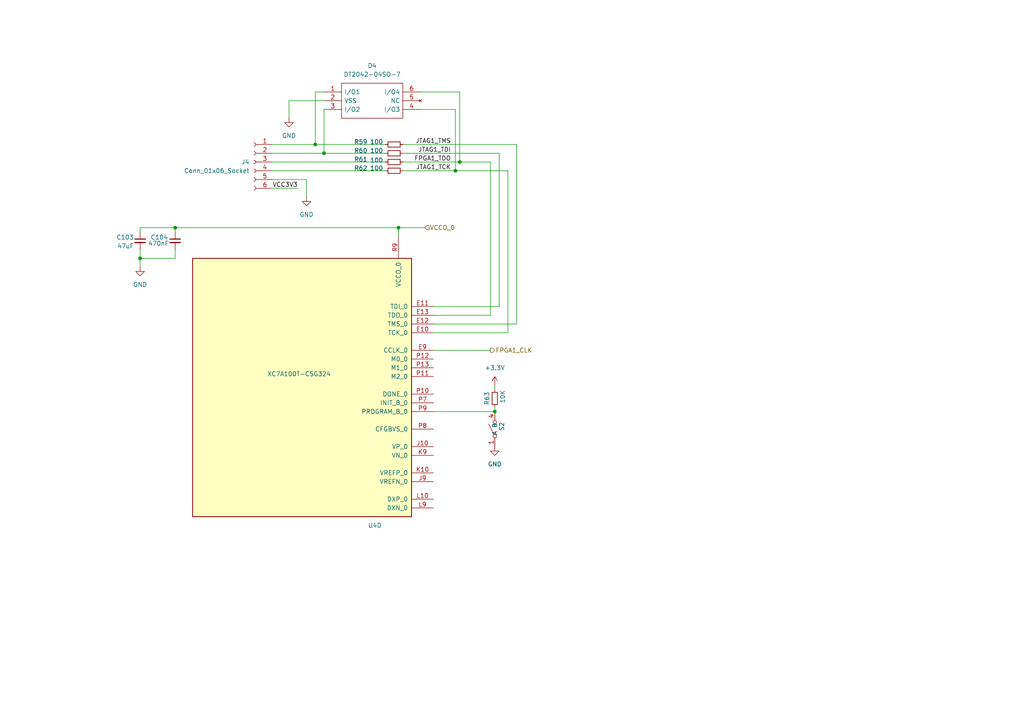
<source format=kicad_sch>
(kicad_sch
	(version 20231120)
	(generator "eeschema")
	(generator_version "8.0")
	(uuid "fe082147-dae1-4c5d-b480-f7822f6f6c8e")
	(paper "A4")
	(title_block
		(date "2024-12-08")
	)
	(lib_symbols
		(symbol "Connector:Conn_01x06_Socket"
			(pin_names
				(offset 1.016) hide)
			(exclude_from_sim no)
			(in_bom yes)
			(on_board yes)
			(property "Reference" "J1"
				(at 1.27 0.0001 0)
				(effects
					(font
						(size 1.27 1.27)
					)
					(justify left)
				)
			)
			(property "Value" "Conn_01x06_Socket"
				(at 1.27 -2.5399 0)
				(effects
					(font
						(size 1.27 1.27)
					)
					(justify left)
				)
			)
			(property "Footprint" "Connector_PinHeader_2.54mm:PinHeader_1x06_P2.54mm_Vertical"
				(at 0 0 0)
				(effects
					(font
						(size 1.27 1.27)
					)
					(hide yes)
				)
			)
			(property "Datasheet" "https://www.lcsc.com/datasheet/lcsc_datasheet_2311231230_TE-Connectivity-104344-4_C5474377.pdf"
				(at 0 0 0)
				(effects
					(font
						(size 1.27 1.27)
					)
					(hide yes)
				)
			)
			(property "Description" "Generic connector, single row, 01x06, script generated"
				(at 0 0 0)
				(effects
					(font
						(size 1.27 1.27)
					)
					(hide yes)
				)
			)
			(property "Mfr. Part #" "104344-4 "
				(at 0 0 0)
				(effects
					(font
						(size 1.27 1.27)
					)
					(hide yes)
				)
			)
			(property "LCSC Part #" "C5474377"
				(at 0 0 0)
				(effects
					(font
						(size 1.27 1.27)
					)
					(hide yes)
				)
			)
			(property "ki_locked" ""
				(at 0 0 0)
				(effects
					(font
						(size 1.27 1.27)
					)
				)
			)
			(property "ki_keywords" "connector"
				(at 0 0 0)
				(effects
					(font
						(size 1.27 1.27)
					)
					(hide yes)
				)
			)
			(property "ki_fp_filters" "Connector*:*_1x??_*"
				(at 0 0 0)
				(effects
					(font
						(size 1.27 1.27)
					)
					(hide yes)
				)
			)
			(symbol "Conn_01x06_Socket_1_1"
				(arc
					(start 0 -7.112)
					(mid -0.5058 -7.62)
					(end 0 -8.128)
					(stroke
						(width 0.1524)
						(type default)
					)
					(fill
						(type none)
					)
				)
				(arc
					(start 0 -4.572)
					(mid -0.5058 -5.08)
					(end 0 -5.588)
					(stroke
						(width 0.1524)
						(type default)
					)
					(fill
						(type none)
					)
				)
				(arc
					(start 0 -2.032)
					(mid -0.5058 -2.54)
					(end 0 -3.048)
					(stroke
						(width 0.1524)
						(type default)
					)
					(fill
						(type none)
					)
				)
				(polyline
					(pts
						(xy -1.27 -7.62) (xy -0.508 -7.62)
					)
					(stroke
						(width 0.1524)
						(type default)
					)
					(fill
						(type none)
					)
				)
				(polyline
					(pts
						(xy -1.27 -5.08) (xy -0.508 -5.08)
					)
					(stroke
						(width 0.1524)
						(type default)
					)
					(fill
						(type none)
					)
				)
				(polyline
					(pts
						(xy -1.27 -2.54) (xy -0.508 -2.54)
					)
					(stroke
						(width 0.1524)
						(type default)
					)
					(fill
						(type none)
					)
				)
				(polyline
					(pts
						(xy -1.27 0) (xy -0.508 0)
					)
					(stroke
						(width 0.1524)
						(type default)
					)
					(fill
						(type none)
					)
				)
				(polyline
					(pts
						(xy -1.27 2.54) (xy -0.508 2.54)
					)
					(stroke
						(width 0.1524)
						(type default)
					)
					(fill
						(type none)
					)
				)
				(polyline
					(pts
						(xy -1.27 5.08) (xy -0.508 5.08)
					)
					(stroke
						(width 0.1524)
						(type default)
					)
					(fill
						(type none)
					)
				)
				(arc
					(start 0 0.508)
					(mid -0.5058 0)
					(end 0 -0.508)
					(stroke
						(width 0.1524)
						(type default)
					)
					(fill
						(type none)
					)
				)
				(arc
					(start 0 3.048)
					(mid -0.5058 2.54)
					(end 0 2.032)
					(stroke
						(width 0.1524)
						(type default)
					)
					(fill
						(type none)
					)
				)
				(arc
					(start 0 5.588)
					(mid -0.5058 5.08)
					(end 0 4.572)
					(stroke
						(width 0.1524)
						(type default)
					)
					(fill
						(type none)
					)
				)
				(pin output line
					(at -5.08 5.08 0)
					(length 3.81)
					(name "Pin_1"
						(effects
							(font
								(size 1.27 1.27)
							)
						)
					)
					(number "1"
						(effects
							(font
								(size 1.27 1.27)
							)
						)
					)
				)
				(pin output line
					(at -5.08 2.54 0)
					(length 3.81)
					(name "Pin_2"
						(effects
							(font
								(size 1.27 1.27)
							)
						)
					)
					(number "2"
						(effects
							(font
								(size 1.27 1.27)
							)
						)
					)
				)
				(pin input line
					(at -5.08 0 0)
					(length 3.81)
					(name "Pin_3"
						(effects
							(font
								(size 1.27 1.27)
							)
						)
					)
					(number "3"
						(effects
							(font
								(size 1.27 1.27)
							)
						)
					)
				)
				(pin output line
					(at -5.08 -2.54 0)
					(length 3.81)
					(name "Pin_4"
						(effects
							(font
								(size 1.27 1.27)
							)
						)
					)
					(number "4"
						(effects
							(font
								(size 1.27 1.27)
							)
						)
					)
				)
				(pin passive line
					(at -5.08 -5.08 0)
					(length 3.81)
					(name "Pin_5"
						(effects
							(font
								(size 1.27 1.27)
							)
						)
					)
					(number "5"
						(effects
							(font
								(size 1.27 1.27)
							)
						)
					)
				)
				(pin power_in line
					(at -5.08 -7.62 0)
					(length 3.81)
					(name "Pin_6"
						(effects
							(font
								(size 1.27 1.27)
							)
						)
					)
					(number "6"
						(effects
							(font
								(size 1.27 1.27)
							)
						)
					)
				)
			)
		)
		(symbol "Device:C_Small"
			(pin_numbers hide)
			(pin_names
				(offset 0.254) hide)
			(exclude_from_sim no)
			(in_bom yes)
			(on_board yes)
			(property "Reference" "C"
				(at 0.254 1.778 0)
				(effects
					(font
						(size 1.27 1.27)
					)
					(justify left)
				)
			)
			(property "Value" "C_Small"
				(at 0.254 -2.032 0)
				(effects
					(font
						(size 1.27 1.27)
					)
					(justify left)
				)
			)
			(property "Footprint" ""
				(at 0 0 0)
				(effects
					(font
						(size 1.27 1.27)
					)
					(hide yes)
				)
			)
			(property "Datasheet" "~"
				(at 0 0 0)
				(effects
					(font
						(size 1.27 1.27)
					)
					(hide yes)
				)
			)
			(property "Description" "Unpolarized capacitor, small symbol"
				(at 0 0 0)
				(effects
					(font
						(size 1.27 1.27)
					)
					(hide yes)
				)
			)
			(property "ki_keywords" "capacitor cap"
				(at 0 0 0)
				(effects
					(font
						(size 1.27 1.27)
					)
					(hide yes)
				)
			)
			(property "ki_fp_filters" "C_*"
				(at 0 0 0)
				(effects
					(font
						(size 1.27 1.27)
					)
					(hide yes)
				)
			)
			(symbol "C_Small_0_1"
				(polyline
					(pts
						(xy -1.524 -0.508) (xy 1.524 -0.508)
					)
					(stroke
						(width 0.3302)
						(type default)
					)
					(fill
						(type none)
					)
				)
				(polyline
					(pts
						(xy -1.524 0.508) (xy 1.524 0.508)
					)
					(stroke
						(width 0.3048)
						(type default)
					)
					(fill
						(type none)
					)
				)
			)
			(symbol "C_Small_1_1"
				(pin passive line
					(at 0 2.54 270)
					(length 2.032)
					(name "~"
						(effects
							(font
								(size 1.27 1.27)
							)
						)
					)
					(number "1"
						(effects
							(font
								(size 1.27 1.27)
							)
						)
					)
				)
				(pin passive line
					(at 0 -2.54 90)
					(length 2.032)
					(name "~"
						(effects
							(font
								(size 1.27 1.27)
							)
						)
					)
					(number "2"
						(effects
							(font
								(size 1.27 1.27)
							)
						)
					)
				)
			)
		)
		(symbol "Device:R_Small"
			(pin_numbers hide)
			(pin_names
				(offset 0.254) hide)
			(exclude_from_sim no)
			(in_bom yes)
			(on_board yes)
			(property "Reference" "R"
				(at 0.762 0.508 0)
				(effects
					(font
						(size 1.27 1.27)
					)
					(justify left)
				)
			)
			(property "Value" "R_Small"
				(at 0.762 -1.016 0)
				(effects
					(font
						(size 1.27 1.27)
					)
					(justify left)
				)
			)
			(property "Footprint" ""
				(at 0 0 0)
				(effects
					(font
						(size 1.27 1.27)
					)
					(hide yes)
				)
			)
			(property "Datasheet" "~"
				(at 0 0 0)
				(effects
					(font
						(size 1.27 1.27)
					)
					(hide yes)
				)
			)
			(property "Description" "Resistor, small symbol"
				(at 0 0 0)
				(effects
					(font
						(size 1.27 1.27)
					)
					(hide yes)
				)
			)
			(property "ki_keywords" "R resistor"
				(at 0 0 0)
				(effects
					(font
						(size 1.27 1.27)
					)
					(hide yes)
				)
			)
			(property "ki_fp_filters" "R_*"
				(at 0 0 0)
				(effects
					(font
						(size 1.27 1.27)
					)
					(hide yes)
				)
			)
			(symbol "R_Small_0_1"
				(rectangle
					(start -0.762 1.778)
					(end 0.762 -1.778)
					(stroke
						(width 0.2032)
						(type default)
					)
					(fill
						(type none)
					)
				)
			)
			(symbol "R_Small_1_1"
				(pin passive line
					(at 0 2.54 270)
					(length 0.762)
					(name "~"
						(effects
							(font
								(size 1.27 1.27)
							)
						)
					)
					(number "1"
						(effects
							(font
								(size 1.27 1.27)
							)
						)
					)
				)
				(pin passive line
					(at 0 -2.54 90)
					(length 0.762)
					(name "~"
						(effects
							(font
								(size 1.27 1.27)
							)
						)
					)
					(number "2"
						(effects
							(font
								(size 1.27 1.27)
							)
						)
					)
				)
			)
		)
		(symbol "FPGA_Xilinx_Artix7:XC7A100T-CSG324"
			(pin_names
				(offset 1.016)
			)
			(exclude_from_sim no)
			(in_bom yes)
			(on_board yes)
			(property "Reference" "U1"
				(at 40.894 -78.232 0)
				(effects
					(font
						(size 1.27 1.27)
					)
					(justify right)
				)
			)
			(property "Value" "XC7A100T-CSG324"
				(at 8.382 0.762 0)
				(effects
					(font
						(size 1.27 1.27)
					)
					(justify right)
				)
			)
			(property "Footprint" ""
				(at 0 0 0)
				(effects
					(font
						(size 1.27 1.27)
					)
					(hide yes)
				)
			)
			(property "Datasheet" ""
				(at 0 0 0)
				(effects
					(font
						(size 1.27 1.27)
					)
				)
			)
			(property "Description" "Artix 7 T 100 XC7A100T-CSG324"
				(at 0 0 0)
				(effects
					(font
						(size 1.27 1.27)
					)
					(hide yes)
				)
			)
			(property "Mfr. Part # " "XC7A100T-2CSG324I "
				(at 0 0 0)
				(effects
					(font
						(size 1.27 1.27)
					)
					(hide yes)
				)
			)
			(property "LCSC Part # " "C1521791"
				(at 0 0 0)
				(effects
					(font
						(size 1.27 1.27)
					)
					(hide yes)
				)
			)
			(property "ki_locked" ""
				(at 0 0 0)
				(effects
					(font
						(size 1.27 1.27)
					)
				)
			)
			(property "ki_keywords" "FPGA"
				(at 0 0 0)
				(effects
					(font
						(size 1.27 1.27)
					)
					(hide yes)
				)
			)
			(symbol "XC7A100T-CSG324_1_1"
				(rectangle
					(start -44.45 67.31)
					(end 44.45 -73.66)
					(stroke
						(width 0.254)
						(type default)
					)
					(fill
						(type background)
					)
				)
				(pin bidirectional line
					(at 50.8 33.02 180)
					(length 6.35)
					(name "IO_L4N_T0_15"
						(effects
							(font
								(size 1.27 1.27)
							)
						)
					)
					(number "A11"
						(effects
							(font
								(size 1.27 1.27)
							)
						)
					)
				)
				(pin bidirectional line
					(at 50.8 10.16 180)
					(length 6.35)
					(name "IO_L9P_T1_DQS_AD3P_15"
						(effects
							(font
								(size 1.27 1.27)
							)
						)
					)
					(number "A13"
						(effects
							(font
								(size 1.27 1.27)
							)
						)
					)
				)
				(pin bidirectional line
					(at 50.8 7.62 180)
					(length 6.35)
					(name "IO_L9N_T1_DQS_AD3N_15"
						(effects
							(font
								(size 1.27 1.27)
							)
						)
					)
					(number "A14"
						(effects
							(font
								(size 1.27 1.27)
							)
						)
					)
				)
				(pin bidirectional line
					(at 50.8 15.24 180)
					(length 6.35)
					(name "IO_L8P_T1_AD10P_15"
						(effects
							(font
								(size 1.27 1.27)
							)
						)
					)
					(number "A15"
						(effects
							(font
								(size 1.27 1.27)
							)
						)
					)
				)
				(pin bidirectional line
					(at 50.8 12.7 180)
					(length 6.35)
					(name "IO_L8N_T1_AD10N_15"
						(effects
							(font
								(size 1.27 1.27)
							)
						)
					)
					(number "A16"
						(effects
							(font
								(size 1.27 1.27)
							)
						)
					)
				)
				(pin power_in line
					(at 27.94 73.66 270)
					(length 6.35)
					(name "VCCO_15"
						(effects
							(font
								(size 1.27 1.27)
							)
						)
					)
					(number "A17"
						(effects
							(font
								(size 1.27 1.27)
							)
						)
					)
				)
				(pin bidirectional line
					(at 50.8 2.54 180)
					(length 6.35)
					(name "IO_L10N_T1_AD11N_15"
						(effects
							(font
								(size 1.27 1.27)
							)
						)
					)
					(number "A18"
						(effects
							(font
								(size 1.27 1.27)
							)
						)
					)
				)
				(pin bidirectional line
					(at 50.8 35.56 180)
					(length 6.35)
					(name "IO_L4P_T0_15"
						(effects
							(font
								(size 1.27 1.27)
							)
						)
					)
					(number "B11"
						(effects
							(font
								(size 1.27 1.27)
							)
						)
					)
				)
				(pin bidirectional line
					(at 50.8 38.1 180)
					(length 6.35)
					(name "IO_L3N_T0_DQS_AD1N_15"
						(effects
							(font
								(size 1.27 1.27)
							)
						)
					)
					(number "B12"
						(effects
							(font
								(size 1.27 1.27)
							)
						)
					)
				)
				(pin bidirectional line
					(at 50.8 45.72 180)
					(length 6.35)
					(name "IO_L2P_T0_AD8P_15"
						(effects
							(font
								(size 1.27 1.27)
							)
						)
					)
					(number "B13"
						(effects
							(font
								(size 1.27 1.27)
							)
						)
					)
				)
				(pin bidirectional line
					(at 50.8 43.18 180)
					(length 6.35)
					(name "IO_L2N_T0_AD8N_15"
						(effects
							(font
								(size 1.27 1.27)
							)
						)
					)
					(number "B14"
						(effects
							(font
								(size 1.27 1.27)
							)
						)
					)
				)
				(pin bidirectional line
					(at 50.8 20.32 180)
					(length 6.35)
					(name "IO_L7P_T1_AD2P_15"
						(effects
							(font
								(size 1.27 1.27)
							)
						)
					)
					(number "B16"
						(effects
							(font
								(size 1.27 1.27)
							)
						)
					)
				)
				(pin bidirectional line
					(at 50.8 17.78 180)
					(length 6.35)
					(name "IO_L7N_T1_AD2N_15"
						(effects
							(font
								(size 1.27 1.27)
							)
						)
					)
					(number "B17"
						(effects
							(font
								(size 1.27 1.27)
							)
						)
					)
				)
				(pin bidirectional line
					(at 50.8 5.08 180)
					(length 6.35)
					(name "IO_L10P_T1_AD11P_15"
						(effects
							(font
								(size 1.27 1.27)
							)
						)
					)
					(number "B18"
						(effects
							(font
								(size 1.27 1.27)
							)
						)
					)
				)
				(pin bidirectional line
					(at 50.8 40.64 180)
					(length 6.35)
					(name "IO_L3P_T0_DQS_AD1P_15"
						(effects
							(font
								(size 1.27 1.27)
							)
						)
					)
					(number "C12"
						(effects
							(font
								(size 1.27 1.27)
							)
						)
					)
				)
				(pin power_in line
					(at 30.48 73.66 270)
					(length 6.35)
					(name "VCCO_15"
						(effects
							(font
								(size 1.27 1.27)
							)
						)
					)
					(number "C13"
						(effects
							(font
								(size 1.27 1.27)
							)
						)
					)
				)
				(pin bidirectional line
					(at 50.8 48.26 180)
					(length 6.35)
					(name "IO_L1N_T0_AD0N_15"
						(effects
							(font
								(size 1.27 1.27)
							)
						)
					)
					(number "C14"
						(effects
							(font
								(size 1.27 1.27)
							)
						)
					)
				)
				(pin bidirectional line
					(at 50.8 -7.62 180)
					(length 6.35)
					(name "IO_L12N_T1_MRCC_15"
						(effects
							(font
								(size 1.27 1.27)
							)
						)
					)
					(number "C15"
						(effects
							(font
								(size 1.27 1.27)
							)
						)
					)
				)
				(pin bidirectional line
					(at 50.8 -45.72 180)
					(length 6.35)
					(name "IO_L20P_T3_A20_15"
						(effects
							(font
								(size 1.27 1.27)
							)
						)
					)
					(number "C16"
						(effects
							(font
								(size 1.27 1.27)
							)
						)
					)
				)
				(pin bidirectional line
					(at 50.8 -48.26 180)
					(length 6.35)
					(name "IO_L20N_T3_A19_15"
						(effects
							(font
								(size 1.27 1.27)
							)
						)
					)
					(number "C17"
						(effects
							(font
								(size 1.27 1.27)
							)
						)
					)
				)
				(pin bidirectional line
					(at 50.8 25.4 180)
					(length 6.35)
					(name "IO_L6P_T0_15"
						(effects
							(font
								(size 1.27 1.27)
							)
						)
					)
					(number "D12"
						(effects
							(font
								(size 1.27 1.27)
							)
						)
					)
				)
				(pin bidirectional line
					(at 50.8 22.86 180)
					(length 6.35)
					(name "IO_L6N_T0_VREF_15"
						(effects
							(font
								(size 1.27 1.27)
							)
						)
					)
					(number "D13"
						(effects
							(font
								(size 1.27 1.27)
							)
						)
					)
				)
				(pin bidirectional line
					(at 50.8 50.8 180)
					(length 6.35)
					(name "IO_L1P_T0_AD0P_15"
						(effects
							(font
								(size 1.27 1.27)
							)
						)
					)
					(number "D14"
						(effects
							(font
								(size 1.27 1.27)
							)
						)
					)
				)
				(pin bidirectional line
					(at 50.8 -5.08 180)
					(length 6.35)
					(name "IO_L12P_T1_MRCC_15"
						(effects
							(font
								(size 1.27 1.27)
							)
						)
					)
					(number "D15"
						(effects
							(font
								(size 1.27 1.27)
							)
						)
					)
				)
				(pin power_in line
					(at 33.02 73.66 270)
					(length 6.35)
					(name "VCCO_15"
						(effects
							(font
								(size 1.27 1.27)
							)
						)
					)
					(number "D16"
						(effects
							(font
								(size 1.27 1.27)
							)
						)
					)
				)
				(pin bidirectional line
					(at 50.8 -27.94 180)
					(length 6.35)
					(name "IO_L16N_T2_A27_15"
						(effects
							(font
								(size 1.27 1.27)
							)
						)
					)
					(number "D17"
						(effects
							(font
								(size 1.27 1.27)
							)
						)
					)
				)
				(pin bidirectional line
					(at 50.8 -53.34 180)
					(length 6.35)
					(name "IO_L21N_T3_DQS_A18_15"
						(effects
							(font
								(size 1.27 1.27)
							)
						)
					)
					(number "D18"
						(effects
							(font
								(size 1.27 1.27)
							)
						)
					)
				)
				(pin bidirectional line
					(at 50.8 0 180)
					(length 6.35)
					(name "IO_L11P_T1_SRCC_15"
						(effects
							(font
								(size 1.27 1.27)
							)
						)
					)
					(number "E15"
						(effects
							(font
								(size 1.27 1.27)
							)
						)
					)
				)
				(pin bidirectional line
					(at 50.8 -2.54 180)
					(length 6.35)
					(name "IO_L11N_T1_SRCC_15"
						(effects
							(font
								(size 1.27 1.27)
							)
						)
					)
					(number "E16"
						(effects
							(font
								(size 1.27 1.27)
							)
						)
					)
				)
				(pin bidirectional line
					(at 50.8 -25.4 180)
					(length 6.35)
					(name "IO_L16P_T2_A28_15"
						(effects
							(font
								(size 1.27 1.27)
							)
						)
					)
					(number "E17"
						(effects
							(font
								(size 1.27 1.27)
							)
						)
					)
				)
				(pin bidirectional line
					(at 50.8 -50.8 180)
					(length 6.35)
					(name "IO_L21P_T3_DQS_15"
						(effects
							(font
								(size 1.27 1.27)
							)
						)
					)
					(number "E18"
						(effects
							(font
								(size 1.27 1.27)
							)
						)
					)
				)
				(pin bidirectional line
					(at 50.8 30.48 180)
					(length 6.35)
					(name "IO_L5P_T0_AD9P_15"
						(effects
							(font
								(size 1.27 1.27)
							)
						)
					)
					(number "F13"
						(effects
							(font
								(size 1.27 1.27)
							)
						)
					)
				)
				(pin bidirectional line
					(at 50.8 27.94 180)
					(length 6.35)
					(name "IO_L5N_T0_AD9N_15"
						(effects
							(font
								(size 1.27 1.27)
							)
						)
					)
					(number "F14"
						(effects
							(font
								(size 1.27 1.27)
							)
						)
					)
				)
				(pin bidirectional line
					(at 50.8 -15.24 180)
					(length 6.35)
					(name "IO_L14P_T2_SRCC_15"
						(effects
							(font
								(size 1.27 1.27)
							)
						)
					)
					(number "F15"
						(effects
							(font
								(size 1.27 1.27)
							)
						)
					)
				)
				(pin bidirectional line
					(at 50.8 -17.78 180)
					(length 6.35)
					(name "IO_L14N_T2_SRCC_15"
						(effects
							(font
								(size 1.27 1.27)
							)
						)
					)
					(number "F16"
						(effects
							(font
								(size 1.27 1.27)
							)
						)
					)
				)
				(pin bidirectional line
					(at 50.8 -58.42 180)
					(length 6.35)
					(name "IO_L22N_T3_A16_15"
						(effects
							(font
								(size 1.27 1.27)
							)
						)
					)
					(number "F18"
						(effects
							(font
								(size 1.27 1.27)
							)
						)
					)
				)
				(pin bidirectional line
					(at 50.8 53.34 180)
					(length 6.35)
					(name "IO_0_15"
						(effects
							(font
								(size 1.27 1.27)
							)
						)
					)
					(number "G13"
						(effects
							(font
								(size 1.27 1.27)
							)
						)
					)
				)
				(pin bidirectional line
					(at 50.8 -22.86 180)
					(length 6.35)
					(name "IO_L15N_T2_DQS_ADV_B_15"
						(effects
							(font
								(size 1.27 1.27)
							)
						)
					)
					(number "G14"
						(effects
							(font
								(size 1.27 1.27)
							)
						)
					)
				)
				(pin power_in line
					(at 35.56 73.66 270)
					(length 6.35)
					(name "VCCO_15"
						(effects
							(font
								(size 1.27 1.27)
							)
						)
					)
					(number "G15"
						(effects
							(font
								(size 1.27 1.27)
							)
						)
					)
				)
				(pin bidirectional line
					(at 50.8 -12.7 180)
					(length 6.35)
					(name "IO_L13N_T2_MRCC_15"
						(effects
							(font
								(size 1.27 1.27)
							)
						)
					)
					(number "G16"
						(effects
							(font
								(size 1.27 1.27)
							)
						)
					)
				)
				(pin bidirectional line
					(at 50.8 -38.1 180)
					(length 6.35)
					(name "IO_L18N_T2_A23_15"
						(effects
							(font
								(size 1.27 1.27)
							)
						)
					)
					(number "G17"
						(effects
							(font
								(size 1.27 1.27)
							)
						)
					)
				)
				(pin bidirectional line
					(at 50.8 -55.88 180)
					(length 6.35)
					(name "IO_L22P_T3_A17_15"
						(effects
							(font
								(size 1.27 1.27)
							)
						)
					)
					(number "G18"
						(effects
							(font
								(size 1.27 1.27)
							)
						)
					)
				)
				(pin bidirectional line
					(at 50.8 -20.32 180)
					(length 6.35)
					(name "IO_L15P_T2_DQS_15"
						(effects
							(font
								(size 1.27 1.27)
							)
						)
					)
					(number "H14"
						(effects
							(font
								(size 1.27 1.27)
							)
						)
					)
				)
				(pin bidirectional line
					(at 50.8 -43.18 180)
					(length 6.35)
					(name "IO_L19N_T3_A21_VREF_15"
						(effects
							(font
								(size 1.27 1.27)
							)
						)
					)
					(number "H15"
						(effects
							(font
								(size 1.27 1.27)
							)
						)
					)
				)
				(pin bidirectional line
					(at 50.8 -10.16 180)
					(length 6.35)
					(name "IO_L13P_T2_MRCC_15"
						(effects
							(font
								(size 1.27 1.27)
							)
						)
					)
					(number "H16"
						(effects
							(font
								(size 1.27 1.27)
							)
						)
					)
				)
				(pin bidirectional line
					(at 50.8 -35.56 180)
					(length 6.35)
					(name "IO_L18P_T2_A24_15"
						(effects
							(font
								(size 1.27 1.27)
							)
						)
					)
					(number "H17"
						(effects
							(font
								(size 1.27 1.27)
							)
						)
					)
				)
				(pin power_in line
					(at 38.1 73.66 270)
					(length 6.35)
					(name "VCCO_15"
						(effects
							(font
								(size 1.27 1.27)
							)
						)
					)
					(number "H18"
						(effects
							(font
								(size 1.27 1.27)
							)
						)
					)
				)
				(pin bidirectional line
					(at 50.8 -33.02 180)
					(length 6.35)
					(name "IO_L17N_T2_A25_15"
						(effects
							(font
								(size 1.27 1.27)
							)
						)
					)
					(number "J13"
						(effects
							(font
								(size 1.27 1.27)
							)
						)
					)
				)
				(pin bidirectional line
					(at 50.8 -40.64 180)
					(length 6.35)
					(name "IO_L19P_T3_A22_15"
						(effects
							(font
								(size 1.27 1.27)
							)
						)
					)
					(number "J14"
						(effects
							(font
								(size 1.27 1.27)
							)
						)
					)
				)
				(pin bidirectional line
					(at 50.8 -68.58 180)
					(length 6.35)
					(name "IO_L24N_T3_RS0_15"
						(effects
							(font
								(size 1.27 1.27)
							)
						)
					)
					(number "J15"
						(effects
							(font
								(size 1.27 1.27)
							)
						)
					)
				)
				(pin bidirectional line
					(at 50.8 -60.96 180)
					(length 6.35)
					(name "IO_L23P_T3_FOE_B_15"
						(effects
							(font
								(size 1.27 1.27)
							)
						)
					)
					(number "J17"
						(effects
							(font
								(size 1.27 1.27)
							)
						)
					)
				)
				(pin bidirectional line
					(at 50.8 -63.5 180)
					(length 6.35)
					(name "IO_L23N_T3_FWE_B_15"
						(effects
							(font
								(size 1.27 1.27)
							)
						)
					)
					(number "J18"
						(effects
							(font
								(size 1.27 1.27)
							)
						)
					)
				)
				(pin bidirectional line
					(at 50.8 -30.48 180)
					(length 6.35)
					(name "IO_L17P_T2_A26_15"
						(effects
							(font
								(size 1.27 1.27)
							)
						)
					)
					(number "K13"
						(effects
							(font
								(size 1.27 1.27)
							)
						)
					)
				)
				(pin power_in line
					(at 40.64 73.66 270)
					(length 6.35)
					(name "VCCO_15"
						(effects
							(font
								(size 1.27 1.27)
							)
						)
					)
					(number "K14"
						(effects
							(font
								(size 1.27 1.27)
							)
						)
					)
				)
				(pin bidirectional line
					(at 50.8 -66.04 180)
					(length 6.35)
					(name "IO_L24P_T3_RS1_15"
						(effects
							(font
								(size 1.27 1.27)
							)
						)
					)
					(number "K15"
						(effects
							(font
								(size 1.27 1.27)
							)
						)
					)
				)
				(pin bidirectional line
					(at 50.8 -71.12 180)
					(length 6.35)
					(name "IO_25_15"
						(effects
							(font
								(size 1.27 1.27)
							)
						)
					)
					(number "K16"
						(effects
							(font
								(size 1.27 1.27)
							)
						)
					)
				)
				(pin bidirectional line
					(at -50.8 50.8 0)
					(length 6.35)
					(name "IO_L1P_T0_D00_MOSI_14"
						(effects
							(font
								(size 1.27 1.27)
							)
						)
					)
					(number "K17"
						(effects
							(font
								(size 1.27 1.27)
							)
						)
					)
				)
				(pin bidirectional line
					(at -50.8 48.26 0)
					(length 6.35)
					(name "IO_L1N_T0_D01_DIN_14"
						(effects
							(font
								(size 1.27 1.27)
							)
						)
					)
					(number "K18"
						(effects
							(font
								(size 1.27 1.27)
							)
						)
					)
				)
				(pin bidirectional line
					(at -50.8 25.4 0)
					(length 6.35)
					(name "IO_L6P_T0_FCS_B_14"
						(effects
							(font
								(size 1.27 1.27)
							)
						)
					)
					(number "L13"
						(effects
							(font
								(size 1.27 1.27)
							)
						)
					)
				)
				(pin bidirectional line
					(at -50.8 45.72 0)
					(length 6.35)
					(name "IO_L2P_T0_D02_14"
						(effects
							(font
								(size 1.27 1.27)
							)
						)
					)
					(number "L14"
						(effects
							(font
								(size 1.27 1.27)
							)
						)
					)
				)
				(pin bidirectional line
					(at -50.8 40.64 0)
					(length 6.35)
					(name "IO_L3P_T0_DQS_PUDC_B_14"
						(effects
							(font
								(size 1.27 1.27)
							)
						)
					)
					(number "L15"
						(effects
							(font
								(size 1.27 1.27)
							)
						)
					)
				)
				(pin bidirectional line
					(at -50.8 38.1 0)
					(length 6.35)
					(name "IO_L3N_T0_DQS_EMCCLK_14"
						(effects
							(font
								(size 1.27 1.27)
							)
						)
					)
					(number "L16"
						(effects
							(font
								(size 1.27 1.27)
							)
						)
					)
				)
				(pin power_in line
					(at -40.64 73.66 270)
					(length 6.35)
					(name "VCCO_14"
						(effects
							(font
								(size 1.27 1.27)
							)
						)
					)
					(number "L17"
						(effects
							(font
								(size 1.27 1.27)
							)
						)
					)
				)
				(pin bidirectional line
					(at -50.8 35.56 0)
					(length 6.35)
					(name "IO_L4P_T0_D04_14"
						(effects
							(font
								(size 1.27 1.27)
							)
						)
					)
					(number "L18"
						(effects
							(font
								(size 1.27 1.27)
							)
						)
					)
				)
				(pin bidirectional line
					(at -50.8 22.86 0)
					(length 6.35)
					(name "IO_L6N_T0_D08_VREF_14"
						(effects
							(font
								(size 1.27 1.27)
							)
						)
					)
					(number "M13"
						(effects
							(font
								(size 1.27 1.27)
							)
						)
					)
				)
				(pin bidirectional line
					(at -50.8 43.18 0)
					(length 6.35)
					(name "IO_L2N_T0_D03_14"
						(effects
							(font
								(size 1.27 1.27)
							)
						)
					)
					(number "M14"
						(effects
							(font
								(size 1.27 1.27)
							)
						)
					)
				)
				(pin bidirectional line
					(at -50.8 5.08 0)
					(length 6.35)
					(name "IO_L10P_T1_D14_14"
						(effects
							(font
								(size 1.27 1.27)
							)
						)
					)
					(number "M16"
						(effects
							(font
								(size 1.27 1.27)
							)
						)
					)
				)
				(pin bidirectional line
					(at -50.8 2.54 0)
					(length 6.35)
					(name "IO_L10N_T1_D15_14"
						(effects
							(font
								(size 1.27 1.27)
							)
						)
					)
					(number "M17"
						(effects
							(font
								(size 1.27 1.27)
							)
						)
					)
				)
				(pin bidirectional line
					(at -50.8 33.02 0)
					(length 6.35)
					(name "IO_L4N_T0_D05_14"
						(effects
							(font
								(size 1.27 1.27)
							)
						)
					)
					(number "M18"
						(effects
							(font
								(size 1.27 1.27)
							)
						)
					)
				)
				(pin power_in line
					(at -38.1 73.66 270)
					(length 6.35)
					(name "VCCO_14"
						(effects
							(font
								(size 1.27 1.27)
							)
						)
					)
					(number "N13"
						(effects
							(font
								(size 1.27 1.27)
							)
						)
					)
				)
				(pin bidirectional line
					(at -50.8 15.24 0)
					(length 6.35)
					(name "IO_L8P_T1_D11_14"
						(effects
							(font
								(size 1.27 1.27)
							)
						)
					)
					(number "N14"
						(effects
							(font
								(size 1.27 1.27)
							)
						)
					)
				)
				(pin bidirectional line
					(at -50.8 0 0)
					(length 6.35)
					(name "IO_L11P_T1_SRCC_14"
						(effects
							(font
								(size 1.27 1.27)
							)
						)
					)
					(number "N15"
						(effects
							(font
								(size 1.27 1.27)
							)
						)
					)
				)
				(pin bidirectional line
					(at -50.8 -2.54 0)
					(length 6.35)
					(name "IO_L11N_T1_SRCC_14"
						(effects
							(font
								(size 1.27 1.27)
							)
						)
					)
					(number "N16"
						(effects
							(font
								(size 1.27 1.27)
							)
						)
					)
				)
				(pin bidirectional line
					(at -50.8 10.16 0)
					(length 6.35)
					(name "IO_L9P_T1_DQS_14"
						(effects
							(font
								(size 1.27 1.27)
							)
						)
					)
					(number "N17"
						(effects
							(font
								(size 1.27 1.27)
							)
						)
					)
				)
				(pin bidirectional line
					(at -50.8 12.7 0)
					(length 6.35)
					(name "IO_L8N_T1_D12_14"
						(effects
							(font
								(size 1.27 1.27)
							)
						)
					)
					(number "P14"
						(effects
							(font
								(size 1.27 1.27)
							)
						)
					)
				)
				(pin bidirectional line
					(at -50.8 -10.16 0)
					(length 6.35)
					(name "IO_L13P_T2_MRCC_14"
						(effects
							(font
								(size 1.27 1.27)
							)
						)
					)
					(number "P15"
						(effects
							(font
								(size 1.27 1.27)
							)
						)
					)
				)
				(pin power_in line
					(at -35.56 73.66 270)
					(length 6.35)
					(name "VCCO_14"
						(effects
							(font
								(size 1.27 1.27)
							)
						)
					)
					(number "P16"
						(effects
							(font
								(size 1.27 1.27)
							)
						)
					)
				)
				(pin bidirectional line
					(at -50.8 -5.08 0)
					(length 6.35)
					(name "IO_L12P_T1_MRCC_14"
						(effects
							(font
								(size 1.27 1.27)
							)
						)
					)
					(number "P17"
						(effects
							(font
								(size 1.27 1.27)
							)
						)
					)
				)
				(pin bidirectional line
					(at -50.8 7.62 0)
					(length 6.35)
					(name "IO_L9N_T1_DQS_D13_14"
						(effects
							(font
								(size 1.27 1.27)
							)
						)
					)
					(number "P18"
						(effects
							(font
								(size 1.27 1.27)
							)
						)
					)
				)
				(pin bidirectional line
					(at -50.8 -71.12 0)
					(length 6.35)
					(name "IO_25_14"
						(effects
							(font
								(size 1.27 1.27)
							)
						)
					)
					(number "R10"
						(effects
							(font
								(size 1.27 1.27)
							)
						)
					)
				)
				(pin bidirectional line
					(at -50.8 53.34 0)
					(length 6.35)
					(name "IO_0_14"
						(effects
							(font
								(size 1.27 1.27)
							)
						)
					)
					(number "R11"
						(effects
							(font
								(size 1.27 1.27)
							)
						)
					)
				)
				(pin bidirectional line
					(at -50.8 30.48 0)
					(length 6.35)
					(name "IO_L5P_T0_D06_14"
						(effects
							(font
								(size 1.27 1.27)
							)
						)
					)
					(number "R12"
						(effects
							(font
								(size 1.27 1.27)
							)
						)
					)
				)
				(pin bidirectional line
					(at -50.8 27.94 0)
					(length 6.35)
					(name "IO_L5N_T0_D07_14"
						(effects
							(font
								(size 1.27 1.27)
							)
						)
					)
					(number "R13"
						(effects
							(font
								(size 1.27 1.27)
							)
						)
					)
				)
				(pin bidirectional line
					(at -50.8 -12.7 0)
					(length 6.35)
					(name "IO_L13N_T2_MRCC_14"
						(effects
							(font
								(size 1.27 1.27)
							)
						)
					)
					(number "R15"
						(effects
							(font
								(size 1.27 1.27)
							)
						)
					)
				)
				(pin bidirectional line
					(at -50.8 -20.32 0)
					(length 6.35)
					(name "IO_L15P_T2_DQS_RDWR_B_14"
						(effects
							(font
								(size 1.27 1.27)
							)
						)
					)
					(number "R16"
						(effects
							(font
								(size 1.27 1.27)
							)
						)
					)
				)
				(pin bidirectional line
					(at -50.8 -7.62 0)
					(length 6.35)
					(name "IO_L12N_T1_MRCC_14"
						(effects
							(font
								(size 1.27 1.27)
							)
						)
					)
					(number "R17"
						(effects
							(font
								(size 1.27 1.27)
							)
						)
					)
				)
				(pin bidirectional line
					(at -50.8 20.32 0)
					(length 6.35)
					(name "IO_L7P_T1_D09_14"
						(effects
							(font
								(size 1.27 1.27)
							)
						)
					)
					(number "R18"
						(effects
							(font
								(size 1.27 1.27)
							)
						)
					)
				)
				(pin bidirectional line
					(at -50.8 -68.58 0)
					(length 6.35)
					(name "IO_L24N_T3_A00_D16_14"
						(effects
							(font
								(size 1.27 1.27)
							)
						)
					)
					(number "T10"
						(effects
							(font
								(size 1.27 1.27)
							)
						)
					)
				)
				(pin bidirectional line
					(at -50.8 -40.64 0)
					(length 6.35)
					(name "IO_L19P_T3_A10_D26_14"
						(effects
							(font
								(size 1.27 1.27)
							)
						)
					)
					(number "T11"
						(effects
							(font
								(size 1.27 1.27)
							)
						)
					)
				)
				(pin power_in line
					(at -33.02 73.66 270)
					(length 6.35)
					(name "VCCO_14"
						(effects
							(font
								(size 1.27 1.27)
							)
						)
					)
					(number "T12"
						(effects
							(font
								(size 1.27 1.27)
							)
						)
					)
				)
				(pin bidirectional line
					(at -50.8 -60.96 0)
					(length 6.35)
					(name "IO_L23P_T3_A03_D19_14"
						(effects
							(font
								(size 1.27 1.27)
							)
						)
					)
					(number "T13"
						(effects
							(font
								(size 1.27 1.27)
							)
						)
					)
				)
				(pin bidirectional line
					(at -50.8 -15.24 0)
					(length 6.35)
					(name "IO_L14P_T2_SRCC_14"
						(effects
							(font
								(size 1.27 1.27)
							)
						)
					)
					(number "T14"
						(effects
							(font
								(size 1.27 1.27)
							)
						)
					)
				)
				(pin bidirectional line
					(at -50.8 -17.78 0)
					(length 6.35)
					(name "IO_L14N_T2_SRCC_14"
						(effects
							(font
								(size 1.27 1.27)
							)
						)
					)
					(number "T15"
						(effects
							(font
								(size 1.27 1.27)
							)
						)
					)
				)
				(pin bidirectional line
					(at -50.8 -22.86 0)
					(length 6.35)
					(name "IO_L15N_T2_DQS_DOUT_CSO_B_14"
						(effects
							(font
								(size 1.27 1.27)
							)
						)
					)
					(number "T16"
						(effects
							(font
								(size 1.27 1.27)
							)
						)
					)
				)
				(pin bidirectional line
					(at -50.8 17.78 0)
					(length 6.35)
					(name "IO_L7N_T1_D10_14"
						(effects
							(font
								(size 1.27 1.27)
							)
						)
					)
					(number "T18"
						(effects
							(font
								(size 1.27 1.27)
							)
						)
					)
				)
				(pin bidirectional line
					(at -50.8 -66.04 0)
					(length 6.35)
					(name "IO_L24P_T3_A01_D17_14"
						(effects
							(font
								(size 1.27 1.27)
							)
						)
					)
					(number "T9"
						(effects
							(font
								(size 1.27 1.27)
							)
						)
					)
				)
				(pin bidirectional line
					(at -50.8 -43.18 0)
					(length 6.35)
					(name "IO_L19N_T3_A09_D25_VREF_14"
						(effects
							(font
								(size 1.27 1.27)
							)
						)
					)
					(number "U11"
						(effects
							(font
								(size 1.27 1.27)
							)
						)
					)
				)
				(pin bidirectional line
					(at -50.8 -45.72 0)
					(length 6.35)
					(name "IO_L20P_T3_A08_D24_14"
						(effects
							(font
								(size 1.27 1.27)
							)
						)
					)
					(number "U12"
						(effects
							(font
								(size 1.27 1.27)
							)
						)
					)
				)
				(pin bidirectional line
					(at -50.8 -63.5 0)
					(length 6.35)
					(name "IO_L23N_T3_A02_D18_14"
						(effects
							(font
								(size 1.27 1.27)
							)
						)
					)
					(number "U13"
						(effects
							(font
								(size 1.27 1.27)
							)
						)
					)
				)
				(pin bidirectional line
					(at -50.8 -55.88 0)
					(length 6.35)
					(name "IO_L22P_T3_A05_D21_14"
						(effects
							(font
								(size 1.27 1.27)
							)
						)
					)
					(number "U14"
						(effects
							(font
								(size 1.27 1.27)
							)
						)
					)
				)
				(pin power_in line
					(at -30.48 73.66 270)
					(length 6.35)
					(name "VCCO_14"
						(effects
							(font
								(size 1.27 1.27)
							)
						)
					)
					(number "U15"
						(effects
							(font
								(size 1.27 1.27)
							)
						)
					)
				)
				(pin bidirectional line
					(at -50.8 -35.56 0)
					(length 6.35)
					(name "IO_L18P_T2_A12_D28_14"
						(effects
							(font
								(size 1.27 1.27)
							)
						)
					)
					(number "U16"
						(effects
							(font
								(size 1.27 1.27)
							)
						)
					)
				)
				(pin bidirectional line
					(at -50.8 -30.48 0)
					(length 6.35)
					(name "IO_L17P_T2_A14_D30_14"
						(effects
							(font
								(size 1.27 1.27)
							)
						)
					)
					(number "U17"
						(effects
							(font
								(size 1.27 1.27)
							)
						)
					)
				)
				(pin bidirectional line
					(at -50.8 -33.02 0)
					(length 6.35)
					(name "IO_L17N_T2_A13_D29_14"
						(effects
							(font
								(size 1.27 1.27)
							)
						)
					)
					(number "U18"
						(effects
							(font
								(size 1.27 1.27)
							)
						)
					)
				)
				(pin bidirectional line
					(at -50.8 -50.8 0)
					(length 6.35)
					(name "IO_L21P_T3_DQS_14"
						(effects
							(font
								(size 1.27 1.27)
							)
						)
					)
					(number "V10"
						(effects
							(font
								(size 1.27 1.27)
							)
						)
					)
				)
				(pin bidirectional line
					(at -50.8 -53.34 0)
					(length 6.35)
					(name "IO_L21N_T3_DQS_A06_D22_14"
						(effects
							(font
								(size 1.27 1.27)
							)
						)
					)
					(number "V11"
						(effects
							(font
								(size 1.27 1.27)
							)
						)
					)
				)
				(pin bidirectional line
					(at -50.8 -48.26 0)
					(length 6.35)
					(name "IO_L20N_T3_A07_D23_14"
						(effects
							(font
								(size 1.27 1.27)
							)
						)
					)
					(number "V12"
						(effects
							(font
								(size 1.27 1.27)
							)
						)
					)
				)
				(pin bidirectional line
					(at -50.8 -58.42 0)
					(length 6.35)
					(name "IO_L22N_T3_A04_D20_14"
						(effects
							(font
								(size 1.27 1.27)
							)
						)
					)
					(number "V14"
						(effects
							(font
								(size 1.27 1.27)
							)
						)
					)
				)
				(pin bidirectional line
					(at -50.8 -25.4 0)
					(length 6.35)
					(name "IO_L16P_T2_CSI_B_14"
						(effects
							(font
								(size 1.27 1.27)
							)
						)
					)
					(number "V15"
						(effects
							(font
								(size 1.27 1.27)
							)
						)
					)
				)
				(pin bidirectional line
					(at -50.8 -27.94 0)
					(length 6.35)
					(name "IO_L16N_T2_A15_D31_14"
						(effects
							(font
								(size 1.27 1.27)
							)
						)
					)
					(number "V16"
						(effects
							(font
								(size 1.27 1.27)
							)
						)
					)
				)
				(pin bidirectional line
					(at -50.8 -38.1 0)
					(length 6.35)
					(name "IO_L18N_T2_A11_D27_14"
						(effects
							(font
								(size 1.27 1.27)
							)
						)
					)
					(number "V17"
						(effects
							(font
								(size 1.27 1.27)
							)
						)
					)
				)
				(pin power_in line
					(at -27.94 73.66 270)
					(length 6.35)
					(name "VCCO_14"
						(effects
							(font
								(size 1.27 1.27)
							)
						)
					)
					(number "V18"
						(effects
							(font
								(size 1.27 1.27)
							)
						)
					)
				)
			)
			(symbol "XC7A100T-CSG324_2_1"
				(rectangle
					(start -44.45 67.31)
					(end 44.45 -73.66)
					(stroke
						(width 0.254)
						(type default)
					)
					(fill
						(type background)
					)
				)
				(pin bidirectional line
					(at -50.8 35.56 0)
					(length 6.35)
					(name "IO_L14P_T2_SRCC_16"
						(effects
							(font
								(size 1.27 1.27)
							)
						)
					)
					(number "A10"
						(effects
							(font
								(size 1.27 1.27)
							)
						)
					)
				)
				(pin bidirectional line
					(at -50.8 43.18 0)
					(length 6.35)
					(name "IO_L12N_T1_MRCC_16"
						(effects
							(font
								(size 1.27 1.27)
							)
						)
					)
					(number "A8"
						(effects
							(font
								(size 1.27 1.27)
							)
						)
					)
				)
				(pin bidirectional line
					(at -50.8 33.02 0)
					(length 6.35)
					(name "IO_L14N_T2_SRCC_16"
						(effects
							(font
								(size 1.27 1.27)
							)
						)
					)
					(number "A9"
						(effects
							(font
								(size 1.27 1.27)
							)
						)
					)
				)
				(pin power_in line
					(at -40.64 73.66 270)
					(length 6.35)
					(name "VCCO_16"
						(effects
							(font
								(size 1.27 1.27)
							)
						)
					)
					(number "B10"
						(effects
							(font
								(size 1.27 1.27)
							)
						)
					)
				)
				(pin bidirectional line
					(at -50.8 45.72 0)
					(length 6.35)
					(name "IO_L12P_T1_MRCC_16"
						(effects
							(font
								(size 1.27 1.27)
							)
						)
					)
					(number "B8"
						(effects
							(font
								(size 1.27 1.27)
							)
						)
					)
				)
				(pin bidirectional line
					(at -50.8 48.26 0)
					(length 6.35)
					(name "IO_L11N_T1_SRCC_16"
						(effects
							(font
								(size 1.27 1.27)
							)
						)
					)
					(number "B9"
						(effects
							(font
								(size 1.27 1.27)
							)
						)
					)
				)
				(pin bidirectional line
					(at -50.8 38.1 0)
					(length 6.35)
					(name "IO_L13N_T2_MRCC_16"
						(effects
							(font
								(size 1.27 1.27)
							)
						)
					)
					(number "C10"
						(effects
							(font
								(size 1.27 1.27)
							)
						)
					)
				)
				(pin bidirectional line
					(at -50.8 40.64 0)
					(length 6.35)
					(name "IO_L13P_T2_MRCC_16"
						(effects
							(font
								(size 1.27 1.27)
							)
						)
					)
					(number "C11"
						(effects
							(font
								(size 1.27 1.27)
							)
						)
					)
				)
				(pin bidirectional line
					(at -50.8 50.8 0)
					(length 6.35)
					(name "IO_L11P_T1_SRCC_16"
						(effects
							(font
								(size 1.27 1.27)
							)
						)
					)
					(number "C9"
						(effects
							(font
								(size 1.27 1.27)
							)
						)
					)
				)
				(pin bidirectional line
					(at -50.8 30.48 0)
					(length 6.35)
					(name "IO_L19N_T3_VREF_16"
						(effects
							(font
								(size 1.27 1.27)
							)
						)
					)
					(number "D10"
						(effects
							(font
								(size 1.27 1.27)
							)
						)
					)
				)
				(pin bidirectional line
					(at -50.8 53.34 0)
					(length 6.35)
					(name "IO_L6N_T0_VREF_16"
						(effects
							(font
								(size 1.27 1.27)
							)
						)
					)
					(number "D9"
						(effects
							(font
								(size 1.27 1.27)
							)
						)
					)
				)
				(pin bidirectional line
					(at 50.8 45.72 180)
					(length 6.35)
					(name "IO_L2P_T0_34"
						(effects
							(font
								(size 1.27 1.27)
							)
						)
					)
					(number "K3"
						(effects
							(font
								(size 1.27 1.27)
							)
						)
					)
				)
				(pin power_in line
					(at 27.94 73.66 270)
					(length 6.35)
					(name "VCCO_34"
						(effects
							(font
								(size 1.27 1.27)
							)
						)
					)
					(number "K4"
						(effects
							(font
								(size 1.27 1.27)
							)
						)
					)
				)
				(pin bidirectional line
					(at 50.8 30.48 180)
					(length 6.35)
					(name "IO_L5P_T0_34"
						(effects
							(font
								(size 1.27 1.27)
							)
						)
					)
					(number "K5"
						(effects
							(font
								(size 1.27 1.27)
							)
						)
					)
				)
				(pin bidirectional line
					(at 50.8 53.34 180)
					(length 6.35)
					(name "IO_0_34"
						(effects
							(font
								(size 1.27 1.27)
							)
						)
					)
					(number "K6"
						(effects
							(font
								(size 1.27 1.27)
							)
						)
					)
				)
				(pin bidirectional line
					(at 50.8 50.8 180)
					(length 6.35)
					(name "IO_L1P_T0_34"
						(effects
							(font
								(size 1.27 1.27)
							)
						)
					)
					(number "L1"
						(effects
							(font
								(size 1.27 1.27)
							)
						)
					)
				)
				(pin bidirectional line
					(at 50.8 43.18 180)
					(length 6.35)
					(name "IO_L2N_T0_34"
						(effects
							(font
								(size 1.27 1.27)
							)
						)
					)
					(number "L3"
						(effects
							(font
								(size 1.27 1.27)
							)
						)
					)
				)
				(pin bidirectional line
					(at 50.8 27.94 180)
					(length 6.35)
					(name "IO_L5N_T0_34"
						(effects
							(font
								(size 1.27 1.27)
							)
						)
					)
					(number "L4"
						(effects
							(font
								(size 1.27 1.27)
							)
						)
					)
				)
				(pin bidirectional line
					(at 50.8 22.86 180)
					(length 6.35)
					(name "IO_L6N_T0_VREF_34"
						(effects
							(font
								(size 1.27 1.27)
							)
						)
					)
					(number "L5"
						(effects
							(font
								(size 1.27 1.27)
							)
						)
					)
				)
				(pin bidirectional line
					(at 50.8 25.4 180)
					(length 6.35)
					(name "IO_L6P_T0_34"
						(effects
							(font
								(size 1.27 1.27)
							)
						)
					)
					(number "L6"
						(effects
							(font
								(size 1.27 1.27)
							)
						)
					)
				)
				(pin bidirectional line
					(at 50.8 48.26 180)
					(length 6.35)
					(name "IO_L1N_T0_34"
						(effects
							(font
								(size 1.27 1.27)
							)
						)
					)
					(number "M1"
						(effects
							(font
								(size 1.27 1.27)
							)
						)
					)
				)
				(pin bidirectional line
					(at 50.8 33.02 180)
					(length 6.35)
					(name "IO_L4N_T0_34"
						(effects
							(font
								(size 1.27 1.27)
							)
						)
					)
					(number "M2"
						(effects
							(font
								(size 1.27 1.27)
							)
						)
					)
				)
				(pin bidirectional line
					(at 50.8 35.56 180)
					(length 6.35)
					(name "IO_L4P_T0_34"
						(effects
							(font
								(size 1.27 1.27)
							)
						)
					)
					(number "M3"
						(effects
							(font
								(size 1.27 1.27)
							)
						)
					)
				)
				(pin bidirectional line
					(at 50.8 -25.4 180)
					(length 6.35)
					(name "IO_L16P_T2_34"
						(effects
							(font
								(size 1.27 1.27)
							)
						)
					)
					(number "M4"
						(effects
							(font
								(size 1.27 1.27)
							)
						)
					)
				)
				(pin bidirectional line
					(at 50.8 -35.56 180)
					(length 6.35)
					(name "IO_L18P_T2_34"
						(effects
							(font
								(size 1.27 1.27)
							)
						)
					)
					(number "M6"
						(effects
							(font
								(size 1.27 1.27)
							)
						)
					)
				)
				(pin bidirectional line
					(at 50.8 38.1 180)
					(length 6.35)
					(name "IO_L3N_T0_DQS_34"
						(effects
							(font
								(size 1.27 1.27)
							)
						)
					)
					(number "N1"
						(effects
							(font
								(size 1.27 1.27)
							)
						)
					)
				)
				(pin bidirectional line
					(at 50.8 40.64 180)
					(length 6.35)
					(name "IO_L3P_T0_DQS_34"
						(effects
							(font
								(size 1.27 1.27)
							)
						)
					)
					(number "N2"
						(effects
							(font
								(size 1.27 1.27)
							)
						)
					)
				)
				(pin power_in line
					(at 30.48 73.66 270)
					(length 6.35)
					(name "VCCO_34"
						(effects
							(font
								(size 1.27 1.27)
							)
						)
					)
					(number "N3"
						(effects
							(font
								(size 1.27 1.27)
							)
						)
					)
				)
				(pin bidirectional line
					(at 50.8 -27.94 180)
					(length 6.35)
					(name "IO_L16N_T2_34"
						(effects
							(font
								(size 1.27 1.27)
							)
						)
					)
					(number "N4"
						(effects
							(font
								(size 1.27 1.27)
							)
						)
					)
				)
				(pin bidirectional line
					(at 50.8 -10.16 180)
					(length 6.35)
					(name "IO_L13P_T2_MRCC_34"
						(effects
							(font
								(size 1.27 1.27)
							)
						)
					)
					(number "N5"
						(effects
							(font
								(size 1.27 1.27)
							)
						)
					)
				)
				(pin bidirectional line
					(at 50.8 -38.1 180)
					(length 6.35)
					(name "IO_L18N_T2_34"
						(effects
							(font
								(size 1.27 1.27)
							)
						)
					)
					(number "N6"
						(effects
							(font
								(size 1.27 1.27)
							)
						)
					)
				)
				(pin bidirectional line
					(at 50.8 -20.32 180)
					(length 6.35)
					(name "IO_L15P_T2_DQS_34"
						(effects
							(font
								(size 1.27 1.27)
							)
						)
					)
					(number "P2"
						(effects
							(font
								(size 1.27 1.27)
							)
						)
					)
				)
				(pin bidirectional line
					(at 50.8 -17.78 180)
					(length 6.35)
					(name "IO_L14N_T2_SRCC_34"
						(effects
							(font
								(size 1.27 1.27)
							)
						)
					)
					(number "P3"
						(effects
							(font
								(size 1.27 1.27)
							)
						)
					)
				)
				(pin bidirectional line
					(at 50.8 -15.24 180)
					(length 6.35)
					(name "IO_L14P_T2_SRCC_34"
						(effects
							(font
								(size 1.27 1.27)
							)
						)
					)
					(number "P4"
						(effects
							(font
								(size 1.27 1.27)
							)
						)
					)
				)
				(pin bidirectional line
					(at 50.8 -12.7 180)
					(length 6.35)
					(name "IO_L13N_T2_MRCC_34"
						(effects
							(font
								(size 1.27 1.27)
							)
						)
					)
					(number "P5"
						(effects
							(font
								(size 1.27 1.27)
							)
						)
					)
				)
				(pin power_in line
					(at 33.02 73.66 270)
					(length 6.35)
					(name "VCCO_34"
						(effects
							(font
								(size 1.27 1.27)
							)
						)
					)
					(number "P6"
						(effects
							(font
								(size 1.27 1.27)
							)
						)
					)
				)
				(pin bidirectional line
					(at 50.8 -30.48 180)
					(length 6.35)
					(name "IO_L17P_T2_34"
						(effects
							(font
								(size 1.27 1.27)
							)
						)
					)
					(number "R1"
						(effects
							(font
								(size 1.27 1.27)
							)
						)
					)
				)
				(pin bidirectional line
					(at 50.8 -22.86 180)
					(length 6.35)
					(name "IO_L15N_T2_DQS_34"
						(effects
							(font
								(size 1.27 1.27)
							)
						)
					)
					(number "R2"
						(effects
							(font
								(size 1.27 1.27)
							)
						)
					)
				)
				(pin bidirectional line
					(at 50.8 0 180)
					(length 6.35)
					(name "IO_L11P_T1_SRCC_34"
						(effects
							(font
								(size 1.27 1.27)
							)
						)
					)
					(number "R3"
						(effects
							(font
								(size 1.27 1.27)
							)
						)
					)
				)
				(pin bidirectional line
					(at 50.8 -43.18 180)
					(length 6.35)
					(name "IO_L19N_T3_VREF_34"
						(effects
							(font
								(size 1.27 1.27)
							)
						)
					)
					(number "R5"
						(effects
							(font
								(size 1.27 1.27)
							)
						)
					)
				)
				(pin bidirectional line
					(at 50.8 -40.64 180)
					(length 6.35)
					(name "IO_L19P_T3_34"
						(effects
							(font
								(size 1.27 1.27)
							)
						)
					)
					(number "R6"
						(effects
							(font
								(size 1.27 1.27)
							)
						)
					)
				)
				(pin bidirectional line
					(at 50.8 -60.96 180)
					(length 6.35)
					(name "IO_L23P_T3_34"
						(effects
							(font
								(size 1.27 1.27)
							)
						)
					)
					(number "R7"
						(effects
							(font
								(size 1.27 1.27)
							)
						)
					)
				)
				(pin bidirectional line
					(at 50.8 -66.04 180)
					(length 6.35)
					(name "IO_L24P_T3_34"
						(effects
							(font
								(size 1.27 1.27)
							)
						)
					)
					(number "R8"
						(effects
							(font
								(size 1.27 1.27)
							)
						)
					)
				)
				(pin bidirectional line
					(at 50.8 -33.02 180)
					(length 6.35)
					(name "IO_L17N_T2_34"
						(effects
							(font
								(size 1.27 1.27)
							)
						)
					)
					(number "T1"
						(effects
							(font
								(size 1.27 1.27)
							)
						)
					)
				)
				(pin power_in line
					(at 35.56 73.66 270)
					(length 6.35)
					(name "VCCO_34"
						(effects
							(font
								(size 1.27 1.27)
							)
						)
					)
					(number "T2"
						(effects
							(font
								(size 1.27 1.27)
							)
						)
					)
				)
				(pin bidirectional line
					(at 50.8 -2.54 180)
					(length 6.35)
					(name "IO_L11N_T1_SRCC_34"
						(effects
							(font
								(size 1.27 1.27)
							)
						)
					)
					(number "T3"
						(effects
							(font
								(size 1.27 1.27)
							)
						)
					)
				)
				(pin bidirectional line
					(at 50.8 -7.62 180)
					(length 6.35)
					(name "IO_L12N_T1_MRCC_34"
						(effects
							(font
								(size 1.27 1.27)
							)
						)
					)
					(number "T4"
						(effects
							(font
								(size 1.27 1.27)
							)
						)
					)
				)
				(pin bidirectional line
					(at 50.8 -5.08 180)
					(length 6.35)
					(name "IO_L12P_T1_MRCC_34"
						(effects
							(font
								(size 1.27 1.27)
							)
						)
					)
					(number "T5"
						(effects
							(font
								(size 1.27 1.27)
							)
						)
					)
				)
				(pin bidirectional line
					(at 50.8 -63.5 180)
					(length 6.35)
					(name "IO_L23N_T3_34"
						(effects
							(font
								(size 1.27 1.27)
							)
						)
					)
					(number "T6"
						(effects
							(font
								(size 1.27 1.27)
							)
						)
					)
				)
				(pin bidirectional line
					(at 50.8 -68.58 180)
					(length 6.35)
					(name "IO_L24N_T3_34"
						(effects
							(font
								(size 1.27 1.27)
							)
						)
					)
					(number "T8"
						(effects
							(font
								(size 1.27 1.27)
							)
						)
					)
				)
				(pin bidirectional line
					(at 50.8 20.32 180)
					(length 6.35)
					(name "IO_L7P_T1_34"
						(effects
							(font
								(size 1.27 1.27)
							)
						)
					)
					(number "U1"
						(effects
							(font
								(size 1.27 1.27)
							)
						)
					)
				)
				(pin bidirectional line
					(at 50.8 10.16 180)
					(length 6.35)
					(name "IO_L9P_T1_DQS_34"
						(effects
							(font
								(size 1.27 1.27)
							)
						)
					)
					(number "U2"
						(effects
							(font
								(size 1.27 1.27)
							)
						)
					)
				)
				(pin bidirectional line
					(at 50.8 12.7 180)
					(length 6.35)
					(name "IO_L8N_T1_34"
						(effects
							(font
								(size 1.27 1.27)
							)
						)
					)
					(number "U3"
						(effects
							(font
								(size 1.27 1.27)
							)
						)
					)
				)
				(pin bidirectional line
					(at 50.8 15.24 180)
					(length 6.35)
					(name "IO_L8P_T1_34"
						(effects
							(font
								(size 1.27 1.27)
							)
						)
					)
					(number "U4"
						(effects
							(font
								(size 1.27 1.27)
							)
						)
					)
				)
				(pin power_in line
					(at 38.1 73.66 270)
					(length 6.35)
					(name "VCCO_34"
						(effects
							(font
								(size 1.27 1.27)
							)
						)
					)
					(number "U5"
						(effects
							(font
								(size 1.27 1.27)
							)
						)
					)
				)
				(pin bidirectional line
					(at 50.8 -58.42 180)
					(length 6.35)
					(name "IO_L22N_T3_34"
						(effects
							(font
								(size 1.27 1.27)
							)
						)
					)
					(number "U6"
						(effects
							(font
								(size 1.27 1.27)
							)
						)
					)
				)
				(pin bidirectional line
					(at 50.8 -55.88 180)
					(length 6.35)
					(name "IO_L22P_T3_34"
						(effects
							(font
								(size 1.27 1.27)
							)
						)
					)
					(number "U7"
						(effects
							(font
								(size 1.27 1.27)
							)
						)
					)
				)
				(pin bidirectional line
					(at 50.8 -71.12 180)
					(length 6.35)
					(name "IO_25_34"
						(effects
							(font
								(size 1.27 1.27)
							)
						)
					)
					(number "U8"
						(effects
							(font
								(size 1.27 1.27)
							)
						)
					)
				)
				(pin bidirectional line
					(at 50.8 -50.8 180)
					(length 6.35)
					(name "IO_L21P_T3_DQS_34"
						(effects
							(font
								(size 1.27 1.27)
							)
						)
					)
					(number "U9"
						(effects
							(font
								(size 1.27 1.27)
							)
						)
					)
				)
				(pin bidirectional line
					(at 50.8 17.78 180)
					(length 6.35)
					(name "IO_L7N_T1_34"
						(effects
							(font
								(size 1.27 1.27)
							)
						)
					)
					(number "V1"
						(effects
							(font
								(size 1.27 1.27)
							)
						)
					)
				)
				(pin bidirectional line
					(at 50.8 7.62 180)
					(length 6.35)
					(name "IO_L9N_T1_DQS_34"
						(effects
							(font
								(size 1.27 1.27)
							)
						)
					)
					(number "V2"
						(effects
							(font
								(size 1.27 1.27)
							)
						)
					)
				)
				(pin bidirectional line
					(at 50.8 2.54 180)
					(length 6.35)
					(name "IO_L10N_T1_34"
						(effects
							(font
								(size 1.27 1.27)
							)
						)
					)
					(number "V4"
						(effects
							(font
								(size 1.27 1.27)
							)
						)
					)
				)
				(pin bidirectional line
					(at 50.8 5.08 180)
					(length 6.35)
					(name "IO_L10P_T1_34"
						(effects
							(font
								(size 1.27 1.27)
							)
						)
					)
					(number "V5"
						(effects
							(font
								(size 1.27 1.27)
							)
						)
					)
				)
				(pin bidirectional line
					(at 50.8 -48.26 180)
					(length 6.35)
					(name "IO_L20N_T3_34"
						(effects
							(font
								(size 1.27 1.27)
							)
						)
					)
					(number "V6"
						(effects
							(font
								(size 1.27 1.27)
							)
						)
					)
				)
				(pin bidirectional line
					(at 50.8 -45.72 180)
					(length 6.35)
					(name "IO_L20P_T3_34"
						(effects
							(font
								(size 1.27 1.27)
							)
						)
					)
					(number "V7"
						(effects
							(font
								(size 1.27 1.27)
							)
						)
					)
				)
				(pin power_in line
					(at 40.64 73.66 270)
					(length 6.35)
					(name "VCCO_34"
						(effects
							(font
								(size 1.27 1.27)
							)
						)
					)
					(number "V8"
						(effects
							(font
								(size 1.27 1.27)
							)
						)
					)
				)
				(pin bidirectional line
					(at 50.8 -53.34 180)
					(length 6.35)
					(name "IO_L21N_T3_DQS_34"
						(effects
							(font
								(size 1.27 1.27)
							)
						)
					)
					(number "V9"
						(effects
							(font
								(size 1.27 1.27)
							)
						)
					)
				)
			)
			(symbol "XC7A100T-CSG324_3_1"
				(rectangle
					(start -44.45 67.31)
					(end 44.45 -73.66)
					(stroke
						(width 0.254)
						(type default)
					)
					(fill
						(type background)
					)
				)
				(pin bidirectional line
					(at -50.8 7.62 0)
					(length 6.35)
					(name "IO_L9N_T1_DQS_AD7N_35"
						(effects
							(font
								(size 1.27 1.27)
							)
						)
					)
					(number "A1"
						(effects
							(font
								(size 1.27 1.27)
							)
						)
					)
				)
				(pin bidirectional line
					(at -50.8 12.7 0)
					(length 6.35)
					(name "IO_L8N_T1_AD14N_35"
						(effects
							(font
								(size 1.27 1.27)
							)
						)
					)
					(number "A3"
						(effects
							(font
								(size 1.27 1.27)
							)
						)
					)
				)
				(pin bidirectional line
					(at -50.8 15.24 0)
					(length 6.35)
					(name "IO_L8P_T1_AD14P_35"
						(effects
							(font
								(size 1.27 1.27)
							)
						)
					)
					(number "A4"
						(effects
							(font
								(size 1.27 1.27)
							)
						)
					)
				)
				(pin bidirectional line
					(at -50.8 38.1 0)
					(length 6.35)
					(name "IO_L3N_T0_DQS_AD5N_35"
						(effects
							(font
								(size 1.27 1.27)
							)
						)
					)
					(number "A5"
						(effects
							(font
								(size 1.27 1.27)
							)
						)
					)
				)
				(pin bidirectional line
					(at -50.8 40.64 0)
					(length 6.35)
					(name "IO_L3P_T0_DQS_AD5P_35"
						(effects
							(font
								(size 1.27 1.27)
							)
						)
					)
					(number "A6"
						(effects
							(font
								(size 1.27 1.27)
							)
						)
					)
				)
				(pin power_in line
					(at -40.64 73.66 270)
					(length 6.35)
					(name "VCCO_35"
						(effects
							(font
								(size 1.27 1.27)
							)
						)
					)
					(number "A7"
						(effects
							(font
								(size 1.27 1.27)
							)
						)
					)
				)
				(pin bidirectional line
					(at -50.8 10.16 0)
					(length 6.35)
					(name "IO_L9P_T1_DQS_AD7P_35"
						(effects
							(font
								(size 1.27 1.27)
							)
						)
					)
					(number "B1"
						(effects
							(font
								(size 1.27 1.27)
							)
						)
					)
				)
				(pin bidirectional line
					(at -50.8 2.54 0)
					(length 6.35)
					(name "IO_L10N_T1_AD15N_35"
						(effects
							(font
								(size 1.27 1.27)
							)
						)
					)
					(number "B2"
						(effects
							(font
								(size 1.27 1.27)
							)
						)
					)
				)
				(pin bidirectional line
					(at -50.8 5.08 0)
					(length 6.35)
					(name "IO_L10P_T1_AD15P_35"
						(effects
							(font
								(size 1.27 1.27)
							)
						)
					)
					(number "B3"
						(effects
							(font
								(size 1.27 1.27)
							)
						)
					)
				)
				(pin bidirectional line
					(at -50.8 17.78 0)
					(length 6.35)
					(name "IO_L7N_T1_AD6N_35"
						(effects
							(font
								(size 1.27 1.27)
							)
						)
					)
					(number "B4"
						(effects
							(font
								(size 1.27 1.27)
							)
						)
					)
				)
				(pin bidirectional line
					(at -50.8 43.18 0)
					(length 6.35)
					(name "IO_L2N_T0_AD12N_35"
						(effects
							(font
								(size 1.27 1.27)
							)
						)
					)
					(number "B6"
						(effects
							(font
								(size 1.27 1.27)
							)
						)
					)
				)
				(pin bidirectional line
					(at -50.8 45.72 0)
					(length 6.35)
					(name "IO_L2P_T0_AD12P_35"
						(effects
							(font
								(size 1.27 1.27)
							)
						)
					)
					(number "B7"
						(effects
							(font
								(size 1.27 1.27)
							)
						)
					)
				)
				(pin bidirectional line
					(at -50.8 -27.94 0)
					(length 6.35)
					(name "IO_L16N_T2_35"
						(effects
							(font
								(size 1.27 1.27)
							)
						)
					)
					(number "C1"
						(effects
							(font
								(size 1.27 1.27)
							)
						)
					)
				)
				(pin bidirectional line
					(at -50.8 -25.4 0)
					(length 6.35)
					(name "IO_L16P_T2_35"
						(effects
							(font
								(size 1.27 1.27)
							)
						)
					)
					(number "C2"
						(effects
							(font
								(size 1.27 1.27)
							)
						)
					)
				)
				(pin power_in line
					(at -38.1 73.66 270)
					(length 6.35)
					(name "VCCO_35"
						(effects
							(font
								(size 1.27 1.27)
							)
						)
					)
					(number "C3"
						(effects
							(font
								(size 1.27 1.27)
							)
						)
					)
				)
				(pin bidirectional line
					(at -50.8 20.32 0)
					(length 6.35)
					(name "IO_L7P_T1_AD6P_35"
						(effects
							(font
								(size 1.27 1.27)
							)
						)
					)
					(number "C4"
						(effects
							(font
								(size 1.27 1.27)
							)
						)
					)
				)
				(pin bidirectional line
					(at -50.8 48.26 0)
					(length 6.35)
					(name "IO_L1N_T0_AD4N_35"
						(effects
							(font
								(size 1.27 1.27)
							)
						)
					)
					(number "C5"
						(effects
							(font
								(size 1.27 1.27)
							)
						)
					)
				)
				(pin bidirectional line
					(at -50.8 50.8 0)
					(length 6.35)
					(name "IO_L1P_T0_AD4P_35"
						(effects
							(font
								(size 1.27 1.27)
							)
						)
					)
					(number "C6"
						(effects
							(font
								(size 1.27 1.27)
							)
						)
					)
				)
				(pin bidirectional line
					(at -50.8 33.02 0)
					(length 6.35)
					(name "IO_L4N_T0_35"
						(effects
							(font
								(size 1.27 1.27)
							)
						)
					)
					(number "C7"
						(effects
							(font
								(size 1.27 1.27)
							)
						)
					)
				)
				(pin bidirectional line
					(at -50.8 -17.78 0)
					(length 6.35)
					(name "IO_L14N_T2_SRCC_35"
						(effects
							(font
								(size 1.27 1.27)
							)
						)
					)
					(number "D2"
						(effects
							(font
								(size 1.27 1.27)
							)
						)
					)
				)
				(pin bidirectional line
					(at -50.8 -7.62 0)
					(length 6.35)
					(name "IO_L12N_T1_MRCC_35"
						(effects
							(font
								(size 1.27 1.27)
							)
						)
					)
					(number "D3"
						(effects
							(font
								(size 1.27 1.27)
							)
						)
					)
				)
				(pin bidirectional line
					(at -50.8 -2.54 0)
					(length 6.35)
					(name "IO_L11N_T1_SRCC_35"
						(effects
							(font
								(size 1.27 1.27)
							)
						)
					)
					(number "D4"
						(effects
							(font
								(size 1.27 1.27)
							)
						)
					)
				)
				(pin bidirectional line
					(at -50.8 0 0)
					(length 6.35)
					(name "IO_L11P_T1_SRCC_35"
						(effects
							(font
								(size 1.27 1.27)
							)
						)
					)
					(number "D5"
						(effects
							(font
								(size 1.27 1.27)
							)
						)
					)
				)
				(pin power_in line
					(at -35.56 73.66 270)
					(length 6.35)
					(name "VCCO_35"
						(effects
							(font
								(size 1.27 1.27)
							)
						)
					)
					(number "D6"
						(effects
							(font
								(size 1.27 1.27)
							)
						)
					)
				)
				(pin bidirectional line
					(at -50.8 22.86 0)
					(length 6.35)
					(name "IO_L6N_T0_VREF_35"
						(effects
							(font
								(size 1.27 1.27)
							)
						)
					)
					(number "D7"
						(effects
							(font
								(size 1.27 1.27)
							)
						)
					)
				)
				(pin bidirectional line
					(at -50.8 35.56 0)
					(length 6.35)
					(name "IO_L4P_T0_35"
						(effects
							(font
								(size 1.27 1.27)
							)
						)
					)
					(number "D8"
						(effects
							(font
								(size 1.27 1.27)
							)
						)
					)
				)
				(pin bidirectional line
					(at -50.8 -38.1 0)
					(length 6.35)
					(name "IO_L18N_T2_35"
						(effects
							(font
								(size 1.27 1.27)
							)
						)
					)
					(number "E1"
						(effects
							(font
								(size 1.27 1.27)
							)
						)
					)
				)
				(pin bidirectional line
					(at -50.8 -15.24 0)
					(length 6.35)
					(name "IO_L14P_T2_SRCC_35"
						(effects
							(font
								(size 1.27 1.27)
							)
						)
					)
					(number "E2"
						(effects
							(font
								(size 1.27 1.27)
							)
						)
					)
				)
				(pin bidirectional line
					(at -50.8 -5.08 0)
					(length 6.35)
					(name "IO_L12P_T1_MRCC_35"
						(effects
							(font
								(size 1.27 1.27)
							)
						)
					)
					(number "E3"
						(effects
							(font
								(size 1.27 1.27)
							)
						)
					)
				)
				(pin bidirectional line
					(at -50.8 27.94 0)
					(length 6.35)
					(name "IO_L5N_T0_AD13N_35"
						(effects
							(font
								(size 1.27 1.27)
							)
						)
					)
					(number "E5"
						(effects
							(font
								(size 1.27 1.27)
							)
						)
					)
				)
				(pin bidirectional line
					(at -50.8 30.48 0)
					(length 6.35)
					(name "IO_L5P_T0_AD13P_35"
						(effects
							(font
								(size 1.27 1.27)
							)
						)
					)
					(number "E6"
						(effects
							(font
								(size 1.27 1.27)
							)
						)
					)
				)
				(pin bidirectional line
					(at -50.8 25.4 0)
					(length 6.35)
					(name "IO_L6P_T0_35"
						(effects
							(font
								(size 1.27 1.27)
							)
						)
					)
					(number "E7"
						(effects
							(font
								(size 1.27 1.27)
							)
						)
					)
				)
				(pin bidirectional line
					(at -50.8 -35.56 0)
					(length 6.35)
					(name "IO_L18P_T2_35"
						(effects
							(font
								(size 1.27 1.27)
							)
						)
					)
					(number "F1"
						(effects
							(font
								(size 1.27 1.27)
							)
						)
					)
				)
				(pin power_in line
					(at -33.02 73.66 270)
					(length 6.35)
					(name "VCCO_35"
						(effects
							(font
								(size 1.27 1.27)
							)
						)
					)
					(number "F2"
						(effects
							(font
								(size 1.27 1.27)
							)
						)
					)
				)
				(pin bidirectional line
					(at -50.8 -12.7 0)
					(length 6.35)
					(name "IO_L13N_T2_MRCC_35"
						(effects
							(font
								(size 1.27 1.27)
							)
						)
					)
					(number "F3"
						(effects
							(font
								(size 1.27 1.27)
							)
						)
					)
				)
				(pin bidirectional line
					(at -50.8 -10.16 0)
					(length 6.35)
					(name "IO_L13P_T2_MRCC_35"
						(effects
							(font
								(size 1.27 1.27)
							)
						)
					)
					(number "F4"
						(effects
							(font
								(size 1.27 1.27)
							)
						)
					)
				)
				(pin bidirectional line
					(at -50.8 53.34 0)
					(length 6.35)
					(name "IO_0_35"
						(effects
							(font
								(size 1.27 1.27)
							)
						)
					)
					(number "F5"
						(effects
							(font
								(size 1.27 1.27)
							)
						)
					)
				)
				(pin bidirectional line
					(at -50.8 -43.18 0)
					(length 6.35)
					(name "IO_L19N_T3_VREF_35"
						(effects
							(font
								(size 1.27 1.27)
							)
						)
					)
					(number "F6"
						(effects
							(font
								(size 1.27 1.27)
							)
						)
					)
				)
				(pin bidirectional line
					(at -50.8 -33.02 0)
					(length 6.35)
					(name "IO_L17N_T2_35"
						(effects
							(font
								(size 1.27 1.27)
							)
						)
					)
					(number "G1"
						(effects
							(font
								(size 1.27 1.27)
							)
						)
					)
				)
				(pin bidirectional line
					(at -50.8 -22.86 0)
					(length 6.35)
					(name "IO_L15N_T2_DQS_35"
						(effects
							(font
								(size 1.27 1.27)
							)
						)
					)
					(number "G2"
						(effects
							(font
								(size 1.27 1.27)
							)
						)
					)
				)
				(pin bidirectional line
					(at -50.8 -48.26 0)
					(length 6.35)
					(name "IO_L20N_T3_35"
						(effects
							(font
								(size 1.27 1.27)
							)
						)
					)
					(number "G3"
						(effects
							(font
								(size 1.27 1.27)
							)
						)
					)
				)
				(pin bidirectional line
					(at -50.8 -45.72 0)
					(length 6.35)
					(name "IO_L20P_T3_35"
						(effects
							(font
								(size 1.27 1.27)
							)
						)
					)
					(number "G4"
						(effects
							(font
								(size 1.27 1.27)
							)
						)
					)
				)
				(pin power_in line
					(at -30.48 73.66 270)
					(length 6.35)
					(name "VCCO_35"
						(effects
							(font
								(size 1.27 1.27)
							)
						)
					)
					(number "G5"
						(effects
							(font
								(size 1.27 1.27)
							)
						)
					)
				)
				(pin bidirectional line
					(at -50.8 -40.64 0)
					(length 6.35)
					(name "IO_L19P_T3_35"
						(effects
							(font
								(size 1.27 1.27)
							)
						)
					)
					(number "G6"
						(effects
							(font
								(size 1.27 1.27)
							)
						)
					)
				)
				(pin bidirectional line
					(at -50.8 -30.48 0)
					(length 6.35)
					(name "IO_L17P_T2_35"
						(effects
							(font
								(size 1.27 1.27)
							)
						)
					)
					(number "H1"
						(effects
							(font
								(size 1.27 1.27)
							)
						)
					)
				)
				(pin bidirectional line
					(at -50.8 -20.32 0)
					(length 6.35)
					(name "IO_L15P_T2_DQS_35"
						(effects
							(font
								(size 1.27 1.27)
							)
						)
					)
					(number "H2"
						(effects
							(font
								(size 1.27 1.27)
							)
						)
					)
				)
				(pin bidirectional line
					(at -50.8 -53.34 0)
					(length 6.35)
					(name "IO_L21N_T3_DQS_35"
						(effects
							(font
								(size 1.27 1.27)
							)
						)
					)
					(number "H4"
						(effects
							(font
								(size 1.27 1.27)
							)
						)
					)
				)
				(pin bidirectional line
					(at -50.8 -68.58 0)
					(length 6.35)
					(name "IO_L24N_T3_35"
						(effects
							(font
								(size 1.27 1.27)
							)
						)
					)
					(number "H5"
						(effects
							(font
								(size 1.27 1.27)
							)
						)
					)
				)
				(pin bidirectional line
					(at -50.8 -66.04 0)
					(length 6.35)
					(name "IO_L24P_T3_35"
						(effects
							(font
								(size 1.27 1.27)
							)
						)
					)
					(number "H6"
						(effects
							(font
								(size 1.27 1.27)
							)
						)
					)
				)
				(pin power_in line
					(at -27.94 73.66 270)
					(length 6.35)
					(name "VCCO_35"
						(effects
							(font
								(size 1.27 1.27)
							)
						)
					)
					(number "J1"
						(effects
							(font
								(size 1.27 1.27)
							)
						)
					)
				)
				(pin bidirectional line
					(at -50.8 -58.42 0)
					(length 6.35)
					(name "IO_L22N_T3_35"
						(effects
							(font
								(size 1.27 1.27)
							)
						)
					)
					(number "J2"
						(effects
							(font
								(size 1.27 1.27)
							)
						)
					)
				)
				(pin bidirectional line
					(at -50.8 -55.88 0)
					(length 6.35)
					(name "IO_L22P_T3_35"
						(effects
							(font
								(size 1.27 1.27)
							)
						)
					)
					(number "J3"
						(effects
							(font
								(size 1.27 1.27)
							)
						)
					)
				)
				(pin bidirectional line
					(at -50.8 -50.8 0)
					(length 6.35)
					(name "IO_L21P_T3_DQS_35"
						(effects
							(font
								(size 1.27 1.27)
							)
						)
					)
					(number "J4"
						(effects
							(font
								(size 1.27 1.27)
							)
						)
					)
				)
				(pin bidirectional line
					(at -50.8 -71.12 0)
					(length 6.35)
					(name "IO_25_35"
						(effects
							(font
								(size 1.27 1.27)
							)
						)
					)
					(number "J5"
						(effects
							(font
								(size 1.27 1.27)
							)
						)
					)
				)
				(pin bidirectional line
					(at -50.8 -63.5 0)
					(length 6.35)
					(name "IO_L23N_T3_35"
						(effects
							(font
								(size 1.27 1.27)
							)
						)
					)
					(number "K1"
						(effects
							(font
								(size 1.27 1.27)
							)
						)
					)
				)
				(pin bidirectional line
					(at -50.8 -60.96 0)
					(length 6.35)
					(name "IO_L23P_T3_35"
						(effects
							(font
								(size 1.27 1.27)
							)
						)
					)
					(number "K2"
						(effects
							(font
								(size 1.27 1.27)
							)
						)
					)
				)
			)
			(symbol "XC7A100T-CSG324_4_1"
				(rectangle
					(start -31.75 34.29)
					(end 31.75 -40.64)
					(stroke
						(width 0.254)
						(type default)
					)
					(fill
						(type background)
					)
				)
				(pin input line
					(at 38.1 12.7 180)
					(length 6.35)
					(name "TCK_0"
						(effects
							(font
								(size 1.27 1.27)
							)
						)
					)
					(number "E10"
						(effects
							(font
								(size 1.27 1.27)
							)
						)
					)
				)
				(pin input line
					(at 38.1 20.32 180)
					(length 6.35)
					(name "TDI_0"
						(effects
							(font
								(size 1.27 1.27)
							)
						)
					)
					(number "E11"
						(effects
							(font
								(size 1.27 1.27)
							)
						)
					)
				)
				(pin input line
					(at 38.1 15.24 180)
					(length 6.35)
					(name "TMS_0"
						(effects
							(font
								(size 1.27 1.27)
							)
						)
					)
					(number "E12"
						(effects
							(font
								(size 1.27 1.27)
							)
						)
					)
				)
				(pin output line
					(at 38.1 17.78 180)
					(length 6.35)
					(name "TDO_0"
						(effects
							(font
								(size 1.27 1.27)
							)
						)
					)
					(number "E13"
						(effects
							(font
								(size 1.27 1.27)
							)
						)
					)
				)
				(pin bidirectional line
					(at 38.1 7.62 180)
					(length 6.35)
					(name "CCLK_0"
						(effects
							(font
								(size 1.27 1.27)
							)
						)
					)
					(number "E9"
						(effects
							(font
								(size 1.27 1.27)
							)
						)
					)
				)
				(pin bidirectional line
					(at 38.1 -20.32 180)
					(length 6.35)
					(name "VP_0"
						(effects
							(font
								(size 1.27 1.27)
							)
						)
					)
					(number "J10"
						(effects
							(font
								(size 1.27 1.27)
							)
						)
					)
				)
				(pin bidirectional line
					(at 38.1 -30.48 180)
					(length 6.35)
					(name "VREFN_0"
						(effects
							(font
								(size 1.27 1.27)
							)
						)
					)
					(number "J9"
						(effects
							(font
								(size 1.27 1.27)
							)
						)
					)
				)
				(pin bidirectional line
					(at 38.1 -27.94 180)
					(length 6.35)
					(name "VREFP_0"
						(effects
							(font
								(size 1.27 1.27)
							)
						)
					)
					(number "K10"
						(effects
							(font
								(size 1.27 1.27)
							)
						)
					)
				)
				(pin bidirectional line
					(at 38.1 -22.86 180)
					(length 6.35)
					(name "VN_0"
						(effects
							(font
								(size 1.27 1.27)
							)
						)
					)
					(number "K9"
						(effects
							(font
								(size 1.27 1.27)
							)
						)
					)
				)
				(pin bidirectional line
					(at 38.1 -35.56 180)
					(length 6.35)
					(name "DXP_0"
						(effects
							(font
								(size 1.27 1.27)
							)
						)
					)
					(number "L10"
						(effects
							(font
								(size 1.27 1.27)
							)
						)
					)
				)
				(pin bidirectional line
					(at 38.1 -38.1 180)
					(length 6.35)
					(name "DXN_0"
						(effects
							(font
								(size 1.27 1.27)
							)
						)
					)
					(number "L9"
						(effects
							(font
								(size 1.27 1.27)
							)
						)
					)
				)
				(pin bidirectional line
					(at 38.1 -5.08 180)
					(length 6.35)
					(name "DONE_0"
						(effects
							(font
								(size 1.27 1.27)
							)
						)
					)
					(number "P10"
						(effects
							(font
								(size 1.27 1.27)
							)
						)
					)
				)
				(pin bidirectional line
					(at 38.1 0 180)
					(length 6.35)
					(name "M2_0"
						(effects
							(font
								(size 1.27 1.27)
							)
						)
					)
					(number "P11"
						(effects
							(font
								(size 1.27 1.27)
							)
						)
					)
				)
				(pin bidirectional line
					(at 38.1 5.08 180)
					(length 6.35)
					(name "M0_0"
						(effects
							(font
								(size 1.27 1.27)
							)
						)
					)
					(number "P12"
						(effects
							(font
								(size 1.27 1.27)
							)
						)
					)
				)
				(pin bidirectional line
					(at 38.1 2.54 180)
					(length 6.35)
					(name "M1_0"
						(effects
							(font
								(size 1.27 1.27)
							)
						)
					)
					(number "P13"
						(effects
							(font
								(size 1.27 1.27)
							)
						)
					)
				)
				(pin bidirectional line
					(at 38.1 -7.62 180)
					(length 6.35)
					(name "INIT_B_0"
						(effects
							(font
								(size 1.27 1.27)
							)
						)
					)
					(number "P7"
						(effects
							(font
								(size 1.27 1.27)
							)
						)
					)
				)
				(pin bidirectional line
					(at 38.1 -15.24 180)
					(length 6.35)
					(name "CFGBVS_0"
						(effects
							(font
								(size 1.27 1.27)
							)
						)
					)
					(number "P8"
						(effects
							(font
								(size 1.27 1.27)
							)
						)
					)
				)
				(pin bidirectional line
					(at 38.1 -10.16 180)
					(length 6.35)
					(name "PROGRAM_B_0"
						(effects
							(font
								(size 1.27 1.27)
							)
						)
					)
					(number "P9"
						(effects
							(font
								(size 1.27 1.27)
							)
						)
					)
				)
				(pin power_in line
					(at 27.94 40.64 270)
					(length 6.35)
					(name "VCCO_0"
						(effects
							(font
								(size 1.27 1.27)
							)
						)
					)
					(number "R9"
						(effects
							(font
								(size 1.27 1.27)
							)
						)
					)
				)
			)
			(symbol "XC7A100T-CSG324_5_1"
				(rectangle
					(start -19.05 50.8)
					(end 19.05 -50.8)
					(stroke
						(width 0.254)
						(type default)
					)
					(fill
						(type background)
					)
				)
				(pin power_in line
					(at -25.4 7.62 0)
					(length 6.35)
					(name "GND"
						(effects
							(font
								(size 1.27 1.27)
							)
						)
					)
					(number "A12"
						(effects
							(font
								(size 1.27 1.27)
							)
						)
					)
				)
				(pin power_in line
					(at -25.4 10.16 0)
					(length 6.35)
					(name "GND"
						(effects
							(font
								(size 1.27 1.27)
							)
						)
					)
					(number "A2"
						(effects
							(font
								(size 1.27 1.27)
							)
						)
					)
				)
				(pin power_in line
					(at -25.4 2.54 0)
					(length 6.35)
					(name "GND"
						(effects
							(font
								(size 1.27 1.27)
							)
						)
					)
					(number "B15"
						(effects
							(font
								(size 1.27 1.27)
							)
						)
					)
				)
				(pin power_in line
					(at -25.4 5.08 0)
					(length 6.35)
					(name "GND"
						(effects
							(font
								(size 1.27 1.27)
							)
						)
					)
					(number "B5"
						(effects
							(font
								(size 1.27 1.27)
							)
						)
					)
				)
				(pin power_in line
					(at -25.4 -2.54 0)
					(length 6.35)
					(name "GND"
						(effects
							(font
								(size 1.27 1.27)
							)
						)
					)
					(number "C18"
						(effects
							(font
								(size 1.27 1.27)
							)
						)
					)
				)
				(pin power_in line
					(at -25.4 0 0)
					(length 6.35)
					(name "GND"
						(effects
							(font
								(size 1.27 1.27)
							)
						)
					)
					(number "C8"
						(effects
							(font
								(size 1.27 1.27)
							)
						)
					)
				)
				(pin power_in line
					(at -25.4 -5.08 0)
					(length 6.35)
					(name "GND"
						(effects
							(font
								(size 1.27 1.27)
							)
						)
					)
					(number "D1"
						(effects
							(font
								(size 1.27 1.27)
							)
						)
					)
				)
				(pin power_in line
					(at -25.4 -7.62 0)
					(length 6.35)
					(name "GND"
						(effects
							(font
								(size 1.27 1.27)
							)
						)
					)
					(number "D11"
						(effects
							(font
								(size 1.27 1.27)
							)
						)
					)
				)
				(pin power_in line
					(at -25.4 -12.7 0)
					(length 6.35)
					(name "GND"
						(effects
							(font
								(size 1.27 1.27)
							)
						)
					)
					(number "E14"
						(effects
							(font
								(size 1.27 1.27)
							)
						)
					)
				)
				(pin power_in line
					(at -25.4 -10.16 0)
					(length 6.35)
					(name "GND"
						(effects
							(font
								(size 1.27 1.27)
							)
						)
					)
					(number "E4"
						(effects
							(font
								(size 1.27 1.27)
							)
						)
					)
				)
				(pin power_in line
					(at -25.4 30.48 0)
					(length 6.35)
					(name "VCCBATT_0"
						(effects
							(font
								(size 1.27 1.27)
							)
						)
					)
					(number "E8"
						(effects
							(font
								(size 1.27 1.27)
							)
						)
					)
				)
				(pin power_in line
					(at -25.4 27.94 0)
					(length 6.35)
					(name "VCCBRAM"
						(effects
							(font
								(size 1.27 1.27)
							)
						)
					)
					(number "F10"
						(effects
							(font
								(size 1.27 1.27)
							)
						)
					)
				)
				(pin power_in line
					(at -25.4 -20.32 0)
					(length 6.35)
					(name "GND"
						(effects
							(font
								(size 1.27 1.27)
							)
						)
					)
					(number "F11"
						(effects
							(font
								(size 1.27 1.27)
							)
						)
					)
				)
				(pin power_in line
					(at -25.4 48.26 0)
					(length 6.35)
					(name "VCCAUX"
						(effects
							(font
								(size 1.27 1.27)
							)
						)
					)
					(number "F12"
						(effects
							(font
								(size 1.27 1.27)
							)
						)
					)
				)
				(pin power_in line
					(at -25.4 -22.86 0)
					(length 6.35)
					(name "GND"
						(effects
							(font
								(size 1.27 1.27)
							)
						)
					)
					(number "F17"
						(effects
							(font
								(size 1.27 1.27)
							)
						)
					)
				)
				(pin power_in line
					(at -25.4 -15.24 0)
					(length 6.35)
					(name "GND"
						(effects
							(font
								(size 1.27 1.27)
							)
						)
					)
					(number "F7"
						(effects
							(font
								(size 1.27 1.27)
							)
						)
					)
				)
				(pin power_in line
					(at 25.4 48.26 180)
					(length 6.35)
					(name "VCCINT"
						(effects
							(font
								(size 1.27 1.27)
							)
						)
					)
					(number "F8"
						(effects
							(font
								(size 1.27 1.27)
							)
						)
					)
				)
				(pin power_in line
					(at -25.4 -17.78 0)
					(length 6.35)
					(name "GND"
						(effects
							(font
								(size 1.27 1.27)
							)
						)
					)
					(number "F9"
						(effects
							(font
								(size 1.27 1.27)
							)
						)
					)
				)
				(pin power_in line
					(at -25.4 -27.94 0)
					(length 6.35)
					(name "GND"
						(effects
							(font
								(size 1.27 1.27)
							)
						)
					)
					(number "G10"
						(effects
							(font
								(size 1.27 1.27)
							)
						)
					)
				)
				(pin power_in line
					(at -25.4 25.4 0)
					(length 6.35)
					(name "VCCBRAM"
						(effects
							(font
								(size 1.27 1.27)
							)
						)
					)
					(number "G11"
						(effects
							(font
								(size 1.27 1.27)
							)
						)
					)
				)
				(pin power_in line
					(at -25.4 -30.48 0)
					(length 6.35)
					(name "GND"
						(effects
							(font
								(size 1.27 1.27)
							)
						)
					)
					(number "G12"
						(effects
							(font
								(size 1.27 1.27)
							)
						)
					)
				)
				(pin power_in line
					(at 25.4 45.72 180)
					(length 6.35)
					(name "VCCINT"
						(effects
							(font
								(size 1.27 1.27)
							)
						)
					)
					(number "G7"
						(effects
							(font
								(size 1.27 1.27)
							)
						)
					)
				)
				(pin power_in line
					(at -25.4 -25.4 0)
					(length 6.35)
					(name "GND"
						(effects
							(font
								(size 1.27 1.27)
							)
						)
					)
					(number "G8"
						(effects
							(font
								(size 1.27 1.27)
							)
						)
					)
				)
				(pin power_in line
					(at 25.4 43.18 180)
					(length 6.35)
					(name "VCCINT"
						(effects
							(font
								(size 1.27 1.27)
							)
						)
					)
					(number "G9"
						(effects
							(font
								(size 1.27 1.27)
							)
						)
					)
				)
				(pin power_in line
					(at -25.4 33.02 0)
					(length 6.35)
					(name "VCCADC_0"
						(effects
							(font
								(size 1.27 1.27)
							)
						)
					)
					(number "H10"
						(effects
							(font
								(size 1.27 1.27)
							)
						)
					)
				)
				(pin power_in line
					(at -25.4 -38.1 0)
					(length 6.35)
					(name "GND"
						(effects
							(font
								(size 1.27 1.27)
							)
						)
					)
					(number "H11"
						(effects
							(font
								(size 1.27 1.27)
							)
						)
					)
				)
				(pin power_in line
					(at -25.4 45.72 0)
					(length 6.35)
					(name "VCCAUX"
						(effects
							(font
								(size 1.27 1.27)
							)
						)
					)
					(number "H12"
						(effects
							(font
								(size 1.27 1.27)
							)
						)
					)
				)
				(pin power_in line
					(at -25.4 -40.64 0)
					(length 6.35)
					(name "GND"
						(effects
							(font
								(size 1.27 1.27)
							)
						)
					)
					(number "H13"
						(effects
							(font
								(size 1.27 1.27)
							)
						)
					)
				)
				(pin power_in line
					(at -25.4 -33.02 0)
					(length 6.35)
					(name "GND"
						(effects
							(font
								(size 1.27 1.27)
							)
						)
					)
					(number "H3"
						(effects
							(font
								(size 1.27 1.27)
							)
						)
					)
				)
				(pin power_in line
					(at -25.4 -35.56 0)
					(length 6.35)
					(name "GND"
						(effects
							(font
								(size 1.27 1.27)
							)
						)
					)
					(number "H7"
						(effects
							(font
								(size 1.27 1.27)
							)
						)
					)
				)
				(pin power_in line
					(at 25.4 40.64 180)
					(length 6.35)
					(name "VCCINT"
						(effects
							(font
								(size 1.27 1.27)
							)
						)
					)
					(number "H8"
						(effects
							(font
								(size 1.27 1.27)
							)
						)
					)
				)
				(pin power_in line
					(at -25.4 35.56 0)
					(length 6.35)
					(name "GNDADC_0"
						(effects
							(font
								(size 1.27 1.27)
							)
						)
					)
					(number "H9"
						(effects
							(font
								(size 1.27 1.27)
							)
						)
					)
				)
				(pin power_in line
					(at 25.4 35.56 180)
					(length 6.35)
					(name "VCCINT"
						(effects
							(font
								(size 1.27 1.27)
							)
						)
					)
					(number "J11"
						(effects
							(font
								(size 1.27 1.27)
							)
						)
					)
				)
				(pin power_in line
					(at -25.4 -48.26 0)
					(length 6.35)
					(name "GND"
						(effects
							(font
								(size 1.27 1.27)
							)
						)
					)
					(number "J12"
						(effects
							(font
								(size 1.27 1.27)
							)
						)
					)
				)
				(pin power_in line
					(at 25.4 7.62 180)
					(length 6.35)
					(name "GND"
						(effects
							(font
								(size 1.27 1.27)
							)
						)
					)
					(number "J16"
						(effects
							(font
								(size 1.27 1.27)
							)
						)
					)
				)
				(pin power_in line
					(at -25.4 -43.18 0)
					(length 6.35)
					(name "GND"
						(effects
							(font
								(size 1.27 1.27)
							)
						)
					)
					(number "J6"
						(effects
							(font
								(size 1.27 1.27)
							)
						)
					)
				)
				(pin power_in line
					(at 25.4 38.1 180)
					(length 6.35)
					(name "VCCINT"
						(effects
							(font
								(size 1.27 1.27)
							)
						)
					)
					(number "J7"
						(effects
							(font
								(size 1.27 1.27)
							)
						)
					)
				)
				(pin power_in line
					(at -25.4 -45.72 0)
					(length 6.35)
					(name "GND"
						(effects
							(font
								(size 1.27 1.27)
							)
						)
					)
					(number "J8"
						(effects
							(font
								(size 1.27 1.27)
							)
						)
					)
				)
				(pin power_in line
					(at 25.4 2.54 180)
					(length 6.35)
					(name "GND"
						(effects
							(font
								(size 1.27 1.27)
							)
						)
					)
					(number "K11"
						(effects
							(font
								(size 1.27 1.27)
							)
						)
					)
				)
				(pin power_in line
					(at -25.4 43.18 0)
					(length 6.35)
					(name "VCCAUX"
						(effects
							(font
								(size 1.27 1.27)
							)
						)
					)
					(number "K12"
						(effects
							(font
								(size 1.27 1.27)
							)
						)
					)
				)
				(pin power_in line
					(at 25.4 5.08 180)
					(length 6.35)
					(name "GND"
						(effects
							(font
								(size 1.27 1.27)
							)
						)
					)
					(number "K7"
						(effects
							(font
								(size 1.27 1.27)
							)
						)
					)
				)
				(pin power_in line
					(at 25.4 33.02 180)
					(length 6.35)
					(name "VCCINT"
						(effects
							(font
								(size 1.27 1.27)
							)
						)
					)
					(number "K8"
						(effects
							(font
								(size 1.27 1.27)
							)
						)
					)
				)
				(pin power_in line
					(at 25.4 27.94 180)
					(length 6.35)
					(name "VCCINT"
						(effects
							(font
								(size 1.27 1.27)
							)
						)
					)
					(number "L11"
						(effects
							(font
								(size 1.27 1.27)
							)
						)
					)
				)
				(pin power_in line
					(at 25.4 -5.08 180)
					(length 6.35)
					(name "GND"
						(effects
							(font
								(size 1.27 1.27)
							)
						)
					)
					(number "L12"
						(effects
							(font
								(size 1.27 1.27)
							)
						)
					)
				)
				(pin power_in line
					(at 25.4 0 180)
					(length 6.35)
					(name "GND"
						(effects
							(font
								(size 1.27 1.27)
							)
						)
					)
					(number "L2"
						(effects
							(font
								(size 1.27 1.27)
							)
						)
					)
				)
				(pin power_in line
					(at 25.4 30.48 180)
					(length 6.35)
					(name "VCCINT"
						(effects
							(font
								(size 1.27 1.27)
							)
						)
					)
					(number "L7"
						(effects
							(font
								(size 1.27 1.27)
							)
						)
					)
				)
				(pin power_in line
					(at 25.4 -2.54 180)
					(length 6.35)
					(name "GND"
						(effects
							(font
								(size 1.27 1.27)
							)
						)
					)
					(number "L8"
						(effects
							(font
								(size 1.27 1.27)
							)
						)
					)
				)
				(pin power_in line
					(at 25.4 22.86 180)
					(length 6.35)
					(name "VCCINT"
						(effects
							(font
								(size 1.27 1.27)
							)
						)
					)
					(number "M10"
						(effects
							(font
								(size 1.27 1.27)
							)
						)
					)
				)
				(pin power_in line
					(at 25.4 -15.24 180)
					(length 6.35)
					(name "GND"
						(effects
							(font
								(size 1.27 1.27)
							)
						)
					)
					(number "M11"
						(effects
							(font
								(size 1.27 1.27)
							)
						)
					)
				)
				(pin power_in line
					(at -25.4 40.64 0)
					(length 6.35)
					(name "VCCAUX"
						(effects
							(font
								(size 1.27 1.27)
							)
						)
					)
					(number "M12"
						(effects
							(font
								(size 1.27 1.27)
							)
						)
					)
				)
				(pin power_in line
					(at 25.4 -17.78 180)
					(length 6.35)
					(name "GND"
						(effects
							(font
								(size 1.27 1.27)
							)
						)
					)
					(number "M15"
						(effects
							(font
								(size 1.27 1.27)
							)
						)
					)
				)
				(pin power_in line
					(at 25.4 -7.62 180)
					(length 6.35)
					(name "GND"
						(effects
							(font
								(size 1.27 1.27)
							)
						)
					)
					(number "M5"
						(effects
							(font
								(size 1.27 1.27)
							)
						)
					)
				)
				(pin power_in line
					(at 25.4 -10.16 180)
					(length 6.35)
					(name "GND"
						(effects
							(font
								(size 1.27 1.27)
							)
						)
					)
					(number "M7"
						(effects
							(font
								(size 1.27 1.27)
							)
						)
					)
				)
				(pin power_in line
					(at 25.4 25.4 180)
					(length 6.35)
					(name "VCCINT"
						(effects
							(font
								(size 1.27 1.27)
							)
						)
					)
					(number "M8"
						(effects
							(font
								(size 1.27 1.27)
							)
						)
					)
				)
				(pin power_in line
					(at 25.4 -12.7 180)
					(length 6.35)
					(name "GND"
						(effects
							(font
								(size 1.27 1.27)
							)
						)
					)
					(number "M9"
						(effects
							(font
								(size 1.27 1.27)
							)
						)
					)
				)
				(pin power_in line
					(at 25.4 -22.86 180)
					(length 6.35)
					(name "GND"
						(effects
							(font
								(size 1.27 1.27)
							)
						)
					)
					(number "N10"
						(effects
							(font
								(size 1.27 1.27)
							)
						)
					)
				)
				(pin power_in line
					(at 25.4 15.24 180)
					(length 6.35)
					(name "VCCINT"
						(effects
							(font
								(size 1.27 1.27)
							)
						)
					)
					(number "N11"
						(effects
							(font
								(size 1.27 1.27)
							)
						)
					)
				)
				(pin power_in line
					(at 25.4 -25.4 180)
					(length 6.35)
					(name "GND"
						(effects
							(font
								(size 1.27 1.27)
							)
						)
					)
					(number "N12"
						(effects
							(font
								(size 1.27 1.27)
							)
						)
					)
				)
				(pin power_in line
					(at 25.4 -27.94 180)
					(length 6.35)
					(name "GND"
						(effects
							(font
								(size 1.27 1.27)
							)
						)
					)
					(number "N18"
						(effects
							(font
								(size 1.27 1.27)
							)
						)
					)
				)
				(pin power_in line
					(at 25.4 20.32 180)
					(length 6.35)
					(name "VCCINT"
						(effects
							(font
								(size 1.27 1.27)
							)
						)
					)
					(number "N7"
						(effects
							(font
								(size 1.27 1.27)
							)
						)
					)
				)
				(pin power_in line
					(at 25.4 -20.32 180)
					(length 6.35)
					(name "GND"
						(effects
							(font
								(size 1.27 1.27)
							)
						)
					)
					(number "N8"
						(effects
							(font
								(size 1.27 1.27)
							)
						)
					)
				)
				(pin power_in line
					(at 25.4 17.78 180)
					(length 6.35)
					(name "VCCINT"
						(effects
							(font
								(size 1.27 1.27)
							)
						)
					)
					(number "N9"
						(effects
							(font
								(size 1.27 1.27)
							)
						)
					)
				)
				(pin power_in line
					(at 25.4 -30.48 180)
					(length 6.35)
					(name "GND"
						(effects
							(font
								(size 1.27 1.27)
							)
						)
					)
					(number "P1"
						(effects
							(font
								(size 1.27 1.27)
							)
						)
					)
				)
				(pin power_in line
					(at 25.4 -35.56 180)
					(length 6.35)
					(name "GND"
						(effects
							(font
								(size 1.27 1.27)
							)
						)
					)
					(number "R14"
						(effects
							(font
								(size 1.27 1.27)
							)
						)
					)
				)
				(pin power_in line
					(at 25.4 -33.02 180)
					(length 6.35)
					(name "GND"
						(effects
							(font
								(size 1.27 1.27)
							)
						)
					)
					(number "R4"
						(effects
							(font
								(size 1.27 1.27)
							)
						)
					)
				)
				(pin power_in line
					(at 25.4 -40.64 180)
					(length 6.35)
					(name "GND"
						(effects
							(font
								(size 1.27 1.27)
							)
						)
					)
					(number "T17"
						(effects
							(font
								(size 1.27 1.27)
							)
						)
					)
				)
				(pin power_in line
					(at 25.4 -38.1 180)
					(length 6.35)
					(name "GND"
						(effects
							(font
								(size 1.27 1.27)
							)
						)
					)
					(number "T7"
						(effects
							(font
								(size 1.27 1.27)
							)
						)
					)
				)
				(pin power_in line
					(at 25.4 -43.18 180)
					(length 6.35)
					(name "GND"
						(effects
							(font
								(size 1.27 1.27)
							)
						)
					)
					(number "U10"
						(effects
							(font
								(size 1.27 1.27)
							)
						)
					)
				)
				(pin power_in line
					(at 25.4 -48.26 180)
					(length 6.35)
					(name "GND"
						(effects
							(font
								(size 1.27 1.27)
							)
						)
					)
					(number "V13"
						(effects
							(font
								(size 1.27 1.27)
							)
						)
					)
				)
				(pin power_in line
					(at 25.4 -45.72 180)
					(length 6.35)
					(name "GND"
						(effects
							(font
								(size 1.27 1.27)
							)
						)
					)
					(number "V3"
						(effects
							(font
								(size 1.27 1.27)
							)
						)
					)
				)
			)
		)
		(symbol "RASBB_Library:B3FS-1002P"
			(pin_names
				(offset 0.762)
			)
			(exclude_from_sim no)
			(in_bom yes)
			(on_board yes)
			(property "Reference" "S1"
				(at 10.16 7.62 0)
				(effects
					(font
						(size 1.27 1.27)
					)
				)
			)
			(property "Value" "B3FS-1002P"
				(at 10.16 5.08 0)
				(effects
					(font
						(size 1.27 1.27)
					)
				)
			)
			(property "Footprint" "B3FS-1000P"
				(at 16.51 2.54 0)
				(effects
					(font
						(size 1.27 1.27)
					)
					(justify left)
					(hide yes)
				)
			)
			(property "Datasheet" ""
				(at 16.51 0 0)
				(effects
					(font
						(size 1.27 1.27)
					)
					(justify left)
					(hide yes)
				)
			)
			(property "Description" "Tactile Switches 6x6x3.1mm Flat 150OF PhosphorBronze Ag TR"
				(at 0 0 0)
				(effects
					(font
						(size 1.27 1.27)
					)
					(hide yes)
				)
			)
			(property "Height" ""
				(at 16.51 -5.08 0)
				(effects
					(font
						(size 1.27 1.27)
					)
					(justify left)
					(hide yes)
				)
			)
			(property "LCSC Part #" "C271750"
				(at 0 0 0)
				(effects
					(font
						(size 1.27 1.27)
					)
					(hide yes)
				)
			)
			(property "Manufacturer_Name" "Omron Electronics"
				(at 16.51 -12.7 0)
				(effects
					(font
						(size 1.27 1.27)
					)
					(justify left)
					(hide yes)
				)
			)
			(property "Description_1" "Tactile Switches 6x6x3.1mm Flat 150OF PhosphorBronze Ag TR"
				(at 16.51 -2.54 0)
				(effects
					(font
						(size 1.27 1.27)
					)
					(justify left)
					(hide yes)
				)
			)
			(property "Mouser Part Number" "653-B3FS-1002P"
				(at 16.51 -7.62 0)
				(effects
					(font
						(size 1.27 1.27)
					)
					(justify left)
					(hide yes)
				)
			)
			(property "Mfr. Part #" "B3FS-1002P"
				(at 16.51 -15.24 0)
				(effects
					(font
						(size 1.27 1.27)
					)
					(justify left)
					(hide yes)
				)
			)
			(property "Mouser Price/Stock" "https://www.mouser.co.uk/ProductDetail/Omron-Electronics/B3FS-1002P?qs=ImaqFqjHA4mR4r86JYSSCA%3D%3D"
				(at 16.51 -10.16 0)
				(effects
					(font
						(size 1.27 1.27)
					)
					(justify left)
					(hide yes)
				)
			)
			(property "Manufacturer_Part_Number" "B3FS-1002P"
				(at 16.51 -15.24 0)
				(effects
					(font
						(size 1.27 1.27)
					)
					(justify left)
					(hide yes)
				)
			)
			(symbol "B3FS-1002P_0_0"
				(polyline
					(pts
						(xy 9.906 11.684) (xy 12.954 13.208)
					)
					(stroke
						(width 0)
						(type default)
					)
					(fill
						(type none)
					)
				)
				(circle
					(center 9.398 11.43)
					(radius 0.508)
					(stroke
						(width 0)
						(type default)
					)
					(fill
						(type none)
					)
				)
				(circle
					(center 13.462 11.43)
					(radius 0.508)
					(stroke
						(width 0)
						(type default)
					)
					(fill
						(type none)
					)
				)
			)
			(symbol "B3FS-1002P_1_1"
				(pin passive line
					(at 6.35 11.43 0)
					(length 2.54)
					(name "A"
						(effects
							(font
								(size 1.27 1.27)
							)
						)
					)
					(number "1"
						(effects
							(font
								(size 1.27 1.27)
							)
						)
					)
				)
				(pin passive line
					(at 6.35 11.43 0)
					(length 2.54) hide
					(name "A"
						(effects
							(font
								(size 1.27 1.27)
							)
						)
					)
					(number "2"
						(effects
							(font
								(size 1.27 1.27)
							)
						)
					)
				)
				(pin passive line
					(at 16.51 11.43 180)
					(length 2.54) hide
					(name "B"
						(effects
							(font
								(size 1.27 1.27)
							)
						)
					)
					(number "3"
						(effects
							(font
								(size 1.27 1.27)
							)
						)
					)
				)
				(pin passive line
					(at 16.51 11.43 180)
					(length 2.54)
					(name "B"
						(effects
							(font
								(size 1.27 1.27)
							)
						)
					)
					(number "4"
						(effects
							(font
								(size 1.27 1.27)
							)
						)
					)
				)
			)
		)
		(symbol "RASBB_Library:DT2042-04SO-7"
			(pin_names
				(offset 0.762)
			)
			(exclude_from_sim no)
			(in_bom yes)
			(on_board yes)
			(property "Reference" "D"
				(at 24.13 7.62 0)
				(effects
					(font
						(size 1.27 1.27)
					)
					(justify left)
				)
			)
			(property "Value" "DT2042-04SO-7"
				(at 24.13 5.08 0)
				(effects
					(font
						(size 1.27 1.27)
					)
					(justify left)
				)
			)
			(property "Footprint" "SOT95P285X140-6N"
				(at 24.13 2.54 0)
				(effects
					(font
						(size 1.27 1.27)
					)
					(justify left)
					(hide yes)
				)
			)
			(property "Datasheet" "https://componentsearchengine.com/Datasheets/1/DT2042-04SO-7.pdf"
				(at 24.13 0 0)
				(effects
					(font
						(size 1.27 1.27)
					)
					(justify left)
					(hide yes)
				)
			)
			(property "Description" "Diodes Inc DT2042-04SO-7 Quad Uni-Directional TVS Diode Array, 300mW peak, 6-Pin SOT-26"
				(at 0 0 0)
				(effects
					(font
						(size 1.27 1.27)
					)
					(hide yes)
				)
			)
			(property "Description_1" "Diodes Inc DT2042-04SO-7 Quad Uni-Directional TVS Diode Array, 300mW peak, 6-Pin SOT-26"
				(at 24.13 -2.54 0)
				(effects
					(font
						(size 1.27 1.27)
					)
					(justify left)
					(hide yes)
				)
			)
			(property "Height" "1.4"
				(at 24.13 -5.08 0)
				(effects
					(font
						(size 1.27 1.27)
					)
					(justify left)
					(hide yes)
				)
			)
			(property "Mouser Part Number" "621-DT2042-04SO-7"
				(at 24.13 -7.62 0)
				(effects
					(font
						(size 1.27 1.27)
					)
					(justify left)
					(hide yes)
				)
			)
			(property "Mouser Price/Stock" "https://www.mouser.com/Search/Refine.aspx?Keyword=621-DT2042-04SO-7"
				(at 24.13 -10.16 0)
				(effects
					(font
						(size 1.27 1.27)
					)
					(justify left)
					(hide yes)
				)
			)
			(property "Manufacturer_Name" "Diodes Incorporated"
				(at 24.13 -12.7 0)
				(effects
					(font
						(size 1.27 1.27)
					)
					(justify left)
					(hide yes)
				)
			)
			(property "Manufacturer_Part_Number" "DT2042-04SO-7"
				(at 24.13 -15.24 0)
				(effects
					(font
						(size 1.27 1.27)
					)
					(justify left)
					(hide yes)
				)
			)
			(symbol "DT2042-04SO-7_0_0"
				(pin passive line
					(at 0 0 0)
					(length 5.08)
					(name "I/O1"
						(effects
							(font
								(size 1.27 1.27)
							)
						)
					)
					(number "1"
						(effects
							(font
								(size 1.27 1.27)
							)
						)
					)
				)
				(pin passive line
					(at 0 -2.54 0)
					(length 5.08)
					(name "VSS"
						(effects
							(font
								(size 1.27 1.27)
							)
						)
					)
					(number "2"
						(effects
							(font
								(size 1.27 1.27)
							)
						)
					)
				)
				(pin passive line
					(at 0 -5.08 0)
					(length 5.08)
					(name "I/O2"
						(effects
							(font
								(size 1.27 1.27)
							)
						)
					)
					(number "3"
						(effects
							(font
								(size 1.27 1.27)
							)
						)
					)
				)
				(pin passive line
					(at 27.94 -5.08 180)
					(length 5.08)
					(name "I/O3"
						(effects
							(font
								(size 1.27 1.27)
							)
						)
					)
					(number "4"
						(effects
							(font
								(size 1.27 1.27)
							)
						)
					)
				)
				(pin no_connect line
					(at 27.94 -2.54 180)
					(length 5.08)
					(name "NC"
						(effects
							(font
								(size 1.27 1.27)
							)
						)
					)
					(number "5"
						(effects
							(font
								(size 1.27 1.27)
							)
						)
					)
				)
				(pin passive line
					(at 27.94 0 180)
					(length 5.08)
					(name "I/O4"
						(effects
							(font
								(size 1.27 1.27)
							)
						)
					)
					(number "6"
						(effects
							(font
								(size 1.27 1.27)
							)
						)
					)
				)
			)
			(symbol "DT2042-04SO-7_0_1"
				(polyline
					(pts
						(xy 5.08 2.54) (xy 22.86 2.54) (xy 22.86 -7.62) (xy 5.08 -7.62) (xy 5.08 2.54)
					)
					(stroke
						(width 0.1524)
						(type solid)
					)
					(fill
						(type none)
					)
				)
			)
		)
		(symbol "power:+3.3V"
			(power)
			(pin_numbers hide)
			(pin_names
				(offset 0) hide)
			(exclude_from_sim no)
			(in_bom yes)
			(on_board yes)
			(property "Reference" "#PWR"
				(at 0 -3.81 0)
				(effects
					(font
						(size 1.27 1.27)
					)
					(hide yes)
				)
			)
			(property "Value" "+3.3V"
				(at 0 3.556 0)
				(effects
					(font
						(size 1.27 1.27)
					)
				)
			)
			(property "Footprint" ""
				(at 0 0 0)
				(effects
					(font
						(size 1.27 1.27)
					)
					(hide yes)
				)
			)
			(property "Datasheet" ""
				(at 0 0 0)
				(effects
					(font
						(size 1.27 1.27)
					)
					(hide yes)
				)
			)
			(property "Description" "Power symbol creates a global label with name \"+3.3V\""
				(at 0 0 0)
				(effects
					(font
						(size 1.27 1.27)
					)
					(hide yes)
				)
			)
			(property "ki_keywords" "global power"
				(at 0 0 0)
				(effects
					(font
						(size 1.27 1.27)
					)
					(hide yes)
				)
			)
			(symbol "+3.3V_0_1"
				(polyline
					(pts
						(xy -0.762 1.27) (xy 0 2.54)
					)
					(stroke
						(width 0)
						(type default)
					)
					(fill
						(type none)
					)
				)
				(polyline
					(pts
						(xy 0 0) (xy 0 2.54)
					)
					(stroke
						(width 0)
						(type default)
					)
					(fill
						(type none)
					)
				)
				(polyline
					(pts
						(xy 0 2.54) (xy 0.762 1.27)
					)
					(stroke
						(width 0)
						(type default)
					)
					(fill
						(type none)
					)
				)
			)
			(symbol "+3.3V_1_1"
				(pin power_in line
					(at 0 0 90)
					(length 0)
					(name "~"
						(effects
							(font
								(size 1.27 1.27)
							)
						)
					)
					(number "1"
						(effects
							(font
								(size 1.27 1.27)
							)
						)
					)
				)
			)
		)
		(symbol "power:GND"
			(power)
			(pin_numbers hide)
			(pin_names
				(offset 0) hide)
			(exclude_from_sim no)
			(in_bom yes)
			(on_board yes)
			(property "Reference" "#PWR"
				(at 0 -6.35 0)
				(effects
					(font
						(size 1.27 1.27)
					)
					(hide yes)
				)
			)
			(property "Value" "GND"
				(at 0 -3.81 0)
				(effects
					(font
						(size 1.27 1.27)
					)
				)
			)
			(property "Footprint" ""
				(at 0 0 0)
				(effects
					(font
						(size 1.27 1.27)
					)
					(hide yes)
				)
			)
			(property "Datasheet" ""
				(at 0 0 0)
				(effects
					(font
						(size 1.27 1.27)
					)
					(hide yes)
				)
			)
			(property "Description" "Power symbol creates a global label with name \"GND\" , ground"
				(at 0 0 0)
				(effects
					(font
						(size 1.27 1.27)
					)
					(hide yes)
				)
			)
			(property "ki_keywords" "global power"
				(at 0 0 0)
				(effects
					(font
						(size 1.27 1.27)
					)
					(hide yes)
				)
			)
			(symbol "GND_0_1"
				(polyline
					(pts
						(xy 0 0) (xy 0 -1.27) (xy 1.27 -1.27) (xy 0 -2.54) (xy -1.27 -1.27) (xy 0 -1.27)
					)
					(stroke
						(width 0)
						(type default)
					)
					(fill
						(type none)
					)
				)
			)
			(symbol "GND_1_1"
				(pin power_in line
					(at 0 0 270)
					(length 0)
					(name "~"
						(effects
							(font
								(size 1.27 1.27)
							)
						)
					)
					(number "1"
						(effects
							(font
								(size 1.27 1.27)
							)
						)
					)
				)
			)
		)
	)
	(junction
		(at 93.98 44.45)
		(diameter 0)
		(color 0 0 0 0)
		(uuid "1cdce1b5-4c6c-45cc-bcc9-b7bd6f85e727")
	)
	(junction
		(at 50.8 66.04)
		(diameter 0)
		(color 0 0 0 0)
		(uuid "4bfe28fb-ad0c-428e-b679-8ec37409eae8")
	)
	(junction
		(at 115.57 66.04)
		(diameter 0)
		(color 0 0 0 0)
		(uuid "4c12e35d-f603-4079-99bb-ebd2702f24a2")
	)
	(junction
		(at 143.51 119.38)
		(diameter 0)
		(color 0 0 0 0)
		(uuid "5aba3395-03b0-4a49-8f3f-b214392834dc")
	)
	(junction
		(at 91.44 41.91)
		(diameter 0)
		(color 0 0 0 0)
		(uuid "c0c1f74f-f551-438f-adaf-65a18a9bdbd8")
	)
	(junction
		(at 132.08 49.53)
		(diameter 0)
		(color 0 0 0 0)
		(uuid "c408c362-dbad-4300-ae2c-58677b6f4df5")
	)
	(junction
		(at 133.35 46.99)
		(diameter 0)
		(color 0 0 0 0)
		(uuid "e83bfdad-6d55-4f48-baff-a7dd2c4ced91")
	)
	(junction
		(at 40.64 74.93)
		(diameter 0)
		(color 0 0 0 0)
		(uuid "f6700b14-c52c-49c3-9d0b-d8a3dcb529d7")
	)
	(wire
		(pts
			(xy 143.51 118.11) (xy 143.51 119.38)
		)
		(stroke
			(width 0)
			(type default)
		)
		(uuid "0ee44c98-eb3e-4e01-a8fb-7440215b86bc")
	)
	(wire
		(pts
			(xy 91.44 41.91) (xy 111.76 41.91)
		)
		(stroke
			(width 0)
			(type default)
		)
		(uuid "137b813b-77f5-4869-8299-6e3557fa8ce5")
	)
	(wire
		(pts
			(xy 40.64 66.04) (xy 40.64 67.31)
		)
		(stroke
			(width 0)
			(type default)
		)
		(uuid "137f2d15-4a11-43f5-b957-9d06e439918f")
	)
	(wire
		(pts
			(xy 132.08 49.53) (xy 147.32 49.53)
		)
		(stroke
			(width 0)
			(type default)
		)
		(uuid "24f82824-e029-4d95-a1b0-25c79f84ec5e")
	)
	(wire
		(pts
			(xy 78.74 52.07) (xy 88.9 52.07)
		)
		(stroke
			(width 0)
			(type default)
		)
		(uuid "3794f007-ac71-4eaa-9146-2098b88b54f0")
	)
	(wire
		(pts
			(xy 121.92 26.67) (xy 133.35 26.67)
		)
		(stroke
			(width 0)
			(type default)
		)
		(uuid "37f3a783-5a71-4456-9b47-000cfe4568bd")
	)
	(wire
		(pts
			(xy 78.74 49.53) (xy 111.76 49.53)
		)
		(stroke
			(width 0)
			(type default)
		)
		(uuid "39c2b3b3-46b4-403d-889f-c42aae75a4e1")
	)
	(wire
		(pts
			(xy 50.8 72.39) (xy 50.8 74.93)
		)
		(stroke
			(width 0)
			(type default)
		)
		(uuid "3e88c35b-ff18-4db3-aa77-375e7efe0b36")
	)
	(wire
		(pts
			(xy 40.64 74.93) (xy 40.64 77.47)
		)
		(stroke
			(width 0)
			(type default)
		)
		(uuid "458362f2-e528-436c-b3d2-485e3738067b")
	)
	(wire
		(pts
			(xy 125.73 119.38) (xy 143.51 119.38)
		)
		(stroke
			(width 0)
			(type default)
		)
		(uuid "459dde2e-885a-4519-bd91-038af73c7762")
	)
	(wire
		(pts
			(xy 116.84 49.53) (xy 132.08 49.53)
		)
		(stroke
			(width 0)
			(type default)
		)
		(uuid "4abb45f3-5168-44b6-af06-2c329c3604f4")
	)
	(wire
		(pts
			(xy 78.74 44.45) (xy 93.98 44.45)
		)
		(stroke
			(width 0)
			(type default)
		)
		(uuid "50731547-d676-4406-94fb-4cb6e46f0e8e")
	)
	(wire
		(pts
			(xy 121.92 31.75) (xy 132.08 31.75)
		)
		(stroke
			(width 0)
			(type default)
		)
		(uuid "577c4aa1-0667-49dd-8ea6-4b2ded53511d")
	)
	(wire
		(pts
			(xy 83.82 29.21) (xy 83.82 34.29)
		)
		(stroke
			(width 0)
			(type default)
		)
		(uuid "59bcb22f-c604-44b5-840e-bfd5b1e6324f")
	)
	(wire
		(pts
			(xy 78.74 54.61) (xy 86.36 54.61)
		)
		(stroke
			(width 0)
			(type default)
		)
		(uuid "69407aa2-5bff-48b3-b06a-7cdc7136607d")
	)
	(wire
		(pts
			(xy 142.24 91.44) (xy 142.24 46.99)
		)
		(stroke
			(width 0)
			(type default)
		)
		(uuid "6b42106d-2f93-4da1-aaae-e6d8af02fb85")
	)
	(wire
		(pts
			(xy 133.35 26.67) (xy 133.35 46.99)
		)
		(stroke
			(width 0)
			(type default)
		)
		(uuid "6e57eae3-336b-42d1-873b-3eb13b731500")
	)
	(wire
		(pts
			(xy 125.73 101.6) (xy 142.24 101.6)
		)
		(stroke
			(width 0)
			(type default)
		)
		(uuid "70af025a-c1c5-48d8-8227-6e1aa8e086fc")
	)
	(wire
		(pts
			(xy 78.74 41.91) (xy 91.44 41.91)
		)
		(stroke
			(width 0)
			(type default)
		)
		(uuid "72fff3ac-478f-4cae-a991-59eaba1ed8a1")
	)
	(wire
		(pts
			(xy 115.57 66.04) (xy 115.57 68.58)
		)
		(stroke
			(width 0)
			(type default)
		)
		(uuid "76cfce28-8e90-42a3-a550-cc5e18abcf33")
	)
	(wire
		(pts
			(xy 125.73 93.98) (xy 149.86 93.98)
		)
		(stroke
			(width 0)
			(type default)
		)
		(uuid "7a780a52-bd2e-4274-ad96-5445d5f1f179")
	)
	(wire
		(pts
			(xy 116.84 41.91) (xy 149.86 41.91)
		)
		(stroke
			(width 0)
			(type default)
		)
		(uuid "84f82074-772d-4c69-a887-6e007359ab4d")
	)
	(wire
		(pts
			(xy 116.84 44.45) (xy 144.78 44.45)
		)
		(stroke
			(width 0)
			(type default)
		)
		(uuid "87dcb606-e5d8-45df-b8a4-17fd82bb3972")
	)
	(wire
		(pts
			(xy 78.74 46.99) (xy 111.76 46.99)
		)
		(stroke
			(width 0)
			(type default)
		)
		(uuid "8c601737-66fd-4ed2-ba79-fda81c59b71b")
	)
	(wire
		(pts
			(xy 125.73 91.44) (xy 142.24 91.44)
		)
		(stroke
			(width 0)
			(type default)
		)
		(uuid "8eb00caf-10a5-4db7-a9f1-03eb98c246b9")
	)
	(wire
		(pts
			(xy 93.98 29.21) (xy 83.82 29.21)
		)
		(stroke
			(width 0)
			(type default)
		)
		(uuid "9317644f-280c-4f65-abc1-796dc1f36e4a")
	)
	(wire
		(pts
			(xy 125.73 96.52) (xy 147.32 96.52)
		)
		(stroke
			(width 0)
			(type default)
		)
		(uuid "9433e193-de3f-4a0c-aa5b-b92cf2bcfa8a")
	)
	(wire
		(pts
			(xy 40.64 74.93) (xy 40.64 72.39)
		)
		(stroke
			(width 0)
			(type default)
		)
		(uuid "94522078-6124-4da6-bad7-599ca79f3c6f")
	)
	(wire
		(pts
			(xy 147.32 96.52) (xy 147.32 49.53)
		)
		(stroke
			(width 0)
			(type default)
		)
		(uuid "94b2d87b-69b3-4821-b278-d8b0a00e66e2")
	)
	(wire
		(pts
			(xy 88.9 52.07) (xy 88.9 57.15)
		)
		(stroke
			(width 0)
			(type default)
		)
		(uuid "9e1d9a58-6cab-4dab-9b93-d7f605f9a0c3")
	)
	(wire
		(pts
			(xy 116.84 46.99) (xy 133.35 46.99)
		)
		(stroke
			(width 0)
			(type default)
		)
		(uuid "a6b8d963-999b-4868-99be-79f752030d2b")
	)
	(wire
		(pts
			(xy 125.73 88.9) (xy 144.78 88.9)
		)
		(stroke
			(width 0)
			(type default)
		)
		(uuid "a72815c4-adb2-4043-817c-3cef396eaa8e")
	)
	(wire
		(pts
			(xy 143.51 111.76) (xy 143.51 113.03)
		)
		(stroke
			(width 0)
			(type default)
		)
		(uuid "ac3187c3-2204-4704-98c9-dd018f4a8c22")
	)
	(wire
		(pts
			(xy 132.08 31.75) (xy 132.08 49.53)
		)
		(stroke
			(width 0)
			(type default)
		)
		(uuid "bf09d5b7-acc0-4c6f-89f5-fec356023e78")
	)
	(wire
		(pts
			(xy 50.8 74.93) (xy 40.64 74.93)
		)
		(stroke
			(width 0)
			(type default)
		)
		(uuid "c52e7b0f-daa6-4b85-9fa2-1e0939659dc2")
	)
	(wire
		(pts
			(xy 93.98 44.45) (xy 111.76 44.45)
		)
		(stroke
			(width 0)
			(type default)
		)
		(uuid "c66cb94c-c961-4ce0-8696-bbe2198c68f0")
	)
	(wire
		(pts
			(xy 50.8 66.04) (xy 50.8 67.31)
		)
		(stroke
			(width 0)
			(type default)
		)
		(uuid "caa9cc17-0d45-4ee9-ada5-689cb7a72c0e")
	)
	(wire
		(pts
			(xy 93.98 26.67) (xy 91.44 26.67)
		)
		(stroke
			(width 0)
			(type default)
		)
		(uuid "cd645a7e-46c3-4dee-90ab-a9d94a7cef8f")
	)
	(wire
		(pts
			(xy 133.35 46.99) (xy 142.24 46.99)
		)
		(stroke
			(width 0)
			(type default)
		)
		(uuid "cf194b5e-f38b-4c15-9799-bc1a28d4b377")
	)
	(wire
		(pts
			(xy 93.98 31.75) (xy 93.98 44.45)
		)
		(stroke
			(width 0)
			(type default)
		)
		(uuid "d284d664-2e10-44f6-a2ed-5cbe9255a7e8")
	)
	(wire
		(pts
			(xy 40.64 66.04) (xy 50.8 66.04)
		)
		(stroke
			(width 0)
			(type default)
		)
		(uuid "d722edf7-c20d-416d-aff2-35271fba6fe8")
	)
	(wire
		(pts
			(xy 123.19 66.04) (xy 115.57 66.04)
		)
		(stroke
			(width 0)
			(type default)
		)
		(uuid "ddd091e4-4383-4480-9e6b-d1c2258d2658")
	)
	(wire
		(pts
			(xy 144.78 88.9) (xy 144.78 44.45)
		)
		(stroke
			(width 0)
			(type default)
		)
		(uuid "e0f81c85-d2e8-4282-9434-169e9d45b82b")
	)
	(wire
		(pts
			(xy 50.8 66.04) (xy 115.57 66.04)
		)
		(stroke
			(width 0)
			(type default)
		)
		(uuid "e59a3625-5b11-48c2-ad1f-6ec7a3ceb66c")
	)
	(wire
		(pts
			(xy 149.86 93.98) (xy 149.86 41.91)
		)
		(stroke
			(width 0)
			(type default)
		)
		(uuid "e5f6d3fd-1cc8-4828-9ab5-eac6f531fc82")
	)
	(wire
		(pts
			(xy 91.44 26.67) (xy 91.44 41.91)
		)
		(stroke
			(width 0)
			(type default)
		)
		(uuid "f6e6d38e-552f-4495-8fb6-69f557669781")
	)
	(label "JTAG1_TCK"
		(at 130.81 49.53 180)
		(fields_autoplaced yes)
		(effects
			(font
				(size 1.27 1.27)
			)
			(justify right bottom)
		)
		(uuid "308d7b99-69bf-45ca-97c0-a69b99779bec")
	)
	(label "JTAG1_TDI"
		(at 130.81 44.45 180)
		(fields_autoplaced yes)
		(effects
			(font
				(size 1.27 1.27)
			)
			(justify right bottom)
		)
		(uuid "46a4c3de-de0e-40f3-adaf-905e671b57b3")
	)
	(label "VCC3V3"
		(at 86.36 54.61 180)
		(fields_autoplaced yes)
		(effects
			(font
				(size 1.27 1.27)
			)
			(justify right bottom)
		)
		(uuid "52742cc8-369c-496a-9e5f-5bff537a46f3")
	)
	(label "JTAG1_TMS"
		(at 130.81 41.91 180)
		(fields_autoplaced yes)
		(effects
			(font
				(size 1.27 1.27)
			)
			(justify right bottom)
		)
		(uuid "59ca1b34-bff4-4f95-a50f-0fb38f0de2c8")
	)
	(label "FPGA1_TDO"
		(at 130.81 46.99 180)
		(fields_autoplaced yes)
		(effects
			(font
				(size 1.27 1.27)
			)
			(justify right bottom)
		)
		(uuid "8be36725-6714-4f76-b5e9-eed97c1187b5")
	)
	(hierarchical_label "FPGA1_CLK"
		(shape output)
		(at 142.24 101.6 0)
		(fields_autoplaced yes)
		(effects
			(font
				(size 1.27 1.27)
			)
			(justify left)
		)
		(uuid "31258b34-3acd-4ff3-a687-f4d0330e7e09")
	)
	(hierarchical_label "VCCO_0"
		(shape input)
		(at 123.19 66.04 0)
		(fields_autoplaced yes)
		(effects
			(font
				(size 1.27 1.27)
			)
			(justify left)
		)
		(uuid "e8c27829-1975-4e84-981c-f5b213d35318")
	)
	(symbol
		(lib_id "Connector:Conn_01x06_Socket")
		(at 73.66 46.99 0)
		(mirror y)
		(unit 1)
		(exclude_from_sim no)
		(in_bom yes)
		(on_board yes)
		(dnp no)
		(uuid "00028394-0764-46a0-aeab-438a9a16e650")
		(property "Reference" "J2"
			(at 72.39 46.9899 0)
			(effects
				(font
					(size 1.27 1.27)
				)
				(justify left)
			)
		)
		(property "Value" "Conn_01x06_Socket"
			(at 72.39 49.5299 0)
			(effects
				(font
					(size 1.27 1.27)
				)
				(justify left)
			)
		)
		(property "Footprint" "Connector_PinHeader_2.54mm:PinHeader_1x06_P2.54mm_Vertical"
			(at 73.66 46.99 0)
			(effects
				(font
					(size 1.27 1.27)
				)
				(hide yes)
			)
		)
		(property "Datasheet" "https://www.lcsc.com/datasheet/lcsc_datasheet_2311231230_TE-Connectivity-104344-4_C5474377.pdf"
			(at 73.66 46.99 0)
			(effects
				(font
					(size 1.27 1.27)
				)
				(hide yes)
			)
		)
		(property "Description" "Generic connector, single row, 01x06, script generated"
			(at 73.66 46.99 0)
			(effects
				(font
					(size 1.27 1.27)
				)
				(hide yes)
			)
		)
		(property "Mfr. Part #" "104344-4 "
			(at 73.66 46.99 0)
			(effects
				(font
					(size 1.27 1.27)
				)
				(hide yes)
			)
		)
		(property "LCSC Part #" "C5474377"
			(at 73.66 46.99 0)
			(effects
				(font
					(size 1.27 1.27)
				)
				(hide yes)
			)
		)
		(pin "5"
			(uuid "668e8f30-0ccf-44b2-aab1-b13af83805a4")
		)
		(pin "6"
			(uuid "9de04905-c4cc-4007-b461-7a3d1a3344e2")
		)
		(pin "4"
			(uuid "68c415d1-22a1-40d5-9a52-386ade3574c6")
		)
		(pin "3"
			(uuid "fb599f7d-baac-41a7-b71b-9be8a470667c")
		)
		(pin "2"
			(uuid "be494eef-31e3-44e9-a043-3440ff1409c8")
		)
		(pin "1"
			(uuid "c1f50388-1e8a-4a0f-a993-deb923e3ab25")
		)
		(instances
			(project "RASBB"
				(path "/f6a5c334-5ee5-4dc9-84f1-7866383a3347/1039afa1-78bb-4140-9ce0-f929b7009905/56ac5043-76b6-4bfb-b3a0-0fbfad2f850c"
					(reference "J4")
					(unit 1)
				)
				(path "/f6a5c334-5ee5-4dc9-84f1-7866383a3347/1efd7ecd-e12c-405e-abb8-3a24a5e37beb/480a5ded-bfe9-4172-9a39-12f9f1e3a2f5"
					(reference "J2")
					(unit 1)
				)
			)
		)
	)
	(symbol
		(lib_id "RASBB_Library:B3FS-1002P")
		(at 154.94 135.89 90)
		(unit 1)
		(exclude_from_sim no)
		(in_bom yes)
		(on_board yes)
		(dnp no)
		(uuid "15f1dbac-c6e6-4b06-8d38-f7832ad1cec9")
		(property "Reference" "S2"
			(at 145.542 123.698 0)
			(effects
				(font
					(size 1.27 1.27)
				)
			)
		)
		(property "Value" "B3FS-1002P"
			(at 148.082 124.968 0)
			(effects
				(font
					(size 1.27 1.27)
				)
				(hide yes)
			)
		)
		(property "Footprint" "B3FS-1000P"
			(at 152.4 119.38 0)
			(effects
				(font
					(size 1.27 1.27)
				)
				(justify left)
				(hide yes)
			)
		)
		(property "Datasheet" ""
			(at 154.94 119.38 0)
			(effects
				(font
					(size 1.27 1.27)
				)
				(justify left)
				(hide yes)
			)
		)
		(property "Description" "Tactile Switches 6x6x3.1mm Flat 150OF PhosphorBronze Ag TR"
			(at 154.94 135.89 0)
			(effects
				(font
					(size 1.27 1.27)
				)
				(hide yes)
			)
		)
		(property "Height" ""
			(at 160.02 119.38 0)
			(effects
				(font
					(size 1.27 1.27)
				)
				(justify left)
				(hide yes)
			)
		)
		(property "Manufacturer_Name" "Omron Electronics"
			(at 167.64 119.38 0)
			(effects
				(font
					(size 1.27 1.27)
				)
				(justify left)
				(hide yes)
			)
		)
		(property "Mfr. Part #" "B3FS-1002P"
			(at 170.18 119.38 0)
			(effects
				(font
					(size 1.27 1.27)
				)
				(justify left)
				(hide yes)
			)
		)
		(property "LCSC Part #" "C271750"
			(at 154.94 135.89 0)
			(effects
				(font
					(size 1.27 1.27)
				)
				(hide yes)
			)
		)
		(property "Description_1" "Tactile Switches 6x6x3.1mm Flat 150OF PhosphorBronze Ag TR"
			(at 157.48 119.38 0)
			(effects
				(font
					(size 1.27 1.27)
				)
				(justify left)
				(hide yes)
			)
		)
		(property "Mouser Part Number" "653-B3FS-1002P"
			(at 162.56 119.38 0)
			(effects
				(font
					(size 1.27 1.27)
				)
				(justify left)
				(hide yes)
			)
		)
		(property "Mouser Price/Stock" "https://www.mouser.co.uk/ProductDetail/Omron-Electronics/B3FS-1002P?qs=ImaqFqjHA4mR4r86JYSSCA%3D%3D"
			(at 165.1 119.38 0)
			(effects
				(font
					(size 1.27 1.27)
				)
				(justify left)
				(hide yes)
			)
		)
		(property "Manufacturer_Part_Number" "B3FS-1002P"
			(at 170.18 119.38 0)
			(effects
				(font
					(size 1.27 1.27)
				)
				(justify left)
				(hide yes)
			)
		)
		(pin "3"
			(uuid "8c8ec855-0793-4805-99b1-02b8df9b398d")
		)
		(pin "1"
			(uuid "e9e40543-74b8-4716-82b9-4a646c785325")
		)
		(pin "2"
			(uuid "08b90ed3-23d4-4235-87ed-c9bf8b758ba5")
		)
		(pin "4"
			(uuid "e5beba0d-219e-40a2-a649-3436d7e1f6b4")
		)
		(instances
			(project "RASBB"
				(path "/f6a5c334-5ee5-4dc9-84f1-7866383a3347/1039afa1-78bb-4140-9ce0-f929b7009905/56ac5043-76b6-4bfb-b3a0-0fbfad2f850c"
					(reference "S2")
					(unit 1)
				)
				(path "/f6a5c334-5ee5-4dc9-84f1-7866383a3347/1efd7ecd-e12c-405e-abb8-3a24a5e37beb/480a5ded-bfe9-4172-9a39-12f9f1e3a2f5"
					(reference "S1")
					(unit 1)
				)
			)
		)
	)
	(symbol
		(lib_id "power:GND")
		(at 88.9 57.15 0)
		(unit 1)
		(exclude_from_sim no)
		(in_bom yes)
		(on_board yes)
		(dnp no)
		(fields_autoplaced yes)
		(uuid "209a0d05-93a5-4457-90e2-4a6908503f25")
		(property "Reference" "#PWR049"
			(at 88.9 63.5 0)
			(effects
				(font
					(size 1.27 1.27)
				)
				(hide yes)
			)
		)
		(property "Value" "GND"
			(at 88.9 62.23 0)
			(effects
				(font
					(size 1.27 1.27)
				)
			)
		)
		(property "Footprint" ""
			(at 88.9 57.15 0)
			(effects
				(font
					(size 1.27 1.27)
				)
				(hide yes)
			)
		)
		(property "Datasheet" ""
			(at 88.9 57.15 0)
			(effects
				(font
					(size 1.27 1.27)
				)
				(hide yes)
			)
		)
		(property "Description" "Power symbol creates a global label with name \"GND\" , ground"
			(at 88.9 57.15 0)
			(effects
				(font
					(size 1.27 1.27)
				)
				(hide yes)
			)
		)
		(pin "1"
			(uuid "8dbb0180-9c76-43c8-8793-fa1f7a26437e")
		)
		(instances
			(project "RASBB"
				(path "/f6a5c334-5ee5-4dc9-84f1-7866383a3347/1039afa1-78bb-4140-9ce0-f929b7009905/56ac5043-76b6-4bfb-b3a0-0fbfad2f850c"
					(reference "#PWR066")
					(unit 1)
				)
				(path "/f6a5c334-5ee5-4dc9-84f1-7866383a3347/1efd7ecd-e12c-405e-abb8-3a24a5e37beb/480a5ded-bfe9-4172-9a39-12f9f1e3a2f5"
					(reference "#PWR049")
					(unit 1)
				)
			)
		)
	)
	(symbol
		(lib_id "Device:C_Small")
		(at 50.8 69.85 0)
		(mirror y)
		(unit 1)
		(exclude_from_sim no)
		(in_bom yes)
		(on_board yes)
		(dnp no)
		(uuid "4935bc4c-49fb-41f3-87ca-48de4310dce1")
		(property "Reference" "C71"
			(at 48.768 68.834 0)
			(effects
				(font
					(size 1.27 1.27)
				)
				(justify left)
			)
		)
		(property "Value" "470nF"
			(at 49.022 70.612 0)
			(effects
				(font
					(size 1.27 1.27)
				)
				(justify left)
			)
		)
		(property "Footprint" "Capacitor_SMD:C_0402_1005Metric"
			(at 50.8 69.85 0)
			(effects
				(font
					(size 1.27 1.27)
				)
				(hide yes)
			)
		)
		(property "Datasheet" "https://www.lcsc.com/datasheet/lcsc_datasheet_2206281830_Murata-Electronics-GRT155R71A474KE01D_C711087.pdf"
			(at 50.8 69.85 0)
			(effects
				(font
					(size 1.27 1.27)
				)
				(hide yes)
			)
		)
		(property "Description" "Unpolarized capacitor, small symbol"
			(at 50.8 69.85 0)
			(effects
				(font
					(size 1.27 1.27)
				)
				(hide yes)
			)
		)
		(property "Mfr. Part #" "GRT155R71A474KE01D "
			(at 50.8 69.85 0)
			(effects
				(font
					(size 1.27 1.27)
				)
				(hide yes)
			)
		)
		(property "LCSC Part #" "C711087"
			(at 50.8 69.85 0)
			(effects
				(font
					(size 1.27 1.27)
				)
				(hide yes)
			)
		)
		(pin "1"
			(uuid "2660f93e-9409-455a-b719-8e0f481fe4ba")
		)
		(pin "2"
			(uuid "e3f5417a-f955-457d-9496-a4e0668d7007")
		)
		(instances
			(project "RASBB"
				(path "/f6a5c334-5ee5-4dc9-84f1-7866383a3347/1039afa1-78bb-4140-9ce0-f929b7009905/56ac5043-76b6-4bfb-b3a0-0fbfad2f850c"
					(reference "C104")
					(unit 1)
				)
				(path "/f6a5c334-5ee5-4dc9-84f1-7866383a3347/1efd7ecd-e12c-405e-abb8-3a24a5e37beb/480a5ded-bfe9-4172-9a39-12f9f1e3a2f5"
					(reference "C71")
					(unit 1)
				)
			)
		)
	)
	(symbol
		(lib_id "Device:R_Small")
		(at 114.3 46.99 90)
		(unit 1)
		(exclude_from_sim no)
		(in_bom yes)
		(on_board yes)
		(dnp no)
		(uuid "55f3871b-1223-4b04-8660-a4331d8c21d1")
		(property "Reference" "R51"
			(at 104.648 46.228 90)
			(effects
				(font
					(size 1.27 1.27)
				)
			)
		)
		(property "Value" "100"
			(at 109.22 46.482 90)
			(effects
				(font
					(size 1.27 1.27)
				)
			)
		)
		(property "Footprint" "Resistor_SMD:R_0402_1005Metric"
			(at 114.3 46.99 0)
			(effects
				(font
					(size 1.27 1.27)
				)
				(hide yes)
			)
		)
		(property "Datasheet" "~"
			(at 114.3 46.99 0)
			(effects
				(font
					(size 1.27 1.27)
				)
				(hide yes)
			)
		)
		(property "Description" "62.5mW Thick Film Resistors ±100ppm/℃ ±1% 49.9Ω 0402 Chip Resistor - Surface Mount ROHS"
			(at 114.3 46.99 0)
			(effects
				(font
					(size 1.27 1.27)
				)
				(hide yes)
			)
		)
		(property "Mfr. Part #" "RMCF0402FT49R9"
			(at 114.3 46.99 0)
			(effects
				(font
					(size 1.27 1.27)
				)
				(hide yes)
			)
		)
		(property "LCSC Part #" "C4229190"
			(at 114.3 46.99 0)
			(effects
				(font
					(size 1.27 1.27)
				)
				(hide yes)
			)
		)
		(pin "2"
			(uuid "34929ae9-e212-45ca-9ef1-7eb28d23fc63")
		)
		(pin "1"
			(uuid "c66fa588-ab4e-43b0-817b-3329ec0f4e89")
		)
		(instances
			(project "RASBB"
				(path "/f6a5c334-5ee5-4dc9-84f1-7866383a3347/1039afa1-78bb-4140-9ce0-f929b7009905/56ac5043-76b6-4bfb-b3a0-0fbfad2f850c"
					(reference "R61")
					(unit 1)
				)
				(path "/f6a5c334-5ee5-4dc9-84f1-7866383a3347/1efd7ecd-e12c-405e-abb8-3a24a5e37beb/480a5ded-bfe9-4172-9a39-12f9f1e3a2f5"
					(reference "R51")
					(unit 1)
				)
			)
		)
	)
	(symbol
		(lib_id "power:GND")
		(at 40.64 77.47 0)
		(mirror y)
		(unit 1)
		(exclude_from_sim no)
		(in_bom yes)
		(on_board yes)
		(dnp no)
		(fields_autoplaced yes)
		(uuid "65f8fdf2-2ecb-4873-bcb4-c18afac26ca7")
		(property "Reference" "#PWR047"
			(at 40.64 83.82 0)
			(effects
				(font
					(size 1.27 1.27)
				)
				(hide yes)
			)
		)
		(property "Value" "GND"
			(at 40.64 82.55 0)
			(effects
				(font
					(size 1.27 1.27)
				)
			)
		)
		(property "Footprint" ""
			(at 40.64 77.47 0)
			(effects
				(font
					(size 1.27 1.27)
				)
				(hide yes)
			)
		)
		(property "Datasheet" ""
			(at 40.64 77.47 0)
			(effects
				(font
					(size 1.27 1.27)
				)
				(hide yes)
			)
		)
		(property "Description" "Power symbol creates a global label with name \"GND\" , ground"
			(at 40.64 77.47 0)
			(effects
				(font
					(size 1.27 1.27)
				)
				(hide yes)
			)
		)
		(pin "1"
			(uuid "78522c5b-586f-4c95-8bd7-0e8d9a1980e8")
		)
		(instances
			(project "RASBB"
				(path "/f6a5c334-5ee5-4dc9-84f1-7866383a3347/1039afa1-78bb-4140-9ce0-f929b7009905/56ac5043-76b6-4bfb-b3a0-0fbfad2f850c"
					(reference "#PWR064")
					(unit 1)
				)
				(path "/f6a5c334-5ee5-4dc9-84f1-7866383a3347/1efd7ecd-e12c-405e-abb8-3a24a5e37beb/480a5ded-bfe9-4172-9a39-12f9f1e3a2f5"
					(reference "#PWR047")
					(unit 1)
				)
			)
		)
	)
	(symbol
		(lib_id "FPGA_Xilinx_Artix7:XC7A100T-CSG324")
		(at 87.63 109.22 0)
		(unit 4)
		(exclude_from_sim no)
		(in_bom yes)
		(on_board yes)
		(dnp no)
		(uuid "68b90dd4-30b7-47f5-bb04-13765c8c039a")
		(property "Reference" "U4"
			(at 110.744 152.4 0)
			(effects
				(font
					(size 1.27 1.27)
				)
				(justify right)
			)
		)
		(property "Value" "XC7A100T-CSG324"
			(at 96.012 108.458 0)
			(effects
				(font
					(size 1.27 1.27)
				)
				(justify right)
			)
		)
		(property "Footprint" ""
			(at 87.63 109.22 0)
			(effects
				(font
					(size 1.27 1.27)
				)
				(hide yes)
			)
		)
		(property "Datasheet" ""
			(at 87.63 109.22 0)
			(effects
				(font
					(size 1.27 1.27)
				)
			)
		)
		(property "Description" "Artix 7 T 100 XC7A100T-CSG324"
			(at 87.63 109.22 0)
			(effects
				(font
					(size 1.27 1.27)
				)
				(hide yes)
			)
		)
		(property "Mfr. Part # " "XC7A100T-2CSG324I "
			(at 87.63 109.22 0)
			(effects
				(font
					(size 1.27 1.27)
				)
				(hide yes)
			)
		)
		(property "LCSC Part # " "C1521791"
			(at 87.63 109.22 0)
			(effects
				(font
					(size 1.27 1.27)
				)
				(hide yes)
			)
		)
		(pin "D18"
			(uuid "c7631367-2ff4-466c-bfce-7198d324a07d")
		)
		(pin "K14"
			(uuid "859d7e63-c3f1-4404-939c-5ee32f0de810")
		)
		(pin "H16"
			(uuid "c09467e3-ca2e-4217-a087-9695961d3f4f")
		)
		(pin "K15"
			(uuid "1302b009-6d38-4d80-acb4-331b0dd981c8")
		)
		(pin "K16"
			(uuid "5ff803c4-04f4-494a-918f-041112d618de")
		)
		(pin "D17"
			(uuid "5969bad4-d10a-4a57-ad27-19274436af41")
		)
		(pin "F13"
			(uuid "6de1b464-a6ae-4118-b5e9-8ca941b429fe")
		)
		(pin "K17"
			(uuid "a1862a7b-e989-42eb-b122-8cad7f88311d")
		)
		(pin "K18"
			(uuid "1c2d6ad6-a1ef-475a-977f-912f14c77cec")
		)
		(pin "E15"
			(uuid "768be47e-397f-49d5-9a3b-43ce1b840ac6")
		)
		(pin "G13"
			(uuid "9f86d620-ecb9-414d-bb03-0a6f425bbdc3")
		)
		(pin "G14"
			(uuid "7f5c9efe-9ed0-4588-a783-af0c55f0beae")
		)
		(pin "D13"
			(uuid "c1d66cdb-a84a-417a-92e5-49dff3f5e383")
		)
		(pin "H17"
			(uuid "97207606-1525-496a-9835-32464672ffea")
		)
		(pin "K13"
			(uuid "c7effcef-6443-47fd-9c21-ba960e7f4ca0")
		)
		(pin "F16"
			(uuid "51e49f58-bb75-426e-9aa2-2c14f623be1a")
		)
		(pin "G15"
			(uuid "9b685d65-1202-44a1-b48e-7f91a6614b18")
		)
		(pin "L13"
			(uuid "05498cdf-3855-4ea1-8656-b944be5311a9")
		)
		(pin "L15"
			(uuid "3b2fea97-1487-47c6-a34f-1ffc5dd5cd55")
		)
		(pin "F14"
			(uuid "baca707c-f205-46a6-976b-59ef64a7aac6")
		)
		(pin "L14"
			(uuid "260a5726-f3d9-4a6d-90b0-29d5b42c9b91")
		)
		(pin "D15"
			(uuid "97ef3985-c4db-466d-9d89-eed96f734b11")
		)
		(pin "A18"
			(uuid "7ee9f7be-949a-44c9-95f3-14435920d9c7")
		)
		(pin "J13"
			(uuid "18ac984e-0abb-4308-b7b9-799430517204")
		)
		(pin "C14"
			(uuid "baf1add1-5211-478d-b8f4-daa6aa4f9227")
		)
		(pin "L16"
			(uuid "6f1f55a2-184d-4268-81c2-4b7b6b84e923")
		)
		(pin "L17"
			(uuid "cb064b4c-9317-412c-8df3-50988a402fd2")
		)
		(pin "D12"
			(uuid "87e811bd-71b8-4311-bbbc-201a44c362f0")
		)
		(pin "A15"
			(uuid "c488784b-2fa1-4a5c-8999-522d30393365")
		)
		(pin "D14"
			(uuid "60d67aaf-6621-4723-ab10-303b4a16f5bf")
		)
		(pin "B11"
			(uuid "e424351c-e6e3-40a3-99aa-ecec074adef4")
		)
		(pin "C17"
			(uuid "a441835e-676a-4eb5-9bb3-728f1710be4f")
		)
		(pin "D16"
			(uuid "2e9ba9fd-383d-43d8-a59f-c337330af829")
		)
		(pin "G17"
			(uuid "9395cfcb-b042-42d4-b596-93c53566e0a6")
		)
		(pin "J14"
			(uuid "3d929d58-f7ce-47c4-908a-e6aaa570ad61")
		)
		(pin "C15"
			(uuid "f784a903-cf22-4789-9481-fc3e19efe7a5")
		)
		(pin "E17"
			(uuid "ee0e6416-f6f6-4883-8c1a-48246c0d289a")
		)
		(pin "B12"
			(uuid "8e2c040e-db31-4125-9995-9bcb035609af")
		)
		(pin "C12"
			(uuid "b4ad6d98-3b91-4dcb-bca6-cdd91ebb7608")
		)
		(pin "C16"
			(uuid "f0d3da1b-81b7-4f45-8794-92ea8deaf46c")
		)
		(pin "F15"
			(uuid "7a6f125f-4707-434a-b47f-52dfe9170428")
		)
		(pin "F18"
			(uuid "0a799a49-eb33-447a-8acf-c8451e285232")
		)
		(pin "G16"
			(uuid "608f1edd-3611-4249-94a7-a8a446e76c53")
		)
		(pin "B18"
			(uuid "e8f9fae2-ce5f-4c40-ab86-fcb2454ddb04")
		)
		(pin "G18"
			(uuid "dfe86876-6bc7-4c8c-b477-274a80bf7ea9")
		)
		(pin "B14"
			(uuid "b61dc07d-694c-49a2-9ac8-c47fe3c277c1")
		)
		(pin "H14"
			(uuid "6ad7926e-76ea-487d-98ef-086ff7657e33")
		)
		(pin "H15"
			(uuid "84e11986-ea08-42ea-9599-e033d91d0c2e")
		)
		(pin "H18"
			(uuid "f6620216-9985-4861-bed3-4b8e528a9d4a")
		)
		(pin "A11"
			(uuid "f2c612f7-6ed2-460d-8a9b-4b5f31577b7f")
		)
		(pin "A14"
			(uuid "655711ec-46b0-417a-924c-c62248e57472")
		)
		(pin "A17"
			(uuid "eda666bf-14da-4560-aa61-1cc92f4e285e")
		)
		(pin "B16"
			(uuid "710685a6-d0c3-4cc0-b59f-a95d2388256d")
		)
		(pin "B13"
			(uuid "b72f7970-9987-4b34-a8a8-f492f5961e9b")
		)
		(pin "J15"
			(uuid "66cadc07-c16a-4a17-a372-6f9bab5696a0")
		)
		(pin "E18"
			(uuid "bcf61656-99ed-4adf-a6b5-61d7cef8313a")
		)
		(pin "C13"
			(uuid "93440c62-f808-4f61-bb44-ceb31f5bb1af")
		)
		(pin "J17"
			(uuid "b6ac52f5-d3d7-4846-97de-e410351775bc")
		)
		(pin "E16"
			(uuid "9920f237-17ec-49d8-b7b2-4c02eb8dbc33")
		)
		(pin "J18"
			(uuid "0ebdd3a2-6d7d-4468-9f54-00deec27ad50")
		)
		(pin "A13"
			(uuid "81232c43-50db-48ef-8fc7-bff78971bf70")
		)
		(pin "A16"
			(uuid "2983d514-87a2-4dc9-993b-be8a5ca9ad19")
		)
		(pin "B17"
			(uuid "93d1d496-f297-4dc8-adc1-29f70124c52a")
		)
		(pin "L18"
			(uuid "784b4b6c-64a5-45e4-bdad-83dffa4bf927")
		)
		(pin "N16"
			(uuid "76ad5e75-c55c-4085-9f64-64fce78d1e41")
		)
		(pin "P14"
			(uuid "f0a79ad2-a290-4e65-a769-288628a3867a")
		)
		(pin "V18"
			(uuid "7f17783c-586e-49e0-b7ec-decc3abe49fa")
		)
		(pin "T16"
			(uuid "5b04e806-998e-40da-8536-c3b1dfe36ab1")
		)
		(pin "N13"
			(uuid "5f8aff80-0f6c-4419-b454-7cdba955c33a")
		)
		(pin "A10"
			(uuid "daee308c-8feb-4780-9aa4-32b42b75f7e0")
		)
		(pin "U16"
			(uuid "1a180cae-6b05-4dc6-a9e6-d652dcda1bca")
		)
		(pin "M18"
			(uuid "e2fdc733-1700-419f-aece-46e066145e26")
		)
		(pin "N15"
			(uuid "8898d451-c2bb-443e-8543-ac193d4a25b2")
		)
		(pin "U18"
			(uuid "7a182ca6-eda1-4c11-9f69-6892b7f95266")
		)
		(pin "M16"
			(uuid "ee3f2547-63c2-474c-8894-45359926c5f4")
		)
		(pin "N14"
			(uuid "b06de81a-9d8a-454e-96b2-460321104b86")
		)
		(pin "N17"
			(uuid "4716fc60-f680-4c2d-a0a4-11433ff90c53")
		)
		(pin "T10"
			(uuid "5f6d6ff4-a11b-4a73-bea2-cb03fa74444f")
		)
		(pin "M17"
			(uuid "ade3dbf2-45c8-47c8-9d2e-4f5770b34540")
		)
		(pin "R15"
			(uuid "8308dad5-30b9-489f-b39e-513b388f7563")
		)
		(pin "T12"
			(uuid "15bb7e68-fee8-4887-b8d9-4d829f86e422")
		)
		(pin "R17"
			(uuid "f44d7cbc-ce04-4d2b-bb0b-85074a2aaf87")
		)
		(pin "T11"
			(uuid "d5bcff68-da4f-4744-8a8a-1b4385b28af3")
		)
		(pin "T15"
			(uuid "e90ad622-b729-4974-b26a-6c05981e50bc")
		)
		(pin "T9"
			(uuid "e7b5cae6-a263-48b3-b2ad-ca19ffb38a88")
		)
		(pin "M13"
			(uuid "ebd58ccf-48e5-478b-aeca-d46c27c016ff")
		)
		(pin "A8"
			(uuid "a60ebfe2-0cc0-4e56-a030-305a8fd3d036")
		)
		(pin "P17"
			(uuid "992b0719-0b4c-4cbb-9efd-7e0047f01f7d")
		)
		(pin "U11"
			(uuid "50455270-ca60-4795-b8a6-17fd34d1a492")
		)
		(pin "B10"
			(uuid "c3bfe24f-9c91-4177-aa6b-86c2addaa6e7")
		)
		(pin "B8"
			(uuid "f702e33c-b753-46a9-949b-a96b7e5e866e")
		)
		(pin "B9"
			(uuid "a709ef49-634c-457e-acc1-fa40933cc4ca")
		)
		(pin "R13"
			(uuid "9b584683-20b9-40fe-a78b-24643ff03f1f")
		)
		(pin "T13"
			(uuid "9b34f1da-dc2b-48b2-baa9-4e90f2187d20")
		)
		(pin "U14"
			(uuid "a2410536-bab6-464f-8fac-018e5cc15a49")
		)
		(pin "V10"
			(uuid "2c0b7e8f-c826-4268-a85d-90a9a90c06f8")
		)
		(pin "U15"
			(uuid "7d23b46b-07e7-4b49-95f8-d87e4b211b7d")
		)
		(pin "V12"
			(uuid "1043b600-4940-4450-901a-14f1b1c5f18e")
		)
		(pin "C10"
			(uuid "b0f5ef46-8fdc-47d5-b517-4c7f546fadd1")
		)
		(pin "U12"
			(uuid "aa98265a-710b-47cc-bf20-5ba72dc6e42b")
		)
		(pin "R18"
			(uuid "8d84d5b2-8c60-43b6-ba0b-03bc76ef8140")
		)
		(pin "T14"
			(uuid "35dd2aa8-060b-4490-a60f-9f1828abd56d")
		)
		(pin "V11"
			(uuid "74034b49-fd5b-4c72-95d1-0a9019c53c82")
		)
		(pin "M14"
			(uuid "44d9bc2b-fd23-419f-aace-960a6285a19f")
		)
		(pin "U13"
			(uuid "60a1c2b1-cc2b-4b57-91ab-6af626bca976")
		)
		(pin "P15"
			(uuid "5bce4c0a-ad5c-475b-8c87-8c7fa40cf706")
		)
		(pin "U17"
			(uuid "d9cbd483-84aa-4720-93ee-a0d29ceec63a")
		)
		(pin "V14"
			(uuid "f6bc979f-e48b-4382-8e4a-848b2da2260c")
		)
		(pin "A9"
			(uuid "879a6210-d8a9-456b-b829-8973ceeebf8e")
		)
		(pin "V15"
			(uuid "d68fc2e9-42d6-4fb8-a151-580ce8b86398")
		)
		(pin "C11"
			(uuid "497de7d3-8256-4e02-8531-aa22d12d1f9d")
		)
		(pin "D9"
			(uuid "37a8ac31-c819-474b-bdf2-74835f129c5e")
		)
		(pin "K3"
			(uuid "8d3534b5-b76c-4a75-aa98-1941e916f63c")
		)
		(pin "R12"
			(uuid "129e8c1f-fe9d-47a3-9bf3-7cc316ec1fc4")
		)
		(pin "P18"
			(uuid "a0468b77-e173-4ebe-83a8-b2efe41185f0")
		)
		(pin "D10"
			(uuid "a81b326a-0f3e-4d2d-b158-5c9d7ea90ae3")
		)
		(pin "R11"
			(uuid "af9adeb6-bcb6-4edb-a5a5-41fb810cb96a")
		)
		(pin "P16"
			(uuid "9c6e49bd-70f4-4129-a1b2-356657f1ad20")
		)
		(pin "K4"
			(uuid "5af1b4e3-b003-4891-a60d-79162f2bd7a6")
		)
		(pin "K5"
			(uuid "13698928-3029-40b8-a031-3d53a9b13fd8")
		)
		(pin "K6"
			(uuid "9ca97d33-0976-4c93-aa1f-dd0c5472c1a5")
		)
		(pin "C9"
			(uuid "f141527b-4c72-45e2-b492-ea64d3a935dc")
		)
		(pin "V17"
			(uuid "399b4e7b-70f9-4137-93ec-7ea64e07696d")
		)
		(pin "T18"
			(uuid "ff8a701d-0cbe-4428-8d79-ef6c5cdbf80e")
		)
		(pin "R10"
			(uuid "0b9437cd-c646-4a81-85da-e359faebb9a0")
		)
		(pin "R16"
			(uuid "027d17cf-561d-4556-982b-4e6b9cedda32")
		)
		(pin "V16"
			(uuid "dc54df81-f532-4e7b-bfb8-bdea090b77b5")
		)
		(pin "B4"
			(uuid "fd270775-b476-4af9-9f72-e24efcfecf9b")
		)
		(pin "R2"
			(uuid "56a5809d-e56d-471e-861e-ceec5437f4c3")
		)
		(pin "R7"
			(uuid "4caea91f-9a0f-4a68-bc53-6396b108cc6f")
		)
		(pin "U8"
			(uuid "c3bb9757-19eb-4ede-95ab-f364bf41b28f")
		)
		(pin "T4"
			(uuid "68b3b234-5d3d-4788-8275-1ec5296f416d")
		)
		(pin "M2"
			(uuid "b6c98f7c-dea1-4358-91dc-e17cd7a713dd")
		)
		(pin "V8"
			(uuid "be9f10b6-f379-499c-b253-c6e16db8050f")
		)
		(pin "R1"
			(uuid "e46287c3-e3f1-480d-b193-a48a4095d3cd")
		)
		(pin "V7"
			(uuid "7c7e8dd0-bd7b-47d3-90d1-63124b416e3a")
		)
		(pin "T6"
			(uuid "2666cc70-19d2-4140-97eb-d6cc2d7aaebf")
		)
		(pin "V6"
			(uuid "f5391342-53c5-4208-87ef-28874aff32c6")
		)
		(pin "N6"
			(uuid "d2c557a4-632e-42bb-ad48-70de9fc09b7a")
		)
		(pin "P3"
			(uuid "72f259d0-1112-47b3-a9ec-bad1c0261e27")
		)
		(pin "P6"
			(uuid "a45c6de5-76fb-432f-b9d7-d0486c0e2043")
		)
		(pin "T1"
			(uuid "bb254232-d092-4475-b2d7-fd4e7a813079")
		)
		(pin "U4"
			(uuid "b58e82fe-698a-4101-8e6d-396d88207763")
		)
		(pin "U6"
			(uuid "55dee749-2a2e-4ea9-a32d-12a3e9b0b82f")
		)
		(pin "M1"
			(uuid "ce848932-de7d-4d0a-8302-5f0b03f7c592")
		)
		(pin "M3"
			(uuid "2284f184-5a95-4d24-ad04-071762d611f1")
		)
		(pin "N3"
			(uuid "1e76fd24-fa39-4b57-b458-36e4e354b41d")
		)
		(pin "R3"
			(uuid "6f00c5cc-8c20-40ff-9566-9eef1f214124")
		)
		(pin "U7"
			(uuid "cefce31d-a896-4880-99c5-383e29faa66a")
		)
		(pin "P4"
			(uuid "5d84bcec-5a16-44a0-b514-9915aa1a0d92")
		)
		(pin "V1"
			(uuid "885f8f04-57b0-43ba-9e0c-670e6a115173")
		)
		(pin "V2"
			(uuid "8acbc3c2-f8d0-46b5-a676-1fddf9b05153")
		)
		(pin "N5"
			(uuid "e841f9d8-f146-43ab-87ee-234a84bdecbf")
		)
		(pin "R8"
			(uuid "21e52ab5-abcf-4a88-82ab-0a52b534a0a0")
		)
		(pin "V9"
			(uuid "b852fd58-6656-44db-87c2-5e6b55c63342")
		)
		(pin "T5"
			(uuid "346dd392-30eb-4fed-a51b-6f5d7b1f6533")
		)
		(pin "P2"
			(uuid "db16e352-f405-4656-b16e-45d8184b1182")
		)
		(pin "A1"
			(uuid "7c01dc26-b767-4dc2-aadf-5ab514eeb8f9")
		)
		(pin "R6"
			(uuid "ffb4204e-7497-4aad-8621-5cca06e7597b")
		)
		(pin "V4"
			(uuid "f73f27c5-6902-4bd9-b5db-701a125e5a74")
		)
		(pin "A3"
			(uuid "6cebb1e2-a7f3-4238-a686-18047d8f5847")
		)
		(pin "U9"
			(uuid "d172989e-7113-4ce9-9cd4-b82b8f40bbd5")
		)
		(pin "A4"
			(uuid "e895ac89-6b56-483c-98be-1159f5b3b3b1")
		)
		(pin "M6"
			(uuid "5db43ba8-3496-48b0-be6d-a8da6a50ced0")
		)
		(pin "T2"
			(uuid "9b1ab701-98e9-489e-b18d-c20f8207ce60")
		)
		(pin "T3"
			(uuid "7ad6ecb7-076d-45e6-803a-1132031ee445")
		)
		(pin "A5"
			(uuid "9ff757ab-19b3-4cd1-abaf-912db3d49b37")
		)
		(pin "P5"
			(uuid "daa11809-7e2d-4bc0-a8df-a985241ff16b")
		)
		(pin "T8"
			(uuid "77430ccc-3607-4830-9cb3-05b398915031")
		)
		(pin "A6"
			(uuid "a79585e9-4748-42ca-8748-1836101ed1d3")
		)
		(pin "B1"
			(uuid "6c334744-66cf-4d0a-9ed1-86d375ad314b")
		)
		(pin "B6"
			(uuid "a2a8f2f9-8f92-4058-b65b-fe9fede3bdad")
		)
		(pin "B7"
			(uuid "7ce17292-f978-4efe-a4ee-ad1537b67320")
		)
		(pin "M4"
			(uuid "91fc7ffa-c0a4-4286-85c2-df13a97b1ebe")
		)
		(pin "L1"
			(uuid "76d634bc-54d6-4ca5-89db-2d0795f1c5ee")
		)
		(pin "L5"
			(uuid "93d76f2b-ed66-424f-a559-e3465543d1e1")
		)
		(pin "N4"
			(uuid "6c786149-715b-4a36-8e37-844efc936844")
		)
		(pin "U5"
			(uuid "22d8a4ce-3cf0-4e7c-829e-610d16696e44")
		)
		(pin "L3"
			(uuid "abfc27a8-735e-4354-8980-a76da09e55a5")
		)
		(pin "L4"
			(uuid "4e5eeecb-4819-406a-bc78-79d4271cb29d")
		)
		(pin "R5"
			(uuid "51097e36-0f49-4953-bde9-604fa37e61fb")
		)
		(pin "N1"
			(uuid "6f19a645-50c7-4711-8e3f-cb87204b0939")
		)
		(pin "U1"
			(uuid "aa6d2dee-55d3-4d24-b54c-fd1c4bda0778")
		)
		(pin "U2"
			(uuid "0f1a0b50-5f26-4c82-a682-d6a18643ddc3")
		)
		(pin "L6"
			(uuid "61e71826-d61f-4e49-857d-53e13b476d0d")
		)
		(pin "V5"
			(uuid "0248c98c-c71c-453c-aaf8-e1fbf6689324")
		)
		(pin "N2"
			(uuid "36031cde-e4bb-4221-9b35-8786b50e472b")
		)
		(pin "A7"
			(uuid "4cab7075-46f6-43b5-b5c2-ce61756f4f49")
		)
		(pin "B2"
			(uuid "8e05f63c-fda9-4a46-b47f-2cabf98c5713")
		)
		(pin "B3"
			(uuid "6ece4b8d-ca80-4bc6-a304-7f5c3b63325f")
		)
		(pin "U3"
			(uuid "1639b6f3-36f6-4240-a513-38f57c5ef9fa")
		)
		(pin "P8"
			(uuid "d81af0ff-9ef2-4fb3-b7ab-05452e60ff1a")
		)
		(pin "H2"
			(uuid "0b312641-6b83-42ab-83df-2666f73b95df")
		)
		(pin "P9"
			(uuid "5dc07ce7-b3b0-4c28-998e-e55e524b6c44")
		)
		(pin "R9"
			(uuid "cf22d9c7-7bfb-4535-87aa-ef1c11e6abad")
		)
		(pin "K2"
			(uuid "bb23c276-5218-4b60-ba72-ca75f4db3f32")
		)
		(pin "A12"
			(uuid "4ac787aa-b706-465f-9adf-018aebdeac0c")
		)
		(pin "G4"
			(uuid "ff708d48-138c-4aaa-bde4-d6b575583613")
		)
		(pin "E6"
			(uuid "7ac5807b-0f73-41a0-b050-84d91276959e")
		)
		(pin "F1"
			(uuid "ae25ba35-b0e3-4fc2-97e7-6cd470e3fa93")
		)
		(pin "J5"
			(uuid "3eb35214-b40f-4300-b468-d526898918c5")
		)
		(pin "E5"
			(uuid "74f3d89e-14d8-42ba-832f-3be325cd7400")
		)
		(pin "G1"
			(uuid "2ea2e427-3c62-4737-bfa5-b48cc2b389b2")
		)
		(pin "E3"
			(uuid "fd1cdbe1-b242-4740-beb0-d166a16011f8")
		)
		(pin "G6"
			(uuid "922877a3-685d-45d1-b9f9-b0c724170228")
		)
		(pin "C5"
			(uuid "4b685d0b-95f4-4c67-8d7d-68c26f23b64a")
		)
		(pin "E1"
			(uuid "8020d4a5-6ce5-4d2d-abdc-07bbd77c9bb0")
		)
		(pin "E2"
			(uuid "574d684f-655d-40c8-bd60-c6e33f31b7a8")
		)
		(pin "C2"
			(uuid "05ecc4f2-e363-43d9-b234-2b44556f7a72")
		)
		(pin "C6"
			(uuid "0d94fdf2-b241-492f-85fb-0fb657e8d207")
		)
		(pin "C7"
			(uuid "14769f52-3ad5-4e65-9672-b22261a0cdb2")
		)
		(pin "G5"
			(uuid "bcc83586-43eb-44af-8ec3-7c6d16b45c0c")
		)
		(pin "H4"
			(uuid "775e240a-bee7-45e9-a98c-49af360292c1")
		)
		(pin "H5"
			(uuid "5545d239-042a-4c19-a27a-0e837a9f29b5")
		)
		(pin "C3"
			(uuid "da62e593-37ac-45bb-abf2-cfce0d3f9df9")
		)
		(pin "H6"
			(uuid "06ec79ea-f447-49c2-8a9d-412aa747f101")
		)
		(pin "E10"
			(uuid "fc68f8a1-da3b-4ee6-ac48-8836c2de0966")
		)
		(pin "F6"
			(uuid "0cee1bfa-d707-4713-8c2f-716c28db14a3")
		)
		(pin "K10"
			(uuid "7c7439d2-c288-4508-a610-5b10fc3f8d91")
		)
		(pin "J2"
			(uuid "787c5328-4b6d-47b6-a2fe-41134afc244a")
		)
		(pin "K9"
			(uuid "0ff866cb-98da-4318-800c-134e794bf786")
		)
		(pin "E13"
			(uuid "6fb3cfb4-0450-4d34-b5f8-50784261e15f")
		)
		(pin "L10"
			(uuid "c100ba3e-0c0c-4a73-9a85-e4c81da5549d")
		)
		(pin "K1"
			(uuid "98ea9a76-423b-4f3e-b8ca-3d95df59cdde")
		)
		(pin "E12"
			(uuid "0c7b380a-6c17-483d-a5d1-ee41574ceb6a")
		)
		(pin "F4"
			(uuid "439a0054-a488-4bda-b629-468061e3af45")
		)
		(pin "J10"
			(uuid "e2886202-3b7f-4daf-9b7c-118a5349f49a")
		)
		(pin "J9"
			(uuid "c2b853de-1761-407c-81fc-acd9ea90c42d")
		)
		(pin "C4"
			(uuid "1c1c0dbc-403e-49a7-b65f-3ae54a9c4875")
		)
		(pin "F3"
			(uuid "187f7c18-c5a4-42e3-b61d-95453079b618")
		)
		(pin "G2"
			(uuid "cf0b00de-0257-4324-a5d7-fe59ba8b1220")
		)
		(pin "J3"
			(uuid "d05f05b5-fc97-4795-b228-bc1b73e61f81")
		)
		(pin "F2"
			(uuid "b99c65d5-9d6c-4d49-8969-d82649265881")
		)
		(pin "E7"
			(uuid "560d53b3-d7e5-48c4-93c8-0202639eb0b0")
		)
		(pin "F5"
			(uuid "5eea49f0-fea8-4a71-aeba-ce54c19c6528")
		)
		(pin "D5"
			(uuid "93ebcb2d-ae72-4620-90d3-f9ce1297aefc")
		)
		(pin "H1"
			(uuid "d4ee2563-963d-42c4-928e-8c789bd9a787")
		)
		(pin "D2"
			(uuid "81305f69-bf6f-4c93-8047-0b3fb1ef0932")
		)
		(pin "J4"
			(uuid "6c9515c2-efed-453e-9c3b-b74091b05ca0")
		)
		(pin "D6"
			(uuid "c74ccc06-02e2-46c5-ab3b-39833d994ec5")
		)
		(pin "D8"
			(uuid "0b40def5-b576-4eb0-b8f5-3afc1a8be65c")
		)
		(pin "E9"
			(uuid "5fc116c9-17c8-4cdf-a637-ca7656ed5496")
		)
		(pin "D7"
			(uuid "3715d2b3-3a07-4ffb-a43a-2da717ff29a6")
		)
		(pin "D3"
			(uuid "454e8a83-7004-4aba-9440-65d802c3c223")
		)
		(pin "G3"
			(uuid "f2e46332-e6a8-4dda-8894-27ce7eaa663e")
		)
		(pin "E11"
			(uuid "c4876963-21f4-4b58-a5da-9f80722f03d7")
		)
		(pin "L9"
			(uuid "26909e49-2cc1-4c62-b276-4e79d9e1e8a5")
		)
		(pin "P11"
			(uuid "9c5cf5eb-3be1-49c1-be9e-8902267c249c")
		)
		(pin "P12"
			(uuid "970c2910-3c72-49b3-9612-8fe1e71cf124")
		)
		(pin "J1"
			(uuid "b93b8971-be06-44ad-a609-afd8420e413a")
		)
		(pin "P13"
			(uuid "8d0bf43a-ad75-492b-b849-5b9f858df1ce")
		)
		(pin "P7"
			(uuid "61974b70-1cb0-43ee-aa13-1fb95fb5d71b")
		)
		(pin "D4"
			(uuid "9774298d-4a6f-4e2e-b55b-a18b4d6dc665")
		)
		(pin "C1"
			(uuid "3acb9ec0-5bc2-4ee5-9bc2-d2a65f891ae6")
		)
		(pin "P10"
			(uuid "a0d837e3-a6da-4299-ab83-e1f4e370ad41")
		)
		(pin "G9"
			(uuid "ba2053bb-8582-43e2-abff-7fe0a1ddf6b6")
		)
		(pin "E14"
			(uuid "931729bc-5b7e-498b-b4d9-e079f1743508")
		)
		(pin "F17"
			(uuid "23791223-c1a6-408c-924f-4f2a12cc2b33")
		)
		(pin "H13"
			(uuid "3dae70be-5ee6-44ef-b6f6-908edabe62d1")
		)
		(pin "H3"
			(uuid "c4d6076d-30e4-44d4-8b8e-1e95a4049c8b")
		)
		(pin "K7"
			(uuid "e5fddcf3-082c-4b2e-b8c7-ec6e9182cc08")
		)
		(pin "E4"
			(uuid "99d5f932-a191-4db3-9dde-574a6b4e8462")
		)
		(pin "N7"
			(uuid "d8dcb5c3-7d01-4e75-a9a3-53b90682e98b")
		)
		(pin "N9"
			(uuid "d8aab074-7e19-490f-8bcb-0683e5359e88")
		)
		(pin "F8"
			(uuid "a804b829-52aa-4eb1-906d-6d3b58f9fc6b")
		)
		(pin "F9"
			(uuid "ea9da610-3101-4a82-88d2-6d8d6ca13f52")
		)
		(pin "F10"
			(uuid "3da4e8c5-93a2-4945-804c-225406266c0f")
		)
		(pin "H11"
			(uuid "55e24d4e-28da-4f10-8fdc-0779f4e595c3")
		)
		(pin "K11"
			(uuid "986bd75f-9f11-43d1-838e-20c6d3987308")
		)
		(pin "K8"
			(uuid "bd7fee40-4454-415b-b428-1cd51d425286")
		)
		(pin "F12"
			(uuid "acdf4e60-1195-49eb-8e24-f08bac1e7545")
		)
		(pin "D11"
			(uuid "307be2c9-8741-454c-b9c2-928e16212df6")
		)
		(pin "J7"
			(uuid "7bc9d55e-9909-4638-bdde-442f87b10315")
		)
		(pin "K12"
			(uuid "c6e3b676-f850-4788-9bdc-2d7d9a290916")
		)
		(pin "F7"
			(uuid "fe9d7997-fc83-43bd-a286-acd4c05fd383")
		)
		(pin "M11"
			(uuid "e66e4f30-c607-40c9-a232-b8ecaad59d07")
		)
		(pin "M5"
			(uuid "5455ad21-9cbb-47fc-a437-57b6af41626f")
		)
		(pin "J8"
			(uuid "ccbccde9-9fb9-4237-8474-7db4ef3a953e")
		)
		(pin "H9"
			(uuid "9562795c-3336-416d-8999-6e613c26cc4a")
		)
		(pin "M7"
			(uuid "5c867552-27b0-4dfa-a438-1a3b6548e0f6")
		)
		(pin "M12"
			(uuid "25e07c4f-fd0e-4329-8367-b1fd7d61b1de")
		)
		(pin "B5"
			(uuid "33a6f9e7-257b-4629-b778-764cbfd580f5")
		)
		(pin "M9"
			(uuid "837d5c15-60c1-4c34-aabf-8e3b8384b6e1")
		)
		(pin "G7"
			(uuid "53d022d3-7052-4d51-8eb4-530a2b820755")
		)
		(pin "M10"
			(uuid "e732e4a7-6970-4d1f-ab59-da69eebc8acb")
		)
		(pin "J11"
			(uuid "0ca21f18-22da-42fa-ae0e-f94c2f42cbc4")
		)
		(pin "G8"
			(uuid "173ec8e6-500a-4b48-b091-b4b47d9965fa")
		)
		(pin "N11"
			(uuid "e1453070-4a03-4f52-af22-36e2ac9fdf0d")
		)
		(pin "E8"
			(uuid "8acd7d34-707a-43e0-ab06-da723ffd0906")
		)
		(pin "G10"
			(uuid "052d01f2-8ee2-4648-bb9f-49f66a428efc")
		)
		(pin "J16"
			(uuid "8d7cd720-a230-4345-8496-e3e3f3574046")
		)
		(pin "J6"
			(uuid "444eda31-a61c-4fa6-83f1-4c1fad243d26")
		)
		(pin "D1"
			(uuid "e88b67c4-c59c-4820-9238-873f0b06ba64")
		)
		(pin "L11"
			(uuid "e8efc181-1b33-4443-ac78-52cf9cf6a7f0")
		)
		(pin "L2"
			(uuid "998e0670-9b21-456b-b7ea-c5bfb59c9f59")
		)
		(pin "L8"
			(uuid "8a75f0f2-727b-4135-85db-80aa244998f9")
		)
		(pin "B15"
			(uuid "66eb0de2-1df6-4f6c-8591-653c4edeba29")
		)
		(pin "M15"
			(uuid "72a56584-a9d3-42ff-9277-0eb620857d6c")
		)
		(pin "N12"
			(uuid "119be7bd-39e5-4035-964f-a298f3d39a15")
		)
		(pin "F11"
			(uuid "25d9971f-0fa7-4a2a-bdde-0e93c66c7a29")
		)
		(pin "H10"
			(uuid "defb7b4f-bad7-4750-b285-c3bb5686e9b2")
		)
		(pin "G11"
			(uuid "ab9edeaf-bc65-4d6f-bd97-822c984c62a6")
		)
		(pin "H7"
			(uuid "2e6a2c60-7608-45a4-aabe-7d258d2c2473")
		)
		(pin "H8"
			(uuid "daea340d-8a55-4d51-91e1-aa33c99ef6e8")
		)
		(pin "J12"
			(uuid "c356a829-b2f1-4daf-ba09-4d6e6a420f85")
		)
		(pin "N18"
			(uuid "3ff2b005-a365-4b71-a3cc-3c5faf66a3cf")
		)
		(pin "N8"
			(uuid "e5ddd6ba-33d5-47f3-862a-8912d1c64250")
		)
		(pin "P1"
			(uuid "62cf1072-de79-44f5-9581-d4336239a329")
		)
		(pin "L12"
			(uuid "9c6a9527-158a-4d5f-951e-25f0ff195e4c")
		)
		(pin "M8"
			(uuid "57a0debd-728e-49f5-bef2-94bc969d0642")
		)
		(pin "R4"
			(uuid "d911be28-37a4-43dd-b0b0-b06a55c8ed8e")
		)
		(pin "R14"
			(uuid "780961e1-0fc5-489c-b24c-2324a185fac9")
		)
		(pin "H12"
			(uuid "b64ccb7e-f58c-402a-84ea-febd37342d61")
		)
		(pin "G12"
			(uuid "878dabda-a29c-403e-a60a-1d6e6d8ce01b")
		)
		(pin "C18"
			(uuid "43f35f80-3604-4df0-bc8e-960e39281c0e")
		)
		(pin "L7"
			(uuid "f2869ff7-0a01-451d-bb86-6e731c92c04d")
		)
		(pin "N10"
			(uuid "bb0451df-72bf-4a3f-8a48-f2e7b27d4afb")
		)
		(pin "A2"
			(uuid "8db1b549-a583-4e32-ba60-2147fff167d0")
		)
		(pin "C8"
			(uuid "d4f54255-3602-40fc-9e36-c4bbcb305e9d")
		)
		(pin "V13"
			(uuid "50bfab9e-7de9-48b3-b20b-2d2faa0c942f")
		)
		(pin "T17"
			(uuid "83a6d52f-73af-454d-831c-e5f1d1105c8f")
		)
		(pin "U10"
			(uuid "88044915-12d3-4ca8-8887-c8bd5b0df7ab")
		)
		(pin "V3"
			(uuid "8bd443ed-8f10-4c8a-9c02-d5f97b45eec7")
		)
		(pin "T7"
			(uuid "4c7a765c-24b0-44db-9bd4-285cabfa5eba")
		)
		(instances
			(project "RASBB"
				(path "/f6a5c334-5ee5-4dc9-84f1-7866383a3347/1039afa1-78bb-4140-9ce0-f929b7009905/56ac5043-76b6-4bfb-b3a0-0fbfad2f850c"
					(reference "U4")
					(unit 4)
				)
				(path "/f6a5c334-5ee5-4dc9-84f1-7866383a3347/1efd7ecd-e12c-405e-abb8-3a24a5e37beb/480a5ded-bfe9-4172-9a39-12f9f1e3a2f5"
					(reference "U2")
					(unit 4)
				)
			)
		)
	)
	(symbol
		(lib_id "power:GND")
		(at 83.82 34.29 0)
		(unit 1)
		(exclude_from_sim no)
		(in_bom yes)
		(on_board yes)
		(dnp no)
		(fields_autoplaced yes)
		(uuid "698494b0-4a53-475e-9012-b1e869fb9d9d")
		(property "Reference" "#PWR048"
			(at 83.82 40.64 0)
			(effects
				(font
					(size 1.27 1.27)
				)
				(hide yes)
			)
		)
		(property "Value" "GND"
			(at 83.82 39.37 0)
			(effects
				(font
					(size 1.27 1.27)
				)
			)
		)
		(property "Footprint" ""
			(at 83.82 34.29 0)
			(effects
				(font
					(size 1.27 1.27)
				)
				(hide yes)
			)
		)
		(property "Datasheet" ""
			(at 83.82 34.29 0)
			(effects
				(font
					(size 1.27 1.27)
				)
				(hide yes)
			)
		)
		(property "Description" "Power symbol creates a global label with name \"GND\" , ground"
			(at 83.82 34.29 0)
			(effects
				(font
					(size 1.27 1.27)
				)
				(hide yes)
			)
		)
		(pin "1"
			(uuid "36e0bdec-260c-4def-9016-cf0771ebd9c5")
		)
		(instances
			(project "RASBB"
				(path "/f6a5c334-5ee5-4dc9-84f1-7866383a3347/1039afa1-78bb-4140-9ce0-f929b7009905/56ac5043-76b6-4bfb-b3a0-0fbfad2f850c"
					(reference "#PWR065")
					(unit 1)
				)
				(path "/f6a5c334-5ee5-4dc9-84f1-7866383a3347/1efd7ecd-e12c-405e-abb8-3a24a5e37beb/480a5ded-bfe9-4172-9a39-12f9f1e3a2f5"
					(reference "#PWR048")
					(unit 1)
				)
			)
		)
	)
	(symbol
		(lib_id "Device:C_Small")
		(at 40.64 69.85 0)
		(mirror y)
		(unit 1)
		(exclude_from_sim no)
		(in_bom yes)
		(on_board yes)
		(dnp no)
		(uuid "8726f585-4c08-45c9-a527-758293adaffd")
		(property "Reference" "C70"
			(at 38.862 68.834 0)
			(effects
				(font
					(size 1.27 1.27)
				)
				(justify left)
			)
		)
		(property "Value" "47uF"
			(at 38.862 71.374 0)
			(effects
				(font
					(size 1.27 1.27)
				)
				(justify left)
			)
		)
		(property "Footprint" "Capacitor_SMD:C_0805_2012Metric"
			(at 40.64 69.85 0)
			(effects
				(font
					(size 1.27 1.27)
				)
				(hide yes)
			)
		)
		(property "Datasheet" "https://www.lcsc.com/datasheet/lcsc_datasheet_1912111437_Murata-Electronics-GRM21BR61A476ME15L_C124129.pdf"
			(at 40.64 69.85 0)
			(effects
				(font
					(size 1.27 1.27)
				)
				(hide yes)
			)
		)
		(property "Description" "10V 47uF X5R ±20% 0805 Multilayer Ceramic Capacitors MLCC - SMD/SMT ROHS"
			(at 40.64 69.85 0)
			(effects
				(font
					(size 1.27 1.27)
				)
				(hide yes)
			)
		)
		(property "Mfr. Part # " "GRM21BR61A476ME15L"
			(at 40.64 69.85 0)
			(effects
				(font
					(size 1.27 1.27)
				)
				(hide yes)
			)
		)
		(pin "2"
			(uuid "5ae723c7-518d-4b6f-9f3f-b8b2b28d2b55")
		)
		(pin "1"
			(uuid "1d260af3-0c32-46e8-99b1-e4fc18de09bf")
		)
		(instances
			(project "RASBB"
				(path "/f6a5c334-5ee5-4dc9-84f1-7866383a3347/1039afa1-78bb-4140-9ce0-f929b7009905/56ac5043-76b6-4bfb-b3a0-0fbfad2f850c"
					(reference "C103")
					(unit 1)
				)
				(path "/f6a5c334-5ee5-4dc9-84f1-7866383a3347/1efd7ecd-e12c-405e-abb8-3a24a5e37beb/480a5ded-bfe9-4172-9a39-12f9f1e3a2f5"
					(reference "C70")
					(unit 1)
				)
			)
		)
	)
	(symbol
		(lib_id "Device:R_Small")
		(at 114.3 44.45 90)
		(unit 1)
		(exclude_from_sim no)
		(in_bom yes)
		(on_board yes)
		(dnp no)
		(uuid "96bb6d22-5102-4354-8e7b-2770b4284034")
		(property "Reference" "R50"
			(at 104.648 43.688 90)
			(effects
				(font
					(size 1.27 1.27)
				)
			)
		)
		(property "Value" "100"
			(at 109.22 43.688 90)
			(effects
				(font
					(size 1.27 1.27)
				)
			)
		)
		(property "Footprint" "Resistor_SMD:R_0402_1005Metric"
			(at 114.3 44.45 0)
			(effects
				(font
					(size 1.27 1.27)
				)
				(hide yes)
			)
		)
		(property "Datasheet" "~"
			(at 114.3 44.45 0)
			(effects
				(font
					(size 1.27 1.27)
				)
				(hide yes)
			)
		)
		(property "Description" "62.5mW Thick Film Resistors ±100ppm/℃ ±1% 49.9Ω 0402 Chip Resistor - Surface Mount ROHS"
			(at 114.3 44.45 0)
			(effects
				(font
					(size 1.27 1.27)
				)
				(hide yes)
			)
		)
		(property "Mfr. Part #" "RMCF0402FT49R9"
			(at 114.3 44.45 0)
			(effects
				(font
					(size 1.27 1.27)
				)
				(hide yes)
			)
		)
		(property "LCSC Part #" "C4229190"
			(at 114.3 44.45 0)
			(effects
				(font
					(size 1.27 1.27)
				)
				(hide yes)
			)
		)
		(pin "2"
			(uuid "16d7e85a-4ea4-4866-aa0d-6f5730cfefb0")
		)
		(pin "1"
			(uuid "c1a7dc03-fa3e-4ac2-838e-8510c7122638")
		)
		(instances
			(project "RASBB"
				(path "/f6a5c334-5ee5-4dc9-84f1-7866383a3347/1039afa1-78bb-4140-9ce0-f929b7009905/56ac5043-76b6-4bfb-b3a0-0fbfad2f850c"
					(reference "R60")
					(unit 1)
				)
				(path "/f6a5c334-5ee5-4dc9-84f1-7866383a3347/1efd7ecd-e12c-405e-abb8-3a24a5e37beb/480a5ded-bfe9-4172-9a39-12f9f1e3a2f5"
					(reference "R50")
					(unit 1)
				)
			)
		)
	)
	(symbol
		(lib_id "RASBB_Library:DT2042-04SO-7")
		(at 93.98 26.67 0)
		(unit 1)
		(exclude_from_sim no)
		(in_bom yes)
		(on_board yes)
		(dnp no)
		(fields_autoplaced yes)
		(uuid "af4ac704-c78b-4dec-b1d2-4f6a4ac29b5f")
		(property "Reference" "D3"
			(at 107.95 19.05 0)
			(effects
				(font
					(size 1.27 1.27)
				)
			)
		)
		(property "Value" "DT2042-04SO-7"
			(at 107.95 21.59 0)
			(effects
				(font
					(size 1.27 1.27)
				)
			)
		)
		(property "Footprint" "SOT95P285X140-6N"
			(at 118.11 24.13 0)
			(effects
				(font
					(size 1.27 1.27)
				)
				(justify left)
				(hide yes)
			)
		)
		(property "Datasheet" "https://componentsearchengine.com/Datasheets/1/DT2042-04SO-7.pdf"
			(at 118.11 26.67 0)
			(effects
				(font
					(size 1.27 1.27)
				)
				(justify left)
				(hide yes)
			)
		)
		(property "Description" "Diodes Inc DT2042-04SO-7 Quad Uni-Directional TVS Diode Array, 300mW peak, 6-Pin SOT-26"
			(at 93.98 26.67 0)
			(effects
				(font
					(size 1.27 1.27)
				)
				(hide yes)
			)
		)
		(property "Description_1" "Diodes Inc DT2042-04SO-7 Quad Uni-Directional TVS Diode Array, 300mW peak, 6-Pin SOT-26"
			(at 118.11 29.21 0)
			(effects
				(font
					(size 1.27 1.27)
				)
				(justify left)
				(hide yes)
			)
		)
		(property "Height" "1.4"
			(at 118.11 31.75 0)
			(effects
				(font
					(size 1.27 1.27)
				)
				(justify left)
				(hide yes)
			)
		)
		(property "Mouser Part Number" "621-DT2042-04SO-7"
			(at 118.11 34.29 0)
			(effects
				(font
					(size 1.27 1.27)
				)
				(justify left)
				(hide yes)
			)
		)
		(property "Mouser Price/Stock" "https://www.mouser.com/Search/Refine.aspx?Keyword=621-DT2042-04SO-7"
			(at 118.11 36.83 0)
			(effects
				(font
					(size 1.27 1.27)
				)
				(justify left)
				(hide yes)
			)
		)
		(property "Manufacturer_Name" "Diodes Incorporated"
			(at 118.11 39.37 0)
			(effects
				(font
					(size 1.27 1.27)
				)
				(justify left)
				(hide yes)
			)
		)
		(property "Manufacturer_Part_Number" "DT2042-04SO-7"
			(at 118.11 41.91 0)
			(effects
				(font
					(size 1.27 1.27)
				)
				(justify left)
				(hide yes)
			)
		)
		(property "LCSC Part #" "C2841428"
			(at 93.98 26.67 0)
			(effects
				(font
					(size 1.27 1.27)
				)
				(hide yes)
			)
		)
		(pin "6"
			(uuid "befa0d64-c50b-4851-846f-c3634ebf508a")
		)
		(pin "5"
			(uuid "786bdeca-20b5-423a-b044-c7d6fa645565")
		)
		(pin "1"
			(uuid "bf80774d-e6f1-4927-bc16-0043464a4c63")
		)
		(pin "4"
			(uuid "35c2a62c-caac-48db-9a64-e15d67187450")
		)
		(pin "3"
			(uuid "11a49ea5-9eaf-4404-a7ec-b041dec9bbb2")
		)
		(pin "2"
			(uuid "12f2f31f-b2cb-4972-9212-84c699d5822e")
		)
		(instances
			(project "RASBB"
				(path "/f6a5c334-5ee5-4dc9-84f1-7866383a3347/1039afa1-78bb-4140-9ce0-f929b7009905/56ac5043-76b6-4bfb-b3a0-0fbfad2f850c"
					(reference "D4")
					(unit 1)
				)
				(path "/f6a5c334-5ee5-4dc9-84f1-7866383a3347/1efd7ecd-e12c-405e-abb8-3a24a5e37beb/480a5ded-bfe9-4172-9a39-12f9f1e3a2f5"
					(reference "D3")
					(unit 1)
				)
			)
		)
	)
	(symbol
		(lib_id "Device:R_Small")
		(at 114.3 41.91 90)
		(unit 1)
		(exclude_from_sim no)
		(in_bom yes)
		(on_board yes)
		(dnp no)
		(uuid "e41c2213-be76-40ae-984f-bffab63a0fb2")
		(property "Reference" "R49"
			(at 104.648 41.148 90)
			(effects
				(font
					(size 1.27 1.27)
				)
			)
		)
		(property "Value" "100"
			(at 109.22 41.148 90)
			(effects
				(font
					(size 1.27 1.27)
				)
			)
		)
		(property "Footprint" "Resistor_SMD:R_0402_1005Metric"
			(at 114.3 41.91 0)
			(effects
				(font
					(size 1.27 1.27)
				)
				(hide yes)
			)
		)
		(property "Datasheet" "~"
			(at 114.3 41.91 0)
			(effects
				(font
					(size 1.27 1.27)
				)
				(hide yes)
			)
		)
		(property "Description" "62.5mW Thick Film Resistors ±100ppm/℃ ±1% 49.9Ω 0402 Chip Resistor - Surface Mount ROHS"
			(at 114.3 41.91 0)
			(effects
				(font
					(size 1.27 1.27)
				)
				(hide yes)
			)
		)
		(property "Mfr. Part #" "RMCF0402FT49R9"
			(at 114.3 41.91 0)
			(effects
				(font
					(size 1.27 1.27)
				)
				(hide yes)
			)
		)
		(property "LCSC Part #" "C4229190"
			(at 114.3 41.91 0)
			(effects
				(font
					(size 1.27 1.27)
				)
				(hide yes)
			)
		)
		(pin "2"
			(uuid "d5b9c8b7-77d9-474a-b6dd-1b8ab4c80223")
		)
		(pin "1"
			(uuid "68c04d87-92c1-4b72-8a00-555a97a7a6ce")
		)
		(instances
			(project "RASBB"
				(path "/f6a5c334-5ee5-4dc9-84f1-7866383a3347/1039afa1-78bb-4140-9ce0-f929b7009905/56ac5043-76b6-4bfb-b3a0-0fbfad2f850c"
					(reference "R59")
					(unit 1)
				)
				(path "/f6a5c334-5ee5-4dc9-84f1-7866383a3347/1efd7ecd-e12c-405e-abb8-3a24a5e37beb/480a5ded-bfe9-4172-9a39-12f9f1e3a2f5"
					(reference "R49")
					(unit 1)
				)
			)
		)
	)
	(symbol
		(lib_id "power:GND")
		(at 143.51 129.54 0)
		(mirror y)
		(unit 1)
		(exclude_from_sim no)
		(in_bom yes)
		(on_board yes)
		(dnp no)
		(fields_autoplaced yes)
		(uuid "ed5b975e-82af-4671-acd5-871480b91973")
		(property "Reference" "#PWR051"
			(at 143.51 135.89 0)
			(effects
				(font
					(size 1.27 1.27)
				)
				(hide yes)
			)
		)
		(property "Value" "GND"
			(at 143.51 134.62 0)
			(effects
				(font
					(size 1.27 1.27)
				)
			)
		)
		(property "Footprint" ""
			(at 143.51 129.54 0)
			(effects
				(font
					(size 1.27 1.27)
				)
				(hide yes)
			)
		)
		(property "Datasheet" ""
			(at 143.51 129.54 0)
			(effects
				(font
					(size 1.27 1.27)
				)
				(hide yes)
			)
		)
		(property "Description" "Power symbol creates a global label with name \"GND\" , ground"
			(at 143.51 129.54 0)
			(effects
				(font
					(size 1.27 1.27)
				)
				(hide yes)
			)
		)
		(pin "1"
			(uuid "0ae7ff5f-2664-45a9-8ebe-179666b89b38")
		)
		(instances
			(project "RASBB"
				(path "/f6a5c334-5ee5-4dc9-84f1-7866383a3347/1039afa1-78bb-4140-9ce0-f929b7009905/56ac5043-76b6-4bfb-b3a0-0fbfad2f850c"
					(reference "#PWR068")
					(unit 1)
				)
				(path "/f6a5c334-5ee5-4dc9-84f1-7866383a3347/1efd7ecd-e12c-405e-abb8-3a24a5e37beb/480a5ded-bfe9-4172-9a39-12f9f1e3a2f5"
					(reference "#PWR051")
					(unit 1)
				)
			)
		)
	)
	(symbol
		(lib_id "power:+3.3V")
		(at 143.51 111.76 0)
		(unit 1)
		(exclude_from_sim no)
		(in_bom yes)
		(on_board yes)
		(dnp no)
		(fields_autoplaced yes)
		(uuid "f57e5936-9784-45e2-8645-fd1b7a169dea")
		(property "Reference" "#PWR050"
			(at 143.51 115.57 0)
			(effects
				(font
					(size 1.27 1.27)
				)
				(hide yes)
			)
		)
		(property "Value" "+3.3V"
			(at 143.51 106.68 0)
			(effects
				(font
					(size 1.27 1.27)
				)
			)
		)
		(property "Footprint" ""
			(at 143.51 111.76 0)
			(effects
				(font
					(size 1.27 1.27)
				)
				(hide yes)
			)
		)
		(property "Datasheet" ""
			(at 143.51 111.76 0)
			(effects
				(font
					(size 1.27 1.27)
				)
				(hide yes)
			)
		)
		(property "Description" "Power symbol creates a global label with name \"+3.3V\""
			(at 143.51 111.76 0)
			(effects
				(font
					(size 1.27 1.27)
				)
				(hide yes)
			)
		)
		(pin "1"
			(uuid "0f27422e-a89b-43a6-bdb5-537092d84a58")
		)
		(instances
			(project "RASBB"
				(path "/f6a5c334-5ee5-4dc9-84f1-7866383a3347/1039afa1-78bb-4140-9ce0-f929b7009905/56ac5043-76b6-4bfb-b3a0-0fbfad2f850c"
					(reference "#PWR067")
					(unit 1)
				)
				(path "/f6a5c334-5ee5-4dc9-84f1-7866383a3347/1efd7ecd-e12c-405e-abb8-3a24a5e37beb/480a5ded-bfe9-4172-9a39-12f9f1e3a2f5"
					(reference "#PWR050")
					(unit 1)
				)
			)
		)
	)
	(symbol
		(lib_id "Device:R_Small")
		(at 114.3 49.53 90)
		(unit 1)
		(exclude_from_sim no)
		(in_bom yes)
		(on_board yes)
		(dnp no)
		(uuid "f7625f40-35b6-4a6d-b7d9-523e871039b9")
		(property "Reference" "R52"
			(at 104.648 48.768 90)
			(effects
				(font
					(size 1.27 1.27)
				)
			)
		)
		(property "Value" "100"
			(at 109.22 48.768 90)
			(effects
				(font
					(size 1.27 1.27)
				)
			)
		)
		(property "Footprint" "Resistor_SMD:R_0402_1005Metric"
			(at 114.3 49.53 0)
			(effects
				(font
					(size 1.27 1.27)
				)
				(hide yes)
			)
		)
		(property "Datasheet" "~"
			(at 114.3 49.53 0)
			(effects
				(font
					(size 1.27 1.27)
				)
				(hide yes)
			)
		)
		(property "Description" "62.5mW Thick Film Resistors ±100ppm/℃ ±1% 49.9Ω 0402 Chip Resistor - Surface Mount ROHS"
			(at 114.3 49.53 0)
			(effects
				(font
					(size 1.27 1.27)
				)
				(hide yes)
			)
		)
		(property "Mfr. Part #" "RMCF0402FT49R9"
			(at 114.3 49.53 0)
			(effects
				(font
					(size 1.27 1.27)
				)
				(hide yes)
			)
		)
		(property "LCSC Part #" "C4229190"
			(at 114.3 49.53 0)
			(effects
				(font
					(size 1.27 1.27)
				)
				(hide yes)
			)
		)
		(pin "2"
			(uuid "8623961b-ae29-419e-af8c-b119fe76af90")
		)
		(pin "1"
			(uuid "89accaeb-6ab7-458a-8641-bcf8dcaca538")
		)
		(instances
			(project "RASBB"
				(path "/f6a5c334-5ee5-4dc9-84f1-7866383a3347/1039afa1-78bb-4140-9ce0-f929b7009905/56ac5043-76b6-4bfb-b3a0-0fbfad2f850c"
					(reference "R62")
					(unit 1)
				)
				(path "/f6a5c334-5ee5-4dc9-84f1-7866383a3347/1efd7ecd-e12c-405e-abb8-3a24a5e37beb/480a5ded-bfe9-4172-9a39-12f9f1e3a2f5"
					(reference "R52")
					(unit 1)
				)
			)
		)
	)
	(symbol
		(lib_id "Device:R_Small")
		(at 143.51 115.57 0)
		(unit 1)
		(exclude_from_sim no)
		(in_bom yes)
		(on_board yes)
		(dnp no)
		(uuid "f9eb42cd-80e5-411e-9fbe-399457028024")
		(property "Reference" "R53"
			(at 141.224 115.57 90)
			(effects
				(font
					(size 1.27 1.27)
				)
			)
		)
		(property "Value" "10K"
			(at 145.796 115.062 90)
			(effects
				(font
					(size 1.27 1.27)
				)
			)
		)
		(property "Footprint" "Resistor_SMD:R_0402_1005Metric"
			(at 143.51 115.57 0)
			(effects
				(font
					(size 1.27 1.27)
				)
				(hide yes)
			)
		)
		(property "Datasheet" "https://www.lcsc.com/datasheet/lcsc_datasheet_2304140030_Walsin-Tech-Corp-WR04X1002FTL_C163810.pdf"
			(at 143.51 115.57 0)
			(effects
				(font
					(size 1.27 1.27)
				)
				(hide yes)
			)
		)
		(property "Description" "62.5mW Thick Film Resistors 50V ±100ppm/℃ ±1% 10kΩ 0402 Chip Resistor - Surface Mount ROHS"
			(at 143.51 115.57 0)
			(effects
				(font
					(size 1.27 1.27)
				)
				(hide yes)
			)
		)
		(property "Mfr. Part #" "WR04X1002FTL "
			(at 143.51 115.57 0)
			(effects
				(font
					(size 1.27 1.27)
				)
				(hide yes)
			)
		)
		(property "LCSC Part #" "C163810"
			(at 143.51 115.57 0)
			(effects
				(font
					(size 1.27 1.27)
				)
				(hide yes)
			)
		)
		(pin "2"
			(uuid "9e6ee427-9dfd-47aa-bea1-4f4b174f3909")
		)
		(pin "1"
			(uuid "0d8269b4-1f54-4280-878e-bafdcd613102")
		)
		(instances
			(project "RASBB"
				(path "/f6a5c334-5ee5-4dc9-84f1-7866383a3347/1039afa1-78bb-4140-9ce0-f929b7009905/56ac5043-76b6-4bfb-b3a0-0fbfad2f850c"
					(reference "R63")
					(unit 1)
				)
				(path "/f6a5c334-5ee5-4dc9-84f1-7866383a3347/1efd7ecd-e12c-405e-abb8-3a24a5e37beb/480a5ded-bfe9-4172-9a39-12f9f1e3a2f5"
					(reference "R53")
					(unit 1)
				)
			)
		)
	)
)

</source>
